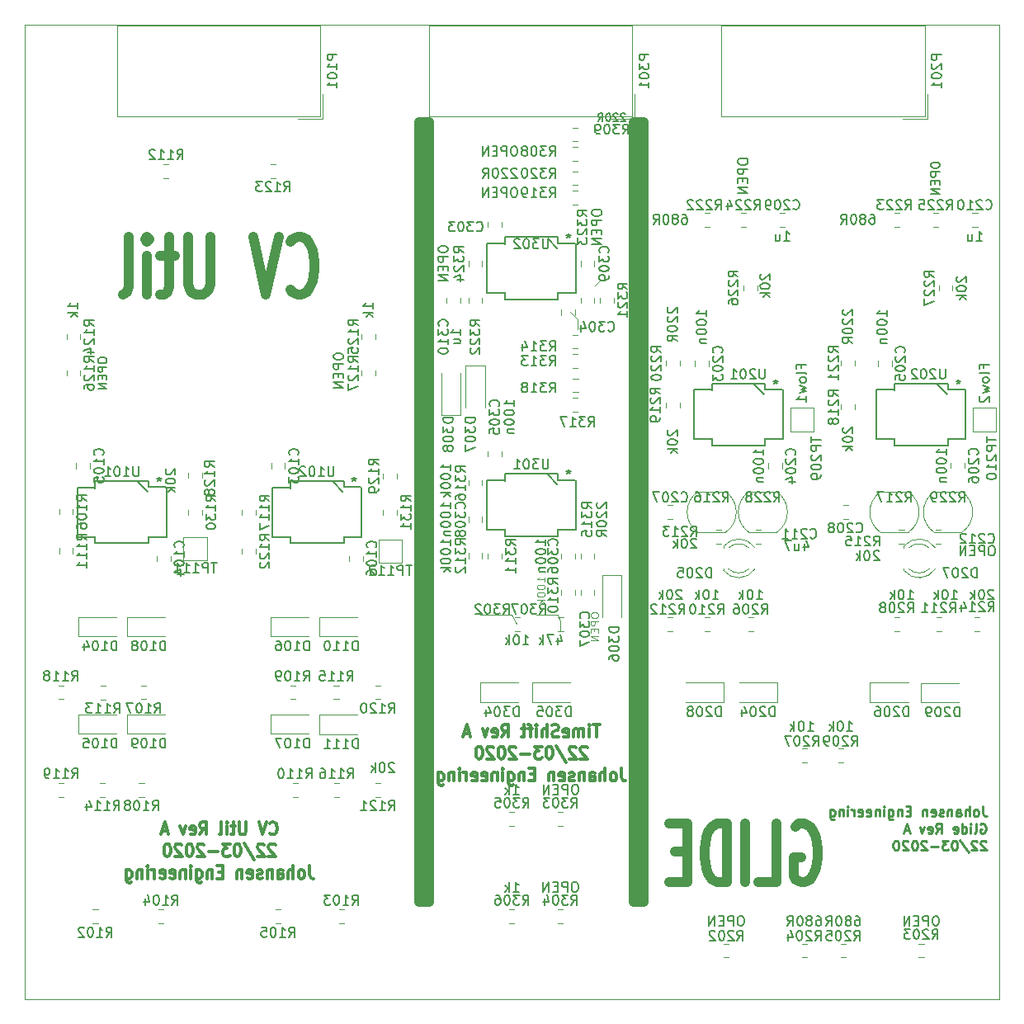
<source format=gbr>
%TF.GenerationSoftware,KiCad,Pcbnew,(5.1.5)-3*%
%TF.CreationDate,2020-03-23T00:00:11+01:00*%
%TF.ProjectId,KicadJE_Util_PCB,4b696361-644a-4455-9f55-74696c5f5043,rev?*%
%TF.SameCoordinates,Original*%
%TF.FileFunction,Legend,Bot*%
%TF.FilePolarity,Positive*%
%FSLAX46Y46*%
G04 Gerber Fmt 4.6, Leading zero omitted, Abs format (unit mm)*
G04 Created by KiCad (PCBNEW (5.1.5)-3) date 2020-03-23 00:00:11*
%MOMM*%
%LPD*%
G04 APERTURE LIST*
%ADD10C,1.000000*%
%ADD11C,0.300000*%
%ADD12C,0.120000*%
%ADD13C,0.250000*%
%ADD14C,0.050000*%
%ADD15C,0.150000*%
%ADD16C,0.100000*%
G04 APERTURE END LIST*
D10*
X129083333Y-132250000D02*
X129464285Y-131964285D01*
X130035714Y-131964285D01*
X130607142Y-132250000D01*
X130988095Y-132821428D01*
X131178571Y-133392857D01*
X131369047Y-134535714D01*
X131369047Y-135392857D01*
X131178571Y-136535714D01*
X130988095Y-137107142D01*
X130607142Y-137678571D01*
X130035714Y-137964285D01*
X129654761Y-137964285D01*
X129083333Y-137678571D01*
X128892857Y-137392857D01*
X128892857Y-135392857D01*
X129654761Y-135392857D01*
X125273809Y-137964285D02*
X127178571Y-137964285D01*
X127178571Y-131964285D01*
X123940476Y-137964285D02*
X123940476Y-131964285D01*
X122035714Y-137964285D02*
X122035714Y-131964285D01*
X121083333Y-131964285D01*
X120511904Y-132250000D01*
X120130952Y-132821428D01*
X119940476Y-133392857D01*
X119749999Y-134535714D01*
X119749999Y-135392857D01*
X119940476Y-136535714D01*
X120130952Y-137107142D01*
X120511904Y-137678571D01*
X121083333Y-137964285D01*
X122035714Y-137964285D01*
X118035714Y-134821428D02*
X116702380Y-134821428D01*
X116130952Y-137964285D02*
X118035714Y-137964285D01*
X118035714Y-131964285D01*
X116130952Y-131964285D01*
X77238095Y-77142857D02*
X77428571Y-77428571D01*
X78000000Y-77714285D01*
X78380952Y-77714285D01*
X78952380Y-77428571D01*
X79333333Y-76857142D01*
X79523809Y-76285714D01*
X79714285Y-75142857D01*
X79714285Y-74285714D01*
X79523809Y-73142857D01*
X79333333Y-72571428D01*
X78952380Y-72000000D01*
X78380952Y-71714285D01*
X78000000Y-71714285D01*
X77428571Y-72000000D01*
X77238095Y-72285714D01*
X76095238Y-71714285D02*
X74761904Y-77714285D01*
X73428571Y-71714285D01*
X69047619Y-71714285D02*
X69047619Y-76571428D01*
X68857142Y-77142857D01*
X68666666Y-77428571D01*
X68285714Y-77714285D01*
X67523809Y-77714285D01*
X67142857Y-77428571D01*
X66952380Y-77142857D01*
X66761904Y-76571428D01*
X66761904Y-71714285D01*
X65428571Y-73714285D02*
X63904761Y-73714285D01*
X64857142Y-71714285D02*
X64857142Y-76857142D01*
X64666666Y-77428571D01*
X64285714Y-77714285D01*
X63904761Y-77714285D01*
X62571428Y-77714285D02*
X62571428Y-73714285D01*
X62571428Y-71714285D02*
X62761904Y-72000000D01*
X62571428Y-72285714D01*
X62380952Y-72000000D01*
X62571428Y-71714285D01*
X62571428Y-72285714D01*
X60095238Y-77714285D02*
X60476190Y-77428571D01*
X60666666Y-76857142D01*
X60666666Y-71714285D01*
D11*
X75171428Y-132964285D02*
X75228571Y-133026190D01*
X75400000Y-133088095D01*
X75514285Y-133088095D01*
X75685714Y-133026190D01*
X75800000Y-132902380D01*
X75857142Y-132778571D01*
X75914285Y-132530952D01*
X75914285Y-132345238D01*
X75857142Y-132097619D01*
X75800000Y-131973809D01*
X75685714Y-131850000D01*
X75514285Y-131788095D01*
X75400000Y-131788095D01*
X75228571Y-131850000D01*
X75171428Y-131911904D01*
X74828571Y-131788095D02*
X74428571Y-133088095D01*
X74028571Y-131788095D01*
X72714285Y-131788095D02*
X72714285Y-132840476D01*
X72657142Y-132964285D01*
X72600000Y-133026190D01*
X72485714Y-133088095D01*
X72257142Y-133088095D01*
X72142857Y-133026190D01*
X72085714Y-132964285D01*
X72028571Y-132840476D01*
X72028571Y-131788095D01*
X71628571Y-132221428D02*
X71171428Y-132221428D01*
X71457142Y-131788095D02*
X71457142Y-132902380D01*
X71400000Y-133026190D01*
X71285714Y-133088095D01*
X71171428Y-133088095D01*
X70771428Y-133088095D02*
X70771428Y-132221428D01*
X70771428Y-131788095D02*
X70828571Y-131850000D01*
X70771428Y-131911904D01*
X70714285Y-131850000D01*
X70771428Y-131788095D01*
X70771428Y-131911904D01*
X70028571Y-133088095D02*
X70142857Y-133026190D01*
X70200000Y-132902380D01*
X70200000Y-131788095D01*
X67971428Y-133088095D02*
X68371428Y-132469047D01*
X68657142Y-133088095D02*
X68657142Y-131788095D01*
X68200000Y-131788095D01*
X68085714Y-131850000D01*
X68028571Y-131911904D01*
X67971428Y-132035714D01*
X67971428Y-132221428D01*
X68028571Y-132345238D01*
X68085714Y-132407142D01*
X68200000Y-132469047D01*
X68657142Y-132469047D01*
X67000000Y-133026190D02*
X67114285Y-133088095D01*
X67342857Y-133088095D01*
X67457142Y-133026190D01*
X67514285Y-132902380D01*
X67514285Y-132407142D01*
X67457142Y-132283333D01*
X67342857Y-132221428D01*
X67114285Y-132221428D01*
X67000000Y-132283333D01*
X66942857Y-132407142D01*
X66942857Y-132530952D01*
X67514285Y-132654761D01*
X66542857Y-132221428D02*
X66257142Y-133088095D01*
X65971428Y-132221428D01*
X64657142Y-132716666D02*
X64085714Y-132716666D01*
X64771428Y-133088095D02*
X64371428Y-131788095D01*
X63971428Y-133088095D01*
X75714285Y-134161904D02*
X75657142Y-134100000D01*
X75542857Y-134038095D01*
X75257142Y-134038095D01*
X75142857Y-134100000D01*
X75085714Y-134161904D01*
X75028571Y-134285714D01*
X75028571Y-134409523D01*
X75085714Y-134595238D01*
X75771428Y-135338095D01*
X75028571Y-135338095D01*
X74571428Y-134161904D02*
X74514285Y-134100000D01*
X74400000Y-134038095D01*
X74114285Y-134038095D01*
X74000000Y-134100000D01*
X73942857Y-134161904D01*
X73885714Y-134285714D01*
X73885714Y-134409523D01*
X73942857Y-134595238D01*
X74628571Y-135338095D01*
X73885714Y-135338095D01*
X72514285Y-133976190D02*
X73542857Y-135647619D01*
X71885714Y-134038095D02*
X71771428Y-134038095D01*
X71657142Y-134100000D01*
X71600000Y-134161904D01*
X71542857Y-134285714D01*
X71485714Y-134533333D01*
X71485714Y-134842857D01*
X71542857Y-135090476D01*
X71600000Y-135214285D01*
X71657142Y-135276190D01*
X71771428Y-135338095D01*
X71885714Y-135338095D01*
X72000000Y-135276190D01*
X72057142Y-135214285D01*
X72114285Y-135090476D01*
X72171428Y-134842857D01*
X72171428Y-134533333D01*
X72114285Y-134285714D01*
X72057142Y-134161904D01*
X72000000Y-134100000D01*
X71885714Y-134038095D01*
X71085714Y-134038095D02*
X70342857Y-134038095D01*
X70742857Y-134533333D01*
X70571428Y-134533333D01*
X70457142Y-134595238D01*
X70400000Y-134657142D01*
X70342857Y-134780952D01*
X70342857Y-135090476D01*
X70400000Y-135214285D01*
X70457142Y-135276190D01*
X70571428Y-135338095D01*
X70914285Y-135338095D01*
X71028571Y-135276190D01*
X71085714Y-135214285D01*
X69828571Y-134842857D02*
X68914285Y-134842857D01*
X68400000Y-134161904D02*
X68342857Y-134100000D01*
X68228571Y-134038095D01*
X67942857Y-134038095D01*
X67828571Y-134100000D01*
X67771428Y-134161904D01*
X67714285Y-134285714D01*
X67714285Y-134409523D01*
X67771428Y-134595238D01*
X68457142Y-135338095D01*
X67714285Y-135338095D01*
X66971428Y-134038095D02*
X66857142Y-134038095D01*
X66742857Y-134100000D01*
X66685714Y-134161904D01*
X66628571Y-134285714D01*
X66571428Y-134533333D01*
X66571428Y-134842857D01*
X66628571Y-135090476D01*
X66685714Y-135214285D01*
X66742857Y-135276190D01*
X66857142Y-135338095D01*
X66971428Y-135338095D01*
X67085714Y-135276190D01*
X67142857Y-135214285D01*
X67200000Y-135090476D01*
X67257142Y-134842857D01*
X67257142Y-134533333D01*
X67200000Y-134285714D01*
X67142857Y-134161904D01*
X67085714Y-134100000D01*
X66971428Y-134038095D01*
X66114285Y-134161904D02*
X66057142Y-134100000D01*
X65942857Y-134038095D01*
X65657142Y-134038095D01*
X65542857Y-134100000D01*
X65485714Y-134161904D01*
X65428571Y-134285714D01*
X65428571Y-134409523D01*
X65485714Y-134595238D01*
X66171428Y-135338095D01*
X65428571Y-135338095D01*
X64685714Y-134038095D02*
X64571428Y-134038095D01*
X64457142Y-134100000D01*
X64400000Y-134161904D01*
X64342857Y-134285714D01*
X64285714Y-134533333D01*
X64285714Y-134842857D01*
X64342857Y-135090476D01*
X64400000Y-135214285D01*
X64457142Y-135276190D01*
X64571428Y-135338095D01*
X64685714Y-135338095D01*
X64800000Y-135276190D01*
X64857142Y-135214285D01*
X64914285Y-135090476D01*
X64971428Y-134842857D01*
X64971428Y-134533333D01*
X64914285Y-134285714D01*
X64857142Y-134161904D01*
X64800000Y-134100000D01*
X64685714Y-134038095D01*
X79228571Y-136288095D02*
X79228571Y-137216666D01*
X79285714Y-137402380D01*
X79400000Y-137526190D01*
X79571428Y-137588095D01*
X79685714Y-137588095D01*
X78485714Y-137588095D02*
X78600000Y-137526190D01*
X78657142Y-137464285D01*
X78714285Y-137340476D01*
X78714285Y-136969047D01*
X78657142Y-136845238D01*
X78600000Y-136783333D01*
X78485714Y-136721428D01*
X78314285Y-136721428D01*
X78200000Y-136783333D01*
X78142857Y-136845238D01*
X78085714Y-136969047D01*
X78085714Y-137340476D01*
X78142857Y-137464285D01*
X78200000Y-137526190D01*
X78314285Y-137588095D01*
X78485714Y-137588095D01*
X77571428Y-137588095D02*
X77571428Y-136288095D01*
X77057142Y-137588095D02*
X77057142Y-136907142D01*
X77114285Y-136783333D01*
X77228571Y-136721428D01*
X77400000Y-136721428D01*
X77514285Y-136783333D01*
X77571428Y-136845238D01*
X75971428Y-137588095D02*
X75971428Y-136907142D01*
X76028571Y-136783333D01*
X76142857Y-136721428D01*
X76371428Y-136721428D01*
X76485714Y-136783333D01*
X75971428Y-137526190D02*
X76085714Y-137588095D01*
X76371428Y-137588095D01*
X76485714Y-137526190D01*
X76542857Y-137402380D01*
X76542857Y-137278571D01*
X76485714Y-137154761D01*
X76371428Y-137092857D01*
X76085714Y-137092857D01*
X75971428Y-137030952D01*
X75400000Y-136721428D02*
X75400000Y-137588095D01*
X75400000Y-136845238D02*
X75342857Y-136783333D01*
X75228571Y-136721428D01*
X75057142Y-136721428D01*
X74942857Y-136783333D01*
X74885714Y-136907142D01*
X74885714Y-137588095D01*
X74371428Y-137526190D02*
X74257142Y-137588095D01*
X74028571Y-137588095D01*
X73914285Y-137526190D01*
X73857142Y-137402380D01*
X73857142Y-137340476D01*
X73914285Y-137216666D01*
X74028571Y-137154761D01*
X74200000Y-137154761D01*
X74314285Y-137092857D01*
X74371428Y-136969047D01*
X74371428Y-136907142D01*
X74314285Y-136783333D01*
X74200000Y-136721428D01*
X74028571Y-136721428D01*
X73914285Y-136783333D01*
X72885714Y-137526190D02*
X73000000Y-137588095D01*
X73228571Y-137588095D01*
X73342857Y-137526190D01*
X73400000Y-137402380D01*
X73400000Y-136907142D01*
X73342857Y-136783333D01*
X73228571Y-136721428D01*
X73000000Y-136721428D01*
X72885714Y-136783333D01*
X72828571Y-136907142D01*
X72828571Y-137030952D01*
X73400000Y-137154761D01*
X72314285Y-136721428D02*
X72314285Y-137588095D01*
X72314285Y-136845238D02*
X72257142Y-136783333D01*
X72142857Y-136721428D01*
X71971428Y-136721428D01*
X71857142Y-136783333D01*
X71800000Y-136907142D01*
X71800000Y-137588095D01*
X70314285Y-136907142D02*
X69914285Y-136907142D01*
X69742857Y-137588095D02*
X70314285Y-137588095D01*
X70314285Y-136288095D01*
X69742857Y-136288095D01*
X69228571Y-136721428D02*
X69228571Y-137588095D01*
X69228571Y-136845238D02*
X69171428Y-136783333D01*
X69057142Y-136721428D01*
X68885714Y-136721428D01*
X68771428Y-136783333D01*
X68714285Y-136907142D01*
X68714285Y-137588095D01*
X67628571Y-136721428D02*
X67628571Y-137773809D01*
X67685714Y-137897619D01*
X67742857Y-137959523D01*
X67857142Y-138021428D01*
X68028571Y-138021428D01*
X68142857Y-137959523D01*
X67628571Y-137526190D02*
X67742857Y-137588095D01*
X67971428Y-137588095D01*
X68085714Y-137526190D01*
X68142857Y-137464285D01*
X68200000Y-137340476D01*
X68200000Y-136969047D01*
X68142857Y-136845238D01*
X68085714Y-136783333D01*
X67971428Y-136721428D01*
X67742857Y-136721428D01*
X67628571Y-136783333D01*
X67057142Y-137588095D02*
X67057142Y-136721428D01*
X67057142Y-136288095D02*
X67114285Y-136350000D01*
X67057142Y-136411904D01*
X67000000Y-136350000D01*
X67057142Y-136288095D01*
X67057142Y-136411904D01*
X66485714Y-136721428D02*
X66485714Y-137588095D01*
X66485714Y-136845238D02*
X66428571Y-136783333D01*
X66314285Y-136721428D01*
X66142857Y-136721428D01*
X66028571Y-136783333D01*
X65971428Y-136907142D01*
X65971428Y-137588095D01*
X64942857Y-137526190D02*
X65057142Y-137588095D01*
X65285714Y-137588095D01*
X65400000Y-137526190D01*
X65457142Y-137402380D01*
X65457142Y-136907142D01*
X65400000Y-136783333D01*
X65285714Y-136721428D01*
X65057142Y-136721428D01*
X64942857Y-136783333D01*
X64885714Y-136907142D01*
X64885714Y-137030952D01*
X65457142Y-137154761D01*
X63914285Y-137526190D02*
X64028571Y-137588095D01*
X64257142Y-137588095D01*
X64371428Y-137526190D01*
X64428571Y-137402380D01*
X64428571Y-136907142D01*
X64371428Y-136783333D01*
X64257142Y-136721428D01*
X64028571Y-136721428D01*
X63914285Y-136783333D01*
X63857142Y-136907142D01*
X63857142Y-137030952D01*
X64428571Y-137154761D01*
X63342857Y-137588095D02*
X63342857Y-136721428D01*
X63342857Y-136969047D02*
X63285714Y-136845238D01*
X63228571Y-136783333D01*
X63114285Y-136721428D01*
X63000000Y-136721428D01*
X62600000Y-137588095D02*
X62600000Y-136721428D01*
X62600000Y-136288095D02*
X62657142Y-136350000D01*
X62600000Y-136411904D01*
X62542857Y-136350000D01*
X62600000Y-136288095D01*
X62600000Y-136411904D01*
X62028571Y-136721428D02*
X62028571Y-137588095D01*
X62028571Y-136845238D02*
X61971428Y-136783333D01*
X61857142Y-136721428D01*
X61685714Y-136721428D01*
X61571428Y-136783333D01*
X61514285Y-136907142D01*
X61514285Y-137588095D01*
X60428571Y-136721428D02*
X60428571Y-137773809D01*
X60485714Y-137897619D01*
X60542857Y-137959523D01*
X60657142Y-138021428D01*
X60828571Y-138021428D01*
X60942857Y-137959523D01*
X60428571Y-137526190D02*
X60542857Y-137588095D01*
X60771428Y-137588095D01*
X60885714Y-137526190D01*
X60942857Y-137464285D01*
X61000000Y-137340476D01*
X61000000Y-136969047D01*
X60942857Y-136845238D01*
X60885714Y-136783333D01*
X60771428Y-136721428D01*
X60542857Y-136721428D01*
X60428571Y-136783333D01*
D12*
X100000000Y-110500000D02*
X100500000Y-111500000D01*
X96750000Y-110500000D02*
X100000000Y-110500000D01*
X105000000Y-111250000D02*
X105000000Y-112250000D01*
X104750000Y-110500000D02*
X105000000Y-111250000D01*
X102500000Y-110500000D02*
X104750000Y-110500000D01*
X106750000Y-80250000D02*
X106000000Y-79500000D01*
X106750000Y-81250000D02*
X106750000Y-80250000D01*
X109000000Y-76250000D02*
X108500000Y-76750000D01*
D13*
X148313690Y-130202380D02*
X148313690Y-130916666D01*
X148361309Y-131059523D01*
X148456547Y-131154761D01*
X148599404Y-131202380D01*
X148694642Y-131202380D01*
X147694642Y-131202380D02*
X147789880Y-131154761D01*
X147837500Y-131107142D01*
X147885119Y-131011904D01*
X147885119Y-130726190D01*
X147837500Y-130630952D01*
X147789880Y-130583333D01*
X147694642Y-130535714D01*
X147551785Y-130535714D01*
X147456547Y-130583333D01*
X147408928Y-130630952D01*
X147361309Y-130726190D01*
X147361309Y-131011904D01*
X147408928Y-131107142D01*
X147456547Y-131154761D01*
X147551785Y-131202380D01*
X147694642Y-131202380D01*
X146932738Y-131202380D02*
X146932738Y-130202380D01*
X146504166Y-131202380D02*
X146504166Y-130678571D01*
X146551785Y-130583333D01*
X146647023Y-130535714D01*
X146789880Y-130535714D01*
X146885119Y-130583333D01*
X146932738Y-130630952D01*
X145599404Y-131202380D02*
X145599404Y-130678571D01*
X145647023Y-130583333D01*
X145742261Y-130535714D01*
X145932738Y-130535714D01*
X146027976Y-130583333D01*
X145599404Y-131154761D02*
X145694642Y-131202380D01*
X145932738Y-131202380D01*
X146027976Y-131154761D01*
X146075595Y-131059523D01*
X146075595Y-130964285D01*
X146027976Y-130869047D01*
X145932738Y-130821428D01*
X145694642Y-130821428D01*
X145599404Y-130773809D01*
X145123214Y-130535714D02*
X145123214Y-131202380D01*
X145123214Y-130630952D02*
X145075595Y-130583333D01*
X144980357Y-130535714D01*
X144837500Y-130535714D01*
X144742261Y-130583333D01*
X144694642Y-130678571D01*
X144694642Y-131202380D01*
X144266071Y-131154761D02*
X144170833Y-131202380D01*
X143980357Y-131202380D01*
X143885119Y-131154761D01*
X143837500Y-131059523D01*
X143837500Y-131011904D01*
X143885119Y-130916666D01*
X143980357Y-130869047D01*
X144123214Y-130869047D01*
X144218452Y-130821428D01*
X144266071Y-130726190D01*
X144266071Y-130678571D01*
X144218452Y-130583333D01*
X144123214Y-130535714D01*
X143980357Y-130535714D01*
X143885119Y-130583333D01*
X143027976Y-131154761D02*
X143123214Y-131202380D01*
X143313690Y-131202380D01*
X143408928Y-131154761D01*
X143456547Y-131059523D01*
X143456547Y-130678571D01*
X143408928Y-130583333D01*
X143313690Y-130535714D01*
X143123214Y-130535714D01*
X143027976Y-130583333D01*
X142980357Y-130678571D01*
X142980357Y-130773809D01*
X143456547Y-130869047D01*
X142551785Y-130535714D02*
X142551785Y-131202380D01*
X142551785Y-130630952D02*
X142504166Y-130583333D01*
X142408928Y-130535714D01*
X142266071Y-130535714D01*
X142170833Y-130583333D01*
X142123214Y-130678571D01*
X142123214Y-131202380D01*
X140885119Y-130678571D02*
X140551785Y-130678571D01*
X140408928Y-131202380D02*
X140885119Y-131202380D01*
X140885119Y-130202380D01*
X140408928Y-130202380D01*
X139980357Y-130535714D02*
X139980357Y-131202380D01*
X139980357Y-130630952D02*
X139932738Y-130583333D01*
X139837500Y-130535714D01*
X139694642Y-130535714D01*
X139599404Y-130583333D01*
X139551785Y-130678571D01*
X139551785Y-131202380D01*
X138647023Y-130535714D02*
X138647023Y-131345238D01*
X138694642Y-131440476D01*
X138742261Y-131488095D01*
X138837500Y-131535714D01*
X138980357Y-131535714D01*
X139075595Y-131488095D01*
X138647023Y-131154761D02*
X138742261Y-131202380D01*
X138932738Y-131202380D01*
X139027976Y-131154761D01*
X139075595Y-131107142D01*
X139123214Y-131011904D01*
X139123214Y-130726190D01*
X139075595Y-130630952D01*
X139027976Y-130583333D01*
X138932738Y-130535714D01*
X138742261Y-130535714D01*
X138647023Y-130583333D01*
X138170833Y-131202380D02*
X138170833Y-130535714D01*
X138170833Y-130202380D02*
X138218452Y-130250000D01*
X138170833Y-130297619D01*
X138123214Y-130250000D01*
X138170833Y-130202380D01*
X138170833Y-130297619D01*
X137694642Y-130535714D02*
X137694642Y-131202380D01*
X137694642Y-130630952D02*
X137647023Y-130583333D01*
X137551785Y-130535714D01*
X137408928Y-130535714D01*
X137313690Y-130583333D01*
X137266071Y-130678571D01*
X137266071Y-131202380D01*
X136408928Y-131154761D02*
X136504166Y-131202380D01*
X136694642Y-131202380D01*
X136789880Y-131154761D01*
X136837500Y-131059523D01*
X136837500Y-130678571D01*
X136789880Y-130583333D01*
X136694642Y-130535714D01*
X136504166Y-130535714D01*
X136408928Y-130583333D01*
X136361309Y-130678571D01*
X136361309Y-130773809D01*
X136837500Y-130869047D01*
X135551785Y-131154761D02*
X135647023Y-131202380D01*
X135837500Y-131202380D01*
X135932738Y-131154761D01*
X135980357Y-131059523D01*
X135980357Y-130678571D01*
X135932738Y-130583333D01*
X135837500Y-130535714D01*
X135647023Y-130535714D01*
X135551785Y-130583333D01*
X135504166Y-130678571D01*
X135504166Y-130773809D01*
X135980357Y-130869047D01*
X135075595Y-131202380D02*
X135075595Y-130535714D01*
X135075595Y-130726190D02*
X135027976Y-130630952D01*
X134980357Y-130583333D01*
X134885119Y-130535714D01*
X134789880Y-130535714D01*
X134456547Y-131202380D02*
X134456547Y-130535714D01*
X134456547Y-130202380D02*
X134504166Y-130250000D01*
X134456547Y-130297619D01*
X134408928Y-130250000D01*
X134456547Y-130202380D01*
X134456547Y-130297619D01*
X133980357Y-130535714D02*
X133980357Y-131202380D01*
X133980357Y-130630952D02*
X133932738Y-130583333D01*
X133837500Y-130535714D01*
X133694642Y-130535714D01*
X133599404Y-130583333D01*
X133551785Y-130678571D01*
X133551785Y-131202380D01*
X132647023Y-130535714D02*
X132647023Y-131345238D01*
X132694642Y-131440476D01*
X132742261Y-131488095D01*
X132837500Y-131535714D01*
X132980357Y-131535714D01*
X133075595Y-131488095D01*
X132647023Y-131154761D02*
X132742261Y-131202380D01*
X132932738Y-131202380D01*
X133027976Y-131154761D01*
X133075595Y-131107142D01*
X133123214Y-131011904D01*
X133123214Y-130726190D01*
X133075595Y-130630952D01*
X133027976Y-130583333D01*
X132932738Y-130535714D01*
X132742261Y-130535714D01*
X132647023Y-130583333D01*
X148075595Y-132000000D02*
X148170833Y-131952380D01*
X148313690Y-131952380D01*
X148456547Y-132000000D01*
X148551785Y-132095238D01*
X148599404Y-132190476D01*
X148647023Y-132380952D01*
X148647023Y-132523809D01*
X148599404Y-132714285D01*
X148551785Y-132809523D01*
X148456547Y-132904761D01*
X148313690Y-132952380D01*
X148218452Y-132952380D01*
X148075595Y-132904761D01*
X148027976Y-132857142D01*
X148027976Y-132523809D01*
X148218452Y-132523809D01*
X147456547Y-132952380D02*
X147551785Y-132904761D01*
X147599404Y-132809523D01*
X147599404Y-131952380D01*
X147075595Y-132952380D02*
X147075595Y-132285714D01*
X147075595Y-131952380D02*
X147123214Y-132000000D01*
X147075595Y-132047619D01*
X147027976Y-132000000D01*
X147075595Y-131952380D01*
X147075595Y-132047619D01*
X146170833Y-132952380D02*
X146170833Y-131952380D01*
X146170833Y-132904761D02*
X146266071Y-132952380D01*
X146456547Y-132952380D01*
X146551785Y-132904761D01*
X146599404Y-132857142D01*
X146647023Y-132761904D01*
X146647023Y-132476190D01*
X146599404Y-132380952D01*
X146551785Y-132333333D01*
X146456547Y-132285714D01*
X146266071Y-132285714D01*
X146170833Y-132333333D01*
X145313690Y-132904761D02*
X145408928Y-132952380D01*
X145599404Y-132952380D01*
X145694642Y-132904761D01*
X145742261Y-132809523D01*
X145742261Y-132428571D01*
X145694642Y-132333333D01*
X145599404Y-132285714D01*
X145408928Y-132285714D01*
X145313690Y-132333333D01*
X145266071Y-132428571D01*
X145266071Y-132523809D01*
X145742261Y-132619047D01*
X143504166Y-132952380D02*
X143837500Y-132476190D01*
X144075595Y-132952380D02*
X144075595Y-131952380D01*
X143694642Y-131952380D01*
X143599404Y-132000000D01*
X143551785Y-132047619D01*
X143504166Y-132142857D01*
X143504166Y-132285714D01*
X143551785Y-132380952D01*
X143599404Y-132428571D01*
X143694642Y-132476190D01*
X144075595Y-132476190D01*
X142694642Y-132904761D02*
X142789880Y-132952380D01*
X142980357Y-132952380D01*
X143075595Y-132904761D01*
X143123214Y-132809523D01*
X143123214Y-132428571D01*
X143075595Y-132333333D01*
X142980357Y-132285714D01*
X142789880Y-132285714D01*
X142694642Y-132333333D01*
X142647023Y-132428571D01*
X142647023Y-132523809D01*
X143123214Y-132619047D01*
X142313690Y-132285714D02*
X142075595Y-132952380D01*
X141837500Y-132285714D01*
X140742261Y-132666666D02*
X140266071Y-132666666D01*
X140837500Y-132952380D02*
X140504166Y-131952380D01*
X140170833Y-132952380D01*
X148647023Y-133797619D02*
X148599404Y-133750000D01*
X148504166Y-133702380D01*
X148266071Y-133702380D01*
X148170833Y-133750000D01*
X148123214Y-133797619D01*
X148075595Y-133892857D01*
X148075595Y-133988095D01*
X148123214Y-134130952D01*
X148694642Y-134702380D01*
X148075595Y-134702380D01*
X147694642Y-133797619D02*
X147647023Y-133750000D01*
X147551785Y-133702380D01*
X147313690Y-133702380D01*
X147218452Y-133750000D01*
X147170833Y-133797619D01*
X147123214Y-133892857D01*
X147123214Y-133988095D01*
X147170833Y-134130952D01*
X147742261Y-134702380D01*
X147123214Y-134702380D01*
X145980357Y-133654761D02*
X146837500Y-134940476D01*
X145456547Y-133702380D02*
X145361309Y-133702380D01*
X145266071Y-133750000D01*
X145218452Y-133797619D01*
X145170833Y-133892857D01*
X145123214Y-134083333D01*
X145123214Y-134321428D01*
X145170833Y-134511904D01*
X145218452Y-134607142D01*
X145266071Y-134654761D01*
X145361309Y-134702380D01*
X145456547Y-134702380D01*
X145551785Y-134654761D01*
X145599404Y-134607142D01*
X145647023Y-134511904D01*
X145694642Y-134321428D01*
X145694642Y-134083333D01*
X145647023Y-133892857D01*
X145599404Y-133797619D01*
X145551785Y-133750000D01*
X145456547Y-133702380D01*
X144789880Y-133702380D02*
X144170833Y-133702380D01*
X144504166Y-134083333D01*
X144361309Y-134083333D01*
X144266071Y-134130952D01*
X144218452Y-134178571D01*
X144170833Y-134273809D01*
X144170833Y-134511904D01*
X144218452Y-134607142D01*
X144266071Y-134654761D01*
X144361309Y-134702380D01*
X144647023Y-134702380D01*
X144742261Y-134654761D01*
X144789880Y-134607142D01*
X143742261Y-134321428D02*
X142980357Y-134321428D01*
X142551785Y-133797619D02*
X142504166Y-133750000D01*
X142408928Y-133702380D01*
X142170833Y-133702380D01*
X142075595Y-133750000D01*
X142027976Y-133797619D01*
X141980357Y-133892857D01*
X141980357Y-133988095D01*
X142027976Y-134130952D01*
X142599404Y-134702380D01*
X141980357Y-134702380D01*
X141361309Y-133702380D02*
X141266071Y-133702380D01*
X141170833Y-133750000D01*
X141123214Y-133797619D01*
X141075595Y-133892857D01*
X141027976Y-134083333D01*
X141027976Y-134321428D01*
X141075595Y-134511904D01*
X141123214Y-134607142D01*
X141170833Y-134654761D01*
X141266071Y-134702380D01*
X141361309Y-134702380D01*
X141456547Y-134654761D01*
X141504166Y-134607142D01*
X141551785Y-134511904D01*
X141599404Y-134321428D01*
X141599404Y-134083333D01*
X141551785Y-133892857D01*
X141504166Y-133797619D01*
X141456547Y-133750000D01*
X141361309Y-133702380D01*
X140647023Y-133797619D02*
X140599404Y-133750000D01*
X140504166Y-133702380D01*
X140266071Y-133702380D01*
X140170833Y-133750000D01*
X140123214Y-133797619D01*
X140075595Y-133892857D01*
X140075595Y-133988095D01*
X140123214Y-134130952D01*
X140694642Y-134702380D01*
X140075595Y-134702380D01*
X139456547Y-133702380D02*
X139361309Y-133702380D01*
X139266071Y-133750000D01*
X139218452Y-133797619D01*
X139170833Y-133892857D01*
X139123214Y-134083333D01*
X139123214Y-134321428D01*
X139170833Y-134511904D01*
X139218452Y-134607142D01*
X139266071Y-134654761D01*
X139361309Y-134702380D01*
X139456547Y-134702380D01*
X139551785Y-134654761D01*
X139599404Y-134607142D01*
X139647023Y-134511904D01*
X139694642Y-134321428D01*
X139694642Y-134083333D01*
X139647023Y-133892857D01*
X139599404Y-133797619D01*
X139551785Y-133750000D01*
X139456547Y-133702380D01*
D11*
X109028571Y-121788095D02*
X108342857Y-121788095D01*
X108685714Y-123088095D02*
X108685714Y-121788095D01*
X107942857Y-123088095D02*
X107942857Y-122221428D01*
X107942857Y-121788095D02*
X108000000Y-121850000D01*
X107942857Y-121911904D01*
X107885714Y-121850000D01*
X107942857Y-121788095D01*
X107942857Y-121911904D01*
X107371428Y-123088095D02*
X107371428Y-122221428D01*
X107371428Y-122345238D02*
X107314285Y-122283333D01*
X107200000Y-122221428D01*
X107028571Y-122221428D01*
X106914285Y-122283333D01*
X106857142Y-122407142D01*
X106857142Y-123088095D01*
X106857142Y-122407142D02*
X106800000Y-122283333D01*
X106685714Y-122221428D01*
X106514285Y-122221428D01*
X106400000Y-122283333D01*
X106342857Y-122407142D01*
X106342857Y-123088095D01*
X105314285Y-123026190D02*
X105428571Y-123088095D01*
X105657142Y-123088095D01*
X105771428Y-123026190D01*
X105828571Y-122902380D01*
X105828571Y-122407142D01*
X105771428Y-122283333D01*
X105657142Y-122221428D01*
X105428571Y-122221428D01*
X105314285Y-122283333D01*
X105257142Y-122407142D01*
X105257142Y-122530952D01*
X105828571Y-122654761D01*
X104800000Y-123026190D02*
X104628571Y-123088095D01*
X104342857Y-123088095D01*
X104228571Y-123026190D01*
X104171428Y-122964285D01*
X104114285Y-122840476D01*
X104114285Y-122716666D01*
X104171428Y-122592857D01*
X104228571Y-122530952D01*
X104342857Y-122469047D01*
X104571428Y-122407142D01*
X104685714Y-122345238D01*
X104742857Y-122283333D01*
X104800000Y-122159523D01*
X104800000Y-122035714D01*
X104742857Y-121911904D01*
X104685714Y-121850000D01*
X104571428Y-121788095D01*
X104285714Y-121788095D01*
X104114285Y-121850000D01*
X103600000Y-123088095D02*
X103600000Y-121788095D01*
X103085714Y-123088095D02*
X103085714Y-122407142D01*
X103142857Y-122283333D01*
X103257142Y-122221428D01*
X103428571Y-122221428D01*
X103542857Y-122283333D01*
X103600000Y-122345238D01*
X102514285Y-123088095D02*
X102514285Y-122221428D01*
X102514285Y-121788095D02*
X102571428Y-121850000D01*
X102514285Y-121911904D01*
X102457142Y-121850000D01*
X102514285Y-121788095D01*
X102514285Y-121911904D01*
X102114285Y-122221428D02*
X101657142Y-122221428D01*
X101942857Y-123088095D02*
X101942857Y-121973809D01*
X101885714Y-121850000D01*
X101771428Y-121788095D01*
X101657142Y-121788095D01*
X101428571Y-122221428D02*
X100971428Y-122221428D01*
X101257142Y-121788095D02*
X101257142Y-122902380D01*
X101200000Y-123026190D01*
X101085714Y-123088095D01*
X100971428Y-123088095D01*
X98971428Y-123088095D02*
X99371428Y-122469047D01*
X99657142Y-123088095D02*
X99657142Y-121788095D01*
X99200000Y-121788095D01*
X99085714Y-121850000D01*
X99028571Y-121911904D01*
X98971428Y-122035714D01*
X98971428Y-122221428D01*
X99028571Y-122345238D01*
X99085714Y-122407142D01*
X99200000Y-122469047D01*
X99657142Y-122469047D01*
X98000000Y-123026190D02*
X98114285Y-123088095D01*
X98342857Y-123088095D01*
X98457142Y-123026190D01*
X98514285Y-122902380D01*
X98514285Y-122407142D01*
X98457142Y-122283333D01*
X98342857Y-122221428D01*
X98114285Y-122221428D01*
X98000000Y-122283333D01*
X97942857Y-122407142D01*
X97942857Y-122530952D01*
X98514285Y-122654761D01*
X97542857Y-122221428D02*
X97257142Y-123088095D01*
X96971428Y-122221428D01*
X95657142Y-122716666D02*
X95085714Y-122716666D01*
X95771428Y-123088095D02*
X95371428Y-121788095D01*
X94971428Y-123088095D01*
X107714285Y-124161904D02*
X107657142Y-124100000D01*
X107542857Y-124038095D01*
X107257142Y-124038095D01*
X107142857Y-124100000D01*
X107085714Y-124161904D01*
X107028571Y-124285714D01*
X107028571Y-124409523D01*
X107085714Y-124595238D01*
X107771428Y-125338095D01*
X107028571Y-125338095D01*
X106571428Y-124161904D02*
X106514285Y-124100000D01*
X106400000Y-124038095D01*
X106114285Y-124038095D01*
X106000000Y-124100000D01*
X105942857Y-124161904D01*
X105885714Y-124285714D01*
X105885714Y-124409523D01*
X105942857Y-124595238D01*
X106628571Y-125338095D01*
X105885714Y-125338095D01*
X104514285Y-123976190D02*
X105542857Y-125647619D01*
X103885714Y-124038095D02*
X103771428Y-124038095D01*
X103657142Y-124100000D01*
X103600000Y-124161904D01*
X103542857Y-124285714D01*
X103485714Y-124533333D01*
X103485714Y-124842857D01*
X103542857Y-125090476D01*
X103600000Y-125214285D01*
X103657142Y-125276190D01*
X103771428Y-125338095D01*
X103885714Y-125338095D01*
X104000000Y-125276190D01*
X104057142Y-125214285D01*
X104114285Y-125090476D01*
X104171428Y-124842857D01*
X104171428Y-124533333D01*
X104114285Y-124285714D01*
X104057142Y-124161904D01*
X104000000Y-124100000D01*
X103885714Y-124038095D01*
X103085714Y-124038095D02*
X102342857Y-124038095D01*
X102742857Y-124533333D01*
X102571428Y-124533333D01*
X102457142Y-124595238D01*
X102400000Y-124657142D01*
X102342857Y-124780952D01*
X102342857Y-125090476D01*
X102400000Y-125214285D01*
X102457142Y-125276190D01*
X102571428Y-125338095D01*
X102914285Y-125338095D01*
X103028571Y-125276190D01*
X103085714Y-125214285D01*
X101828571Y-124842857D02*
X100914285Y-124842857D01*
X100400000Y-124161904D02*
X100342857Y-124100000D01*
X100228571Y-124038095D01*
X99942857Y-124038095D01*
X99828571Y-124100000D01*
X99771428Y-124161904D01*
X99714285Y-124285714D01*
X99714285Y-124409523D01*
X99771428Y-124595238D01*
X100457142Y-125338095D01*
X99714285Y-125338095D01*
X98971428Y-124038095D02*
X98857142Y-124038095D01*
X98742857Y-124100000D01*
X98685714Y-124161904D01*
X98628571Y-124285714D01*
X98571428Y-124533333D01*
X98571428Y-124842857D01*
X98628571Y-125090476D01*
X98685714Y-125214285D01*
X98742857Y-125276190D01*
X98857142Y-125338095D01*
X98971428Y-125338095D01*
X99085714Y-125276190D01*
X99142857Y-125214285D01*
X99200000Y-125090476D01*
X99257142Y-124842857D01*
X99257142Y-124533333D01*
X99200000Y-124285714D01*
X99142857Y-124161904D01*
X99085714Y-124100000D01*
X98971428Y-124038095D01*
X98114285Y-124161904D02*
X98057142Y-124100000D01*
X97942857Y-124038095D01*
X97657142Y-124038095D01*
X97542857Y-124100000D01*
X97485714Y-124161904D01*
X97428571Y-124285714D01*
X97428571Y-124409523D01*
X97485714Y-124595238D01*
X98171428Y-125338095D01*
X97428571Y-125338095D01*
X96685714Y-124038095D02*
X96571428Y-124038095D01*
X96457142Y-124100000D01*
X96400000Y-124161904D01*
X96342857Y-124285714D01*
X96285714Y-124533333D01*
X96285714Y-124842857D01*
X96342857Y-125090476D01*
X96400000Y-125214285D01*
X96457142Y-125276190D01*
X96571428Y-125338095D01*
X96685714Y-125338095D01*
X96800000Y-125276190D01*
X96857142Y-125214285D01*
X96914285Y-125090476D01*
X96971428Y-124842857D01*
X96971428Y-124533333D01*
X96914285Y-124285714D01*
X96857142Y-124161904D01*
X96800000Y-124100000D01*
X96685714Y-124038095D01*
X111228571Y-126288095D02*
X111228571Y-127216666D01*
X111285714Y-127402380D01*
X111400000Y-127526190D01*
X111571428Y-127588095D01*
X111685714Y-127588095D01*
X110485714Y-127588095D02*
X110600000Y-127526190D01*
X110657142Y-127464285D01*
X110714285Y-127340476D01*
X110714285Y-126969047D01*
X110657142Y-126845238D01*
X110600000Y-126783333D01*
X110485714Y-126721428D01*
X110314285Y-126721428D01*
X110200000Y-126783333D01*
X110142857Y-126845238D01*
X110085714Y-126969047D01*
X110085714Y-127340476D01*
X110142857Y-127464285D01*
X110200000Y-127526190D01*
X110314285Y-127588095D01*
X110485714Y-127588095D01*
X109571428Y-127588095D02*
X109571428Y-126288095D01*
X109057142Y-127588095D02*
X109057142Y-126907142D01*
X109114285Y-126783333D01*
X109228571Y-126721428D01*
X109400000Y-126721428D01*
X109514285Y-126783333D01*
X109571428Y-126845238D01*
X107971428Y-127588095D02*
X107971428Y-126907142D01*
X108028571Y-126783333D01*
X108142857Y-126721428D01*
X108371428Y-126721428D01*
X108485714Y-126783333D01*
X107971428Y-127526190D02*
X108085714Y-127588095D01*
X108371428Y-127588095D01*
X108485714Y-127526190D01*
X108542857Y-127402380D01*
X108542857Y-127278571D01*
X108485714Y-127154761D01*
X108371428Y-127092857D01*
X108085714Y-127092857D01*
X107971428Y-127030952D01*
X107400000Y-126721428D02*
X107400000Y-127588095D01*
X107400000Y-126845238D02*
X107342857Y-126783333D01*
X107228571Y-126721428D01*
X107057142Y-126721428D01*
X106942857Y-126783333D01*
X106885714Y-126907142D01*
X106885714Y-127588095D01*
X106371428Y-127526190D02*
X106257142Y-127588095D01*
X106028571Y-127588095D01*
X105914285Y-127526190D01*
X105857142Y-127402380D01*
X105857142Y-127340476D01*
X105914285Y-127216666D01*
X106028571Y-127154761D01*
X106200000Y-127154761D01*
X106314285Y-127092857D01*
X106371428Y-126969047D01*
X106371428Y-126907142D01*
X106314285Y-126783333D01*
X106200000Y-126721428D01*
X106028571Y-126721428D01*
X105914285Y-126783333D01*
X104885714Y-127526190D02*
X105000000Y-127588095D01*
X105228571Y-127588095D01*
X105342857Y-127526190D01*
X105400000Y-127402380D01*
X105400000Y-126907142D01*
X105342857Y-126783333D01*
X105228571Y-126721428D01*
X105000000Y-126721428D01*
X104885714Y-126783333D01*
X104828571Y-126907142D01*
X104828571Y-127030952D01*
X105400000Y-127154761D01*
X104314285Y-126721428D02*
X104314285Y-127588095D01*
X104314285Y-126845238D02*
X104257142Y-126783333D01*
X104142857Y-126721428D01*
X103971428Y-126721428D01*
X103857142Y-126783333D01*
X103800000Y-126907142D01*
X103800000Y-127588095D01*
X102314285Y-126907142D02*
X101914285Y-126907142D01*
X101742857Y-127588095D02*
X102314285Y-127588095D01*
X102314285Y-126288095D01*
X101742857Y-126288095D01*
X101228571Y-126721428D02*
X101228571Y-127588095D01*
X101228571Y-126845238D02*
X101171428Y-126783333D01*
X101057142Y-126721428D01*
X100885714Y-126721428D01*
X100771428Y-126783333D01*
X100714285Y-126907142D01*
X100714285Y-127588095D01*
X99628571Y-126721428D02*
X99628571Y-127773809D01*
X99685714Y-127897619D01*
X99742857Y-127959523D01*
X99857142Y-128021428D01*
X100028571Y-128021428D01*
X100142857Y-127959523D01*
X99628571Y-127526190D02*
X99742857Y-127588095D01*
X99971428Y-127588095D01*
X100085714Y-127526190D01*
X100142857Y-127464285D01*
X100200000Y-127340476D01*
X100200000Y-126969047D01*
X100142857Y-126845238D01*
X100085714Y-126783333D01*
X99971428Y-126721428D01*
X99742857Y-126721428D01*
X99628571Y-126783333D01*
X99057142Y-127588095D02*
X99057142Y-126721428D01*
X99057142Y-126288095D02*
X99114285Y-126350000D01*
X99057142Y-126411904D01*
X99000000Y-126350000D01*
X99057142Y-126288095D01*
X99057142Y-126411904D01*
X98485714Y-126721428D02*
X98485714Y-127588095D01*
X98485714Y-126845238D02*
X98428571Y-126783333D01*
X98314285Y-126721428D01*
X98142857Y-126721428D01*
X98028571Y-126783333D01*
X97971428Y-126907142D01*
X97971428Y-127588095D01*
X96942857Y-127526190D02*
X97057142Y-127588095D01*
X97285714Y-127588095D01*
X97400000Y-127526190D01*
X97457142Y-127402380D01*
X97457142Y-126907142D01*
X97400000Y-126783333D01*
X97285714Y-126721428D01*
X97057142Y-126721428D01*
X96942857Y-126783333D01*
X96885714Y-126907142D01*
X96885714Y-127030952D01*
X97457142Y-127154761D01*
X95914285Y-127526190D02*
X96028571Y-127588095D01*
X96257142Y-127588095D01*
X96371428Y-127526190D01*
X96428571Y-127402380D01*
X96428571Y-126907142D01*
X96371428Y-126783333D01*
X96257142Y-126721428D01*
X96028571Y-126721428D01*
X95914285Y-126783333D01*
X95857142Y-126907142D01*
X95857142Y-127030952D01*
X96428571Y-127154761D01*
X95342857Y-127588095D02*
X95342857Y-126721428D01*
X95342857Y-126969047D02*
X95285714Y-126845238D01*
X95228571Y-126783333D01*
X95114285Y-126721428D01*
X95000000Y-126721428D01*
X94600000Y-127588095D02*
X94600000Y-126721428D01*
X94600000Y-126288095D02*
X94657142Y-126350000D01*
X94600000Y-126411904D01*
X94542857Y-126350000D01*
X94600000Y-126288095D01*
X94600000Y-126411904D01*
X94028571Y-126721428D02*
X94028571Y-127588095D01*
X94028571Y-126845238D02*
X93971428Y-126783333D01*
X93857142Y-126721428D01*
X93685714Y-126721428D01*
X93571428Y-126783333D01*
X93514285Y-126907142D01*
X93514285Y-127588095D01*
X92428571Y-126721428D02*
X92428571Y-127773809D01*
X92485714Y-127897619D01*
X92542857Y-127959523D01*
X92657142Y-128021428D01*
X92828571Y-128021428D01*
X92942857Y-127959523D01*
X92428571Y-127526190D02*
X92542857Y-127588095D01*
X92771428Y-127588095D01*
X92885714Y-127526190D01*
X92942857Y-127464285D01*
X93000000Y-127340476D01*
X93000000Y-126969047D01*
X92942857Y-126845238D01*
X92885714Y-126783333D01*
X92771428Y-126721428D01*
X92542857Y-126721428D01*
X92428571Y-126783333D01*
D10*
X112500000Y-60000000D02*
X112500000Y-140000000D01*
X113500000Y-60000000D02*
X113500000Y-140000000D01*
X112500000Y-140000000D02*
X113500000Y-140000000D01*
X112500000Y-60000000D02*
X113500000Y-60000000D01*
X90500000Y-60000000D02*
X91500000Y-60000000D01*
X90500000Y-140000000D02*
X91500000Y-140000000D01*
X91500000Y-60000000D02*
X91500000Y-140000000D01*
X90500000Y-60000000D02*
X90500000Y-140000000D01*
D14*
X50000000Y-150000000D02*
X50000000Y-50000000D01*
X150000000Y-150000000D02*
X50000000Y-150000000D01*
X150000000Y-50000000D02*
X150000000Y-150000000D01*
X50000000Y-50000000D02*
X150000000Y-50000000D01*
D12*
X76710000Y-95511252D02*
X76710000Y-94988748D01*
X75290000Y-95511252D02*
X75290000Y-94988748D01*
X64960000Y-105011252D02*
X64960000Y-104488748D01*
X63540000Y-105011252D02*
X63540000Y-104488748D01*
X55290000Y-95511252D02*
X55290000Y-94988748D01*
X56710000Y-95511252D02*
X56710000Y-94988748D01*
X83290000Y-105011252D02*
X83290000Y-104488748D01*
X84710000Y-105011252D02*
X84710000Y-104488748D01*
X120210000Y-85011252D02*
X120210000Y-84488748D01*
X118790000Y-85011252D02*
X118790000Y-84488748D01*
X127710000Y-95511252D02*
X127710000Y-94988748D01*
X126290000Y-95511252D02*
X126290000Y-94988748D01*
X138960000Y-85011252D02*
X138960000Y-84488748D01*
X137540000Y-85011252D02*
X137540000Y-84488748D01*
X145040000Y-95486252D02*
X145040000Y-94963748D01*
X146460000Y-95486252D02*
X146460000Y-94963748D01*
X115988748Y-100710000D02*
X116511252Y-100710000D01*
X115988748Y-99290000D02*
X116511252Y-99290000D01*
X133963748Y-99290000D02*
X134486252Y-99290000D01*
X133963748Y-100710000D02*
X134486252Y-100710000D01*
X127488748Y-69290000D02*
X128011252Y-69290000D01*
X127488748Y-70710000D02*
X128011252Y-70710000D01*
X147238748Y-69290000D02*
X147761252Y-69290000D01*
X147238748Y-70710000D02*
X147761252Y-70710000D01*
X125511252Y-101790000D02*
X124988748Y-101790000D01*
X125511252Y-103210000D02*
X124988748Y-103210000D01*
X143463748Y-101790000D02*
X143986252Y-101790000D01*
X143463748Y-103210000D02*
X143986252Y-103210000D01*
X97540000Y-70761252D02*
X97540000Y-70238748D01*
X98960000Y-70761252D02*
X98960000Y-70238748D01*
X105040000Y-79761252D02*
X105040000Y-79238748D01*
X106460000Y-79761252D02*
X106460000Y-79238748D01*
X98960000Y-94286252D02*
X98960000Y-93763748D01*
X97540000Y-94286252D02*
X97540000Y-93763748D01*
X106460000Y-104761252D02*
X106460000Y-104238748D01*
X105040000Y-104761252D02*
X105040000Y-104238748D01*
X108460000Y-108511252D02*
X108460000Y-107988748D01*
X107040000Y-108511252D02*
X107040000Y-107988748D01*
X95540000Y-101011252D02*
X95540000Y-100488748D01*
X96960000Y-101011252D02*
X96960000Y-100488748D01*
X108460000Y-78511252D02*
X108460000Y-77988748D01*
X107040000Y-78511252D02*
X107040000Y-77988748D01*
X93290000Y-78511252D02*
X93290000Y-77988748D01*
X94710000Y-78511252D02*
X94710000Y-77988748D01*
X55500000Y-112750000D02*
X59400000Y-112750000D01*
X55500000Y-110750000D02*
X59400000Y-110750000D01*
X55500000Y-112750000D02*
X55500000Y-110750000D01*
X55500000Y-122750000D02*
X59400000Y-122750000D01*
X55500000Y-120750000D02*
X59400000Y-120750000D01*
X55500000Y-122750000D02*
X55500000Y-120750000D01*
X75250000Y-112750000D02*
X79150000Y-112750000D01*
X75250000Y-110750000D02*
X79150000Y-110750000D01*
X75250000Y-112750000D02*
X75250000Y-110750000D01*
X75250000Y-122750000D02*
X79150000Y-122750000D01*
X75250000Y-120750000D02*
X79150000Y-120750000D01*
X75250000Y-122750000D02*
X75250000Y-120750000D01*
X60500000Y-112750000D02*
X60500000Y-110750000D01*
X60500000Y-110750000D02*
X64400000Y-110750000D01*
X60500000Y-112750000D02*
X64400000Y-112750000D01*
X60500000Y-122750000D02*
X60500000Y-120750000D01*
X60500000Y-120750000D02*
X64400000Y-120750000D01*
X60500000Y-122750000D02*
X64400000Y-122750000D01*
X80250000Y-112750000D02*
X80250000Y-110750000D01*
X80250000Y-110750000D02*
X84150000Y-110750000D01*
X80250000Y-112750000D02*
X84150000Y-112750000D01*
X80250000Y-122774999D02*
X80250000Y-120774999D01*
X80250000Y-120774999D02*
X84150000Y-120774999D01*
X80250000Y-122774999D02*
X84150000Y-122774999D01*
X127250000Y-117500000D02*
X127250000Y-119500000D01*
X127250000Y-119500000D02*
X123350000Y-119500000D01*
X127250000Y-117500000D02*
X123350000Y-117500000D01*
X121710000Y-103670000D02*
X121710000Y-103514000D01*
X121710000Y-105986000D02*
X121710000Y-105830000D01*
X124311130Y-103670163D02*
G75*
G03X122229039Y-103670000I-1041130J-1079837D01*
G01*
X124311130Y-105829837D02*
G75*
G02X122229039Y-105830000I-1041130J1079837D01*
G01*
X124942335Y-103671392D02*
G75*
G03X121710000Y-103514484I-1672335J-1078608D01*
G01*
X124942335Y-105828608D02*
G75*
G02X121710000Y-105985516I-1672335J1078608D01*
G01*
X136750000Y-119500000D02*
X136750000Y-117500000D01*
X136750000Y-117500000D02*
X140650000Y-117500000D01*
X136750000Y-119500000D02*
X140650000Y-119500000D01*
X143442335Y-105828608D02*
G75*
G02X140210000Y-105985516I-1672335J1078608D01*
G01*
X143442335Y-103671392D02*
G75*
G03X140210000Y-103514484I-1672335J-1078608D01*
G01*
X142811130Y-105829837D02*
G75*
G02X140729039Y-105830000I-1041130J1079837D01*
G01*
X142811130Y-103670163D02*
G75*
G03X140729039Y-103670000I-1041130J-1079837D01*
G01*
X140210000Y-105986000D02*
X140210000Y-105830000D01*
X140210000Y-103670000D02*
X140210000Y-103514000D01*
X121750000Y-117500000D02*
X121750000Y-119500000D01*
X121750000Y-119500000D02*
X117850000Y-119500000D01*
X121750000Y-117500000D02*
X117850000Y-117500000D01*
X141975001Y-119524999D02*
X145875001Y-119524999D01*
X141975001Y-117524999D02*
X145875001Y-117524999D01*
X141975001Y-119524999D02*
X141975001Y-117524999D01*
X96750000Y-119500000D02*
X96750000Y-117500000D01*
X96750000Y-117500000D02*
X100650000Y-117500000D01*
X96750000Y-119500000D02*
X100650000Y-119500000D01*
X102100000Y-119500000D02*
X106000000Y-119500000D01*
X102100000Y-117500000D02*
X106000000Y-117500000D01*
X102100000Y-119500000D02*
X102100000Y-117500000D01*
X109250000Y-110750000D02*
X109250000Y-106450000D01*
X109250000Y-106450000D02*
X111250000Y-106450000D01*
X111250000Y-106450000D02*
X111250000Y-110750000D01*
X97250000Y-84950000D02*
X97250000Y-89250000D01*
X95250000Y-84950000D02*
X97250000Y-84950000D01*
X95250000Y-89250000D02*
X95250000Y-84950000D01*
X94750000Y-85750000D02*
X94750000Y-90050000D01*
X94750000Y-90050000D02*
X92750000Y-90050000D01*
X92750000Y-90050000D02*
X92750000Y-85750000D01*
X80350000Y-50055000D02*
X59490000Y-50055000D01*
X59490000Y-50055000D02*
X59490000Y-59405000D01*
X59490000Y-59405000D02*
X80350000Y-59405000D01*
X80350000Y-59405000D02*
X80350000Y-50055000D01*
X80600000Y-59655000D02*
X78060000Y-59655000D01*
X80600000Y-59655000D02*
X80600000Y-57115000D01*
X142600000Y-59655000D02*
X142600000Y-57115000D01*
X142600000Y-59655000D02*
X140060000Y-59655000D01*
X142350000Y-59405000D02*
X142350000Y-50055000D01*
X121490000Y-59405000D02*
X142350000Y-59405000D01*
X121490000Y-50055000D02*
X121490000Y-59405000D01*
X142350000Y-50055000D02*
X121490000Y-50055000D01*
X112350000Y-50055000D02*
X91490000Y-50055000D01*
X91490000Y-50055000D02*
X91490000Y-59405000D01*
X91490000Y-59405000D02*
X112350000Y-59405000D01*
X112350000Y-59405000D02*
X112350000Y-50055000D01*
X112600000Y-59655000D02*
X110060000Y-59655000D01*
X112600000Y-59655000D02*
X112600000Y-57115000D01*
X56988748Y-142210000D02*
X57511252Y-142210000D01*
X56988748Y-140790000D02*
X57511252Y-140790000D01*
X82761252Y-142210000D02*
X82238748Y-142210000D01*
X82761252Y-140790000D02*
X82238748Y-140790000D01*
X64261252Y-142210000D02*
X63738748Y-142210000D01*
X64261252Y-140790000D02*
X63738748Y-140790000D01*
X75738748Y-142210000D02*
X76261252Y-142210000D01*
X75738748Y-140790000D02*
X76261252Y-140790000D01*
X54960000Y-100236252D02*
X54960000Y-99713748D01*
X53540000Y-100236252D02*
X53540000Y-99713748D01*
X61963748Y-117790000D02*
X62486252Y-117790000D01*
X61963748Y-119210000D02*
X62486252Y-119210000D01*
X61738748Y-127790000D02*
X62261252Y-127790000D01*
X61738748Y-129210000D02*
X62261252Y-129210000D01*
X77761252Y-119210000D02*
X77238748Y-119210000D01*
X77761252Y-117790000D02*
X77238748Y-117790000D01*
X78011252Y-127790000D02*
X77488748Y-127790000D01*
X78011252Y-129210000D02*
X77488748Y-129210000D01*
X53540000Y-104236252D02*
X53540000Y-103713748D01*
X54960000Y-104236252D02*
X54960000Y-103713748D01*
X64786252Y-64290000D02*
X64263748Y-64290000D01*
X64786252Y-65710000D02*
X64263748Y-65710000D01*
X57793749Y-117814999D02*
X58316253Y-117814999D01*
X57793749Y-119234999D02*
X58316253Y-119234999D01*
X57738748Y-129210000D02*
X58261252Y-129210000D01*
X57738748Y-127790000D02*
X58261252Y-127790000D01*
X82236252Y-117790000D02*
X81713748Y-117790000D01*
X82236252Y-119210000D02*
X81713748Y-119210000D01*
X82286252Y-129210000D02*
X81763748Y-129210000D01*
X82286252Y-127790000D02*
X81763748Y-127790000D01*
X73710000Y-100261252D02*
X73710000Y-99738748D01*
X72290000Y-100261252D02*
X72290000Y-99738748D01*
X53986252Y-117790000D02*
X53463748Y-117790000D01*
X53986252Y-119210000D02*
X53463748Y-119210000D01*
X54011252Y-129210000D02*
X53488748Y-129210000D01*
X54011252Y-127790000D02*
X53488748Y-127790000D01*
X85988748Y-117790000D02*
X86511252Y-117790000D01*
X85988748Y-119210000D02*
X86511252Y-119210000D01*
X85988748Y-129210000D02*
X86511252Y-129210000D01*
X85988748Y-127790000D02*
X86511252Y-127790000D01*
X73710000Y-104261252D02*
X73710000Y-103738748D01*
X72290000Y-104261252D02*
X72290000Y-103738748D01*
X75238748Y-64290000D02*
X75761252Y-64290000D01*
X75238748Y-65710000D02*
X75761252Y-65710000D01*
X55710000Y-82261252D02*
X55710000Y-81738748D01*
X54290000Y-82261252D02*
X54290000Y-81738748D01*
X84540000Y-82236252D02*
X84540000Y-81713748D01*
X85960000Y-82236252D02*
X85960000Y-81713748D01*
X55710000Y-85986252D02*
X55710000Y-85463748D01*
X54290000Y-85986252D02*
X54290000Y-85463748D01*
X85960000Y-85986252D02*
X85960000Y-85463748D01*
X84540000Y-85986252D02*
X84540000Y-85463748D01*
X66790000Y-95988748D02*
X66790000Y-96511252D01*
X68210000Y-95988748D02*
X68210000Y-96511252D01*
X86790000Y-96013748D02*
X86790000Y-96536252D01*
X88210000Y-96013748D02*
X88210000Y-96536252D01*
X66790000Y-100261252D02*
X66790000Y-99738748D01*
X68210000Y-100261252D02*
X68210000Y-99738748D01*
X88210000Y-100261252D02*
X88210000Y-99738748D01*
X86790000Y-100261252D02*
X86790000Y-99738748D01*
X121738748Y-144290000D02*
X122261252Y-144290000D01*
X121738748Y-145710000D02*
X122261252Y-145710000D01*
X142261252Y-145710000D02*
X141738748Y-145710000D01*
X142261252Y-144290000D02*
X141738748Y-144290000D01*
X130261252Y-145710000D02*
X129738748Y-145710000D01*
X130261252Y-144290000D02*
X129738748Y-144290000D01*
X133738748Y-145710000D02*
X134261252Y-145710000D01*
X133738748Y-144290000D02*
X134261252Y-144290000D01*
X124238748Y-110790000D02*
X124761252Y-110790000D01*
X124238748Y-112210000D02*
X124761252Y-112210000D01*
X130261252Y-125710000D02*
X129738748Y-125710000D01*
X130261252Y-124290000D02*
X129738748Y-124290000D01*
X139761252Y-112210000D02*
X139238748Y-112210000D01*
X139761252Y-110790000D02*
X139238748Y-110790000D01*
X133488748Y-125710000D02*
X134011252Y-125710000D01*
X133488748Y-124290000D02*
X134011252Y-124290000D01*
X119738748Y-112210000D02*
X120261252Y-112210000D01*
X119738748Y-110790000D02*
X120261252Y-110790000D01*
X144086251Y-112210000D02*
X143563747Y-112210000D01*
X144086251Y-110790000D02*
X143563747Y-110790000D01*
X116511252Y-110790000D02*
X115988748Y-110790000D01*
X116511252Y-112210000D02*
X115988748Y-112210000D01*
X120988748Y-101790000D02*
X121511252Y-101790000D01*
X120988748Y-103210000D02*
X121511252Y-103210000D01*
X147488748Y-110790000D02*
X148011252Y-110790000D01*
X147488748Y-112210000D02*
X148011252Y-112210000D01*
X139713748Y-103210000D02*
X140236252Y-103210000D01*
X139713748Y-101790000D02*
X140236252Y-101790000D01*
X135210000Y-89486252D02*
X135210000Y-88963748D01*
X133790000Y-89486252D02*
X133790000Y-88963748D01*
X115790000Y-89261252D02*
X115790000Y-88738748D01*
X117210000Y-89261252D02*
X117210000Y-88738748D01*
X115790000Y-84463748D02*
X115790000Y-84986252D01*
X117210000Y-84463748D02*
X117210000Y-84986252D01*
X135210000Y-84463748D02*
X135210000Y-84986252D01*
X133790000Y-84463748D02*
X133790000Y-84986252D01*
X120261252Y-69290000D02*
X119738748Y-69290000D01*
X120261252Y-70710000D02*
X119738748Y-70710000D01*
X139736252Y-69290000D02*
X139213748Y-69290000D01*
X139736252Y-70710000D02*
X139213748Y-70710000D01*
X123986252Y-70710000D02*
X123463748Y-70710000D01*
X123986252Y-69290000D02*
X123463748Y-69290000D01*
X143736252Y-70710000D02*
X143213748Y-70710000D01*
X143736252Y-69290000D02*
X143213748Y-69290000D01*
X125210000Y-77236252D02*
X125210000Y-76713748D01*
X123790000Y-77236252D02*
X123790000Y-76713748D01*
X145210000Y-76738748D02*
X145210000Y-77261252D01*
X143790000Y-76738748D02*
X143790000Y-77261252D01*
X100786252Y-110790000D02*
X100263748Y-110790000D01*
X100786252Y-112210000D02*
X100263748Y-112210000D01*
X105236252Y-132210000D02*
X104713748Y-132210000D01*
X105236252Y-130790000D02*
X104713748Y-130790000D01*
X105236252Y-142210000D02*
X104713748Y-142210000D01*
X105236252Y-140790000D02*
X104713748Y-140790000D01*
X100261252Y-132210000D02*
X99738748Y-132210000D01*
X100261252Y-130790000D02*
X99738748Y-130790000D01*
X100261252Y-140790000D02*
X99738748Y-140790000D01*
X100261252Y-142210000D02*
X99738748Y-142210000D01*
X105261252Y-110790000D02*
X104738748Y-110790000D01*
X105261252Y-112210000D02*
X104738748Y-112210000D01*
X106238748Y-63960000D02*
X106761252Y-63960000D01*
X106238748Y-62540000D02*
X106761252Y-62540000D01*
X106213748Y-60540000D02*
X106736252Y-60540000D01*
X106213748Y-61960000D02*
X106736252Y-61960000D01*
X106460000Y-107988748D02*
X106460000Y-108511252D01*
X105040000Y-107988748D02*
X105040000Y-108511252D01*
X97540000Y-104761252D02*
X97540000Y-104238748D01*
X98960000Y-104761252D02*
X98960000Y-104238748D01*
X96960000Y-104736252D02*
X96960000Y-104213748D01*
X95540000Y-104736252D02*
X95540000Y-104213748D01*
X106761252Y-85210000D02*
X106238748Y-85210000D01*
X106761252Y-83790000D02*
X106238748Y-83790000D01*
X106213748Y-81790000D02*
X106736252Y-81790000D01*
X106213748Y-83210000D02*
X106736252Y-83210000D01*
X107040000Y-104761252D02*
X107040000Y-104238748D01*
X108460000Y-104761252D02*
X108460000Y-104238748D01*
X96960000Y-97261252D02*
X96960000Y-96738748D01*
X95540000Y-97261252D02*
X95540000Y-96738748D01*
X106761252Y-88290000D02*
X106238748Y-88290000D01*
X106761252Y-89710000D02*
X106238748Y-89710000D01*
X106786252Y-87710000D02*
X106263748Y-87710000D01*
X106786252Y-86290000D02*
X106263748Y-86290000D01*
X106761252Y-68460000D02*
X106238748Y-68460000D01*
X106761252Y-67040000D02*
X106238748Y-67040000D01*
X106761252Y-65040000D02*
X106238748Y-65040000D01*
X106761252Y-66460000D02*
X106238748Y-66460000D01*
X110460000Y-78511252D02*
X110460000Y-77988748D01*
X109040000Y-78511252D02*
X109040000Y-77988748D01*
X96960000Y-78511252D02*
X96960000Y-77988748D01*
X95540000Y-78511252D02*
X95540000Y-77988748D01*
X107040000Y-74238748D02*
X107040000Y-74761252D01*
X108460000Y-74238748D02*
X108460000Y-74761252D01*
X96960000Y-74238748D02*
X96960000Y-74761252D01*
X95540000Y-74238748D02*
X95540000Y-74761252D01*
X66300000Y-102550000D02*
X66300000Y-104950000D01*
X68700000Y-102550000D02*
X66300000Y-102550000D01*
X68700000Y-104950000D02*
X68700000Y-102550000D01*
X66300000Y-104950000D02*
X68700000Y-104950000D01*
X86300000Y-105200000D02*
X88700000Y-105200000D01*
X88700000Y-105200000D02*
X88700000Y-102800000D01*
X88700000Y-102800000D02*
X86300000Y-102800000D01*
X86300000Y-102800000D02*
X86300000Y-105200000D01*
X128550000Y-89300000D02*
X128550000Y-91700000D01*
X130950000Y-89300000D02*
X128550000Y-89300000D01*
X130950000Y-91700000D02*
X130950000Y-89300000D01*
X128550000Y-91700000D02*
X130950000Y-91700000D01*
X147300000Y-91700000D02*
X149700000Y-91700000D01*
X149700000Y-91700000D02*
X149700000Y-89300000D01*
X149700000Y-89300000D02*
X147300000Y-89300000D01*
X147300000Y-89300000D02*
X147300000Y-91700000D01*
D15*
X64572000Y-102540000D02*
X64572000Y-97460000D01*
X62794000Y-102540000D02*
X64572000Y-102540000D01*
X55428000Y-102540000D02*
X57206000Y-102540000D01*
X55428000Y-97460000D02*
X55428000Y-102540000D01*
X57206000Y-97460000D02*
X55428000Y-97460000D01*
X62750000Y-97450000D02*
X64500000Y-97450000D01*
X62750000Y-103205000D02*
X57250000Y-103205000D01*
X62750000Y-96795000D02*
X57250000Y-96795000D01*
X62750000Y-103205000D02*
X62750000Y-102455000D01*
X57250000Y-103205000D02*
X57250000Y-102455000D01*
X57250000Y-96795000D02*
X57250000Y-97545000D01*
X62750000Y-96795000D02*
X62750000Y-97450000D01*
X62650000Y-97900000D02*
X61650000Y-96900000D01*
X127822000Y-92540000D02*
X127822000Y-87460000D01*
X126044000Y-92540000D02*
X127822000Y-92540000D01*
X118678000Y-92540000D02*
X120456000Y-92540000D01*
X118678000Y-87460000D02*
X118678000Y-92540000D01*
X120456000Y-87460000D02*
X118678000Y-87460000D01*
X126000000Y-87450000D02*
X127750000Y-87450000D01*
X126000000Y-93205000D02*
X120500000Y-93205000D01*
X126000000Y-86795000D02*
X120500000Y-86795000D01*
X126000000Y-93205000D02*
X126000000Y-92455000D01*
X120500000Y-93205000D02*
X120500000Y-92455000D01*
X120500000Y-86795000D02*
X120500000Y-87545000D01*
X126000000Y-86795000D02*
X126000000Y-87450000D01*
X125900000Y-87900000D02*
X124900000Y-86900000D01*
X144650000Y-87900000D02*
X143650000Y-86900000D01*
X144750000Y-86795000D02*
X144750000Y-87450000D01*
X139250000Y-86795000D02*
X139250000Y-87545000D01*
X139250000Y-93205000D02*
X139250000Y-92455000D01*
X144750000Y-93205000D02*
X144750000Y-92455000D01*
X144750000Y-86795000D02*
X139250000Y-86795000D01*
X144750000Y-93205000D02*
X139250000Y-93205000D01*
X144750000Y-87450000D02*
X146500000Y-87450000D01*
X139206000Y-87460000D02*
X137428000Y-87460000D01*
X137428000Y-87460000D02*
X137428000Y-92540000D01*
X137428000Y-92540000D02*
X139206000Y-92540000D01*
X144794000Y-92540000D02*
X146572000Y-92540000D01*
X146572000Y-92540000D02*
X146572000Y-87460000D01*
X104650000Y-97150000D02*
X103650000Y-96150000D01*
X104750000Y-96045000D02*
X104750000Y-96700000D01*
X99250000Y-96045000D02*
X99250000Y-96795000D01*
X99250000Y-102455000D02*
X99250000Y-101705000D01*
X104750000Y-102455000D02*
X104750000Y-101705000D01*
X104750000Y-96045000D02*
X99250000Y-96045000D01*
X104750000Y-102455000D02*
X99250000Y-102455000D01*
X104750000Y-96700000D02*
X106500000Y-96700000D01*
X99206000Y-96710000D02*
X97428000Y-96710000D01*
X97428000Y-96710000D02*
X97428000Y-101790000D01*
X97428000Y-101790000D02*
X99206000Y-101790000D01*
X104794000Y-101790000D02*
X106572000Y-101790000D01*
X106572000Y-101790000D02*
X106572000Y-96710000D01*
X106572000Y-77540000D02*
X106572000Y-72460000D01*
X104794000Y-77540000D02*
X106572000Y-77540000D01*
X97428000Y-77540000D02*
X99206000Y-77540000D01*
X97428000Y-72460000D02*
X97428000Y-77540000D01*
X99206000Y-72460000D02*
X97428000Y-72460000D01*
X104750000Y-72450000D02*
X106500000Y-72450000D01*
X104750000Y-78205000D02*
X99250000Y-78205000D01*
X104750000Y-71795000D02*
X99250000Y-71795000D01*
X104750000Y-78205000D02*
X104750000Y-77455000D01*
X99250000Y-78205000D02*
X99250000Y-77455000D01*
X99250000Y-71795000D02*
X99250000Y-72545000D01*
X104750000Y-71795000D02*
X104750000Y-72450000D01*
X104650000Y-72900000D02*
X103650000Y-71900000D01*
X82650000Y-97900000D02*
X81650000Y-96900000D01*
X82750000Y-96795000D02*
X82750000Y-97450000D01*
X77250000Y-96795000D02*
X77250000Y-97545000D01*
X77250000Y-103205000D02*
X77250000Y-102455000D01*
X82750000Y-103205000D02*
X82750000Y-102455000D01*
X82750000Y-96795000D02*
X77250000Y-96795000D01*
X82750000Y-103205000D02*
X77250000Y-103205000D01*
X82750000Y-97450000D02*
X84500000Y-97450000D01*
X77206000Y-97460000D02*
X75428000Y-97460000D01*
X75428000Y-97460000D02*
X75428000Y-102540000D01*
X75428000Y-102540000D02*
X77206000Y-102540000D01*
X82794000Y-102540000D02*
X84572000Y-102540000D01*
X84572000Y-102540000D02*
X84572000Y-97460000D01*
D12*
X119100000Y-97900000D02*
X121900000Y-97900000D01*
X119100000Y-102100000D02*
X121900000Y-102100000D01*
X121886037Y-97890758D02*
G75*
G02X121900000Y-102100000I-1386037J-2109242D01*
G01*
X119113963Y-102109242D02*
G75*
G02X119100000Y-97900000I1386037J2109242D01*
G01*
X137863963Y-102109242D02*
G75*
G02X137850000Y-97900000I1386037J2109242D01*
G01*
X140636037Y-97890758D02*
G75*
G02X140650000Y-102100000I-1386037J-2109242D01*
G01*
X137850000Y-102100000D02*
X140650000Y-102100000D01*
X137850000Y-97900000D02*
X140650000Y-97900000D01*
X127136037Y-97890758D02*
G75*
G02X127150000Y-102100000I-1386037J-2109242D01*
G01*
X124363963Y-102109242D02*
G75*
G02X124350000Y-97900000I1386037J2109242D01*
G01*
X127150000Y-97900000D02*
X124350000Y-97900000D01*
X127150000Y-102100000D02*
X124350000Y-102100000D01*
X143350000Y-97900000D02*
X146150000Y-97900000D01*
X143350000Y-102100000D02*
X146150000Y-102100000D01*
X146136037Y-97890758D02*
G75*
G02X146150000Y-102100000I-1386037J-2109242D01*
G01*
X143363963Y-102109242D02*
G75*
G02X143350000Y-97900000I1386037J2109242D01*
G01*
D15*
X78007142Y-94130952D02*
X78054761Y-94083333D01*
X78102380Y-93940476D01*
X78102380Y-93845238D01*
X78054761Y-93702380D01*
X77959523Y-93607142D01*
X77864285Y-93559523D01*
X77673809Y-93511904D01*
X77530952Y-93511904D01*
X77340476Y-93559523D01*
X77245238Y-93607142D01*
X77150000Y-93702380D01*
X77102380Y-93845238D01*
X77102380Y-93940476D01*
X77150000Y-94083333D01*
X77197619Y-94130952D01*
X78102380Y-95083333D02*
X78102380Y-94511904D01*
X78102380Y-94797619D02*
X77102380Y-94797619D01*
X77245238Y-94702380D01*
X77340476Y-94607142D01*
X77388095Y-94511904D01*
X77102380Y-95702380D02*
X77102380Y-95797619D01*
X77150000Y-95892857D01*
X77197619Y-95940476D01*
X77292857Y-95988095D01*
X77483333Y-96035714D01*
X77721428Y-96035714D01*
X77911904Y-95988095D01*
X78007142Y-95940476D01*
X78054761Y-95892857D01*
X78102380Y-95797619D01*
X78102380Y-95702380D01*
X78054761Y-95607142D01*
X78007142Y-95559523D01*
X77911904Y-95511904D01*
X77721428Y-95464285D01*
X77483333Y-95464285D01*
X77292857Y-95511904D01*
X77197619Y-95559523D01*
X77150000Y-95607142D01*
X77102380Y-95702380D01*
X77102380Y-96369047D02*
X77102380Y-96988095D01*
X77483333Y-96654761D01*
X77483333Y-96797619D01*
X77530952Y-96892857D01*
X77578571Y-96940476D01*
X77673809Y-96988095D01*
X77911904Y-96988095D01*
X78007142Y-96940476D01*
X78054761Y-96892857D01*
X78102380Y-96797619D01*
X78102380Y-96511904D01*
X78054761Y-96416666D01*
X78007142Y-96369047D01*
X66257142Y-103630952D02*
X66304761Y-103583333D01*
X66352380Y-103440476D01*
X66352380Y-103345238D01*
X66304761Y-103202380D01*
X66209523Y-103107142D01*
X66114285Y-103059523D01*
X65923809Y-103011904D01*
X65780952Y-103011904D01*
X65590476Y-103059523D01*
X65495238Y-103107142D01*
X65400000Y-103202380D01*
X65352380Y-103345238D01*
X65352380Y-103440476D01*
X65400000Y-103583333D01*
X65447619Y-103630952D01*
X66352380Y-104583333D02*
X66352380Y-104011904D01*
X66352380Y-104297619D02*
X65352380Y-104297619D01*
X65495238Y-104202380D01*
X65590476Y-104107142D01*
X65638095Y-104011904D01*
X65352380Y-105202380D02*
X65352380Y-105297619D01*
X65400000Y-105392857D01*
X65447619Y-105440476D01*
X65542857Y-105488095D01*
X65733333Y-105535714D01*
X65971428Y-105535714D01*
X66161904Y-105488095D01*
X66257142Y-105440476D01*
X66304761Y-105392857D01*
X66352380Y-105297619D01*
X66352380Y-105202380D01*
X66304761Y-105107142D01*
X66257142Y-105059523D01*
X66161904Y-105011904D01*
X65971428Y-104964285D01*
X65733333Y-104964285D01*
X65542857Y-105011904D01*
X65447619Y-105059523D01*
X65400000Y-105107142D01*
X65352380Y-105202380D01*
X65685714Y-106392857D02*
X66352380Y-106392857D01*
X65304761Y-106154761D02*
X66019047Y-105916666D01*
X66019047Y-106535714D01*
X58007142Y-94130952D02*
X58054761Y-94083333D01*
X58102380Y-93940476D01*
X58102380Y-93845238D01*
X58054761Y-93702380D01*
X57959523Y-93607142D01*
X57864285Y-93559523D01*
X57673809Y-93511904D01*
X57530952Y-93511904D01*
X57340476Y-93559523D01*
X57245238Y-93607142D01*
X57150000Y-93702380D01*
X57102380Y-93845238D01*
X57102380Y-93940476D01*
X57150000Y-94083333D01*
X57197619Y-94130952D01*
X58102380Y-95083333D02*
X58102380Y-94511904D01*
X58102380Y-94797619D02*
X57102380Y-94797619D01*
X57245238Y-94702380D01*
X57340476Y-94607142D01*
X57388095Y-94511904D01*
X57102380Y-95702380D02*
X57102380Y-95797619D01*
X57150000Y-95892857D01*
X57197619Y-95940476D01*
X57292857Y-95988095D01*
X57483333Y-96035714D01*
X57721428Y-96035714D01*
X57911904Y-95988095D01*
X58007142Y-95940476D01*
X58054761Y-95892857D01*
X58102380Y-95797619D01*
X58102380Y-95702380D01*
X58054761Y-95607142D01*
X58007142Y-95559523D01*
X57911904Y-95511904D01*
X57721428Y-95464285D01*
X57483333Y-95464285D01*
X57292857Y-95511904D01*
X57197619Y-95559523D01*
X57150000Y-95607142D01*
X57102380Y-95702380D01*
X57102380Y-96940476D02*
X57102380Y-96464285D01*
X57578571Y-96416666D01*
X57530952Y-96464285D01*
X57483333Y-96559523D01*
X57483333Y-96797619D01*
X57530952Y-96892857D01*
X57578571Y-96940476D01*
X57673809Y-96988095D01*
X57911904Y-96988095D01*
X58007142Y-96940476D01*
X58054761Y-96892857D01*
X58102380Y-96797619D01*
X58102380Y-96559523D01*
X58054761Y-96464285D01*
X58007142Y-96416666D01*
X86007142Y-103630952D02*
X86054761Y-103583333D01*
X86102380Y-103440476D01*
X86102380Y-103345238D01*
X86054761Y-103202380D01*
X85959523Y-103107142D01*
X85864285Y-103059523D01*
X85673809Y-103011904D01*
X85530952Y-103011904D01*
X85340476Y-103059523D01*
X85245238Y-103107142D01*
X85150000Y-103202380D01*
X85102380Y-103345238D01*
X85102380Y-103440476D01*
X85150000Y-103583333D01*
X85197619Y-103630952D01*
X86102380Y-104583333D02*
X86102380Y-104011904D01*
X86102380Y-104297619D02*
X85102380Y-104297619D01*
X85245238Y-104202380D01*
X85340476Y-104107142D01*
X85388095Y-104011904D01*
X85102380Y-105202380D02*
X85102380Y-105297619D01*
X85150000Y-105392857D01*
X85197619Y-105440476D01*
X85292857Y-105488095D01*
X85483333Y-105535714D01*
X85721428Y-105535714D01*
X85911904Y-105488095D01*
X86007142Y-105440476D01*
X86054761Y-105392857D01*
X86102380Y-105297619D01*
X86102380Y-105202380D01*
X86054761Y-105107142D01*
X86007142Y-105059523D01*
X85911904Y-105011904D01*
X85721428Y-104964285D01*
X85483333Y-104964285D01*
X85292857Y-105011904D01*
X85197619Y-105059523D01*
X85150000Y-105107142D01*
X85102380Y-105202380D01*
X85102380Y-106392857D02*
X85102380Y-106202380D01*
X85150000Y-106107142D01*
X85197619Y-106059523D01*
X85340476Y-105964285D01*
X85530952Y-105916666D01*
X85911904Y-105916666D01*
X86007142Y-105964285D01*
X86054761Y-106011904D01*
X86102380Y-106107142D01*
X86102380Y-106297619D01*
X86054761Y-106392857D01*
X86007142Y-106440476D01*
X85911904Y-106488095D01*
X85673809Y-106488095D01*
X85578571Y-106440476D01*
X85530952Y-106392857D01*
X85483333Y-106297619D01*
X85483333Y-106107142D01*
X85530952Y-106011904D01*
X85578571Y-105964285D01*
X85673809Y-105916666D01*
X121507142Y-83630952D02*
X121554761Y-83583333D01*
X121602380Y-83440476D01*
X121602380Y-83345238D01*
X121554761Y-83202380D01*
X121459523Y-83107142D01*
X121364285Y-83059523D01*
X121173809Y-83011904D01*
X121030952Y-83011904D01*
X120840476Y-83059523D01*
X120745238Y-83107142D01*
X120650000Y-83202380D01*
X120602380Y-83345238D01*
X120602380Y-83440476D01*
X120650000Y-83583333D01*
X120697619Y-83630952D01*
X120697619Y-84011904D02*
X120650000Y-84059523D01*
X120602380Y-84154761D01*
X120602380Y-84392857D01*
X120650000Y-84488095D01*
X120697619Y-84535714D01*
X120792857Y-84583333D01*
X120888095Y-84583333D01*
X121030952Y-84535714D01*
X121602380Y-83964285D01*
X121602380Y-84583333D01*
X120602380Y-85202380D02*
X120602380Y-85297619D01*
X120650000Y-85392857D01*
X120697619Y-85440476D01*
X120792857Y-85488095D01*
X120983333Y-85535714D01*
X121221428Y-85535714D01*
X121411904Y-85488095D01*
X121507142Y-85440476D01*
X121554761Y-85392857D01*
X121602380Y-85297619D01*
X121602380Y-85202380D01*
X121554761Y-85107142D01*
X121507142Y-85059523D01*
X121411904Y-85011904D01*
X121221428Y-84964285D01*
X120983333Y-84964285D01*
X120792857Y-85011904D01*
X120697619Y-85059523D01*
X120650000Y-85107142D01*
X120602380Y-85202380D01*
X120602380Y-85869047D02*
X120602380Y-86488095D01*
X120983333Y-86154761D01*
X120983333Y-86297619D01*
X121030952Y-86392857D01*
X121078571Y-86440476D01*
X121173809Y-86488095D01*
X121411904Y-86488095D01*
X121507142Y-86440476D01*
X121554761Y-86392857D01*
X121602380Y-86297619D01*
X121602380Y-86011904D01*
X121554761Y-85916666D01*
X121507142Y-85869047D01*
X119952380Y-79880952D02*
X119952380Y-79309523D01*
X119952380Y-79595238D02*
X118952380Y-79595238D01*
X119095238Y-79500000D01*
X119190476Y-79404761D01*
X119238095Y-79309523D01*
X118952380Y-80500000D02*
X118952380Y-80595238D01*
X119000000Y-80690476D01*
X119047619Y-80738095D01*
X119142857Y-80785714D01*
X119333333Y-80833333D01*
X119571428Y-80833333D01*
X119761904Y-80785714D01*
X119857142Y-80738095D01*
X119904761Y-80690476D01*
X119952380Y-80595238D01*
X119952380Y-80500000D01*
X119904761Y-80404761D01*
X119857142Y-80357142D01*
X119761904Y-80309523D01*
X119571428Y-80261904D01*
X119333333Y-80261904D01*
X119142857Y-80309523D01*
X119047619Y-80357142D01*
X119000000Y-80404761D01*
X118952380Y-80500000D01*
X118952380Y-81452380D02*
X118952380Y-81547619D01*
X119000000Y-81642857D01*
X119047619Y-81690476D01*
X119142857Y-81738095D01*
X119333333Y-81785714D01*
X119571428Y-81785714D01*
X119761904Y-81738095D01*
X119857142Y-81690476D01*
X119904761Y-81642857D01*
X119952380Y-81547619D01*
X119952380Y-81452380D01*
X119904761Y-81357142D01*
X119857142Y-81309523D01*
X119761904Y-81261904D01*
X119571428Y-81214285D01*
X119333333Y-81214285D01*
X119142857Y-81261904D01*
X119047619Y-81309523D01*
X119000000Y-81357142D01*
X118952380Y-81452380D01*
X119285714Y-82214285D02*
X119952380Y-82214285D01*
X119380952Y-82214285D02*
X119333333Y-82261904D01*
X119285714Y-82357142D01*
X119285714Y-82500000D01*
X119333333Y-82595238D01*
X119428571Y-82642857D01*
X119952380Y-82642857D01*
X129007142Y-94130952D02*
X129054761Y-94083333D01*
X129102380Y-93940476D01*
X129102380Y-93845238D01*
X129054761Y-93702380D01*
X128959523Y-93607142D01*
X128864285Y-93559523D01*
X128673809Y-93511904D01*
X128530952Y-93511904D01*
X128340476Y-93559523D01*
X128245238Y-93607142D01*
X128150000Y-93702380D01*
X128102380Y-93845238D01*
X128102380Y-93940476D01*
X128150000Y-94083333D01*
X128197619Y-94130952D01*
X128197619Y-94511904D02*
X128150000Y-94559523D01*
X128102380Y-94654761D01*
X128102380Y-94892857D01*
X128150000Y-94988095D01*
X128197619Y-95035714D01*
X128292857Y-95083333D01*
X128388095Y-95083333D01*
X128530952Y-95035714D01*
X129102380Y-94464285D01*
X129102380Y-95083333D01*
X128102380Y-95702380D02*
X128102380Y-95797619D01*
X128150000Y-95892857D01*
X128197619Y-95940476D01*
X128292857Y-95988095D01*
X128483333Y-96035714D01*
X128721428Y-96035714D01*
X128911904Y-95988095D01*
X129007142Y-95940476D01*
X129054761Y-95892857D01*
X129102380Y-95797619D01*
X129102380Y-95702380D01*
X129054761Y-95607142D01*
X129007142Y-95559523D01*
X128911904Y-95511904D01*
X128721428Y-95464285D01*
X128483333Y-95464285D01*
X128292857Y-95511904D01*
X128197619Y-95559523D01*
X128150000Y-95607142D01*
X128102380Y-95702380D01*
X128435714Y-96892857D02*
X129102380Y-96892857D01*
X128054761Y-96654761D02*
X128769047Y-96416666D01*
X128769047Y-97035714D01*
X125802380Y-94130952D02*
X125802380Y-93559523D01*
X125802380Y-93845238D02*
X124802380Y-93845238D01*
X124945238Y-93750000D01*
X125040476Y-93654761D01*
X125088095Y-93559523D01*
X124802380Y-94750000D02*
X124802380Y-94845238D01*
X124850000Y-94940476D01*
X124897619Y-94988095D01*
X124992857Y-95035714D01*
X125183333Y-95083333D01*
X125421428Y-95083333D01*
X125611904Y-95035714D01*
X125707142Y-94988095D01*
X125754761Y-94940476D01*
X125802380Y-94845238D01*
X125802380Y-94750000D01*
X125754761Y-94654761D01*
X125707142Y-94607142D01*
X125611904Y-94559523D01*
X125421428Y-94511904D01*
X125183333Y-94511904D01*
X124992857Y-94559523D01*
X124897619Y-94607142D01*
X124850000Y-94654761D01*
X124802380Y-94750000D01*
X124802380Y-95702380D02*
X124802380Y-95797619D01*
X124850000Y-95892857D01*
X124897619Y-95940476D01*
X124992857Y-95988095D01*
X125183333Y-96035714D01*
X125421428Y-96035714D01*
X125611904Y-95988095D01*
X125707142Y-95940476D01*
X125754761Y-95892857D01*
X125802380Y-95797619D01*
X125802380Y-95702380D01*
X125754761Y-95607142D01*
X125707142Y-95559523D01*
X125611904Y-95511904D01*
X125421428Y-95464285D01*
X125183333Y-95464285D01*
X124992857Y-95511904D01*
X124897619Y-95559523D01*
X124850000Y-95607142D01*
X124802380Y-95702380D01*
X125135714Y-96464285D02*
X125802380Y-96464285D01*
X125230952Y-96464285D02*
X125183333Y-96511904D01*
X125135714Y-96607142D01*
X125135714Y-96750000D01*
X125183333Y-96845238D01*
X125278571Y-96892857D01*
X125802380Y-96892857D01*
X140257142Y-83630952D02*
X140304761Y-83583333D01*
X140352380Y-83440476D01*
X140352380Y-83345238D01*
X140304761Y-83202380D01*
X140209523Y-83107142D01*
X140114285Y-83059523D01*
X139923809Y-83011904D01*
X139780952Y-83011904D01*
X139590476Y-83059523D01*
X139495238Y-83107142D01*
X139400000Y-83202380D01*
X139352380Y-83345238D01*
X139352380Y-83440476D01*
X139400000Y-83583333D01*
X139447619Y-83630952D01*
X139447619Y-84011904D02*
X139400000Y-84059523D01*
X139352380Y-84154761D01*
X139352380Y-84392857D01*
X139400000Y-84488095D01*
X139447619Y-84535714D01*
X139542857Y-84583333D01*
X139638095Y-84583333D01*
X139780952Y-84535714D01*
X140352380Y-83964285D01*
X140352380Y-84583333D01*
X139352380Y-85202380D02*
X139352380Y-85297619D01*
X139400000Y-85392857D01*
X139447619Y-85440476D01*
X139542857Y-85488095D01*
X139733333Y-85535714D01*
X139971428Y-85535714D01*
X140161904Y-85488095D01*
X140257142Y-85440476D01*
X140304761Y-85392857D01*
X140352380Y-85297619D01*
X140352380Y-85202380D01*
X140304761Y-85107142D01*
X140257142Y-85059523D01*
X140161904Y-85011904D01*
X139971428Y-84964285D01*
X139733333Y-84964285D01*
X139542857Y-85011904D01*
X139447619Y-85059523D01*
X139400000Y-85107142D01*
X139352380Y-85202380D01*
X139352380Y-86440476D02*
X139352380Y-85964285D01*
X139828571Y-85916666D01*
X139780952Y-85964285D01*
X139733333Y-86059523D01*
X139733333Y-86297619D01*
X139780952Y-86392857D01*
X139828571Y-86440476D01*
X139923809Y-86488095D01*
X140161904Y-86488095D01*
X140257142Y-86440476D01*
X140304761Y-86392857D01*
X140352380Y-86297619D01*
X140352380Y-86059523D01*
X140304761Y-85964285D01*
X140257142Y-85916666D01*
X138452380Y-79880952D02*
X138452380Y-79309523D01*
X138452380Y-79595238D02*
X137452380Y-79595238D01*
X137595238Y-79500000D01*
X137690476Y-79404761D01*
X137738095Y-79309523D01*
X137452380Y-80500000D02*
X137452380Y-80595238D01*
X137500000Y-80690476D01*
X137547619Y-80738095D01*
X137642857Y-80785714D01*
X137833333Y-80833333D01*
X138071428Y-80833333D01*
X138261904Y-80785714D01*
X138357142Y-80738095D01*
X138404761Y-80690476D01*
X138452380Y-80595238D01*
X138452380Y-80500000D01*
X138404761Y-80404761D01*
X138357142Y-80357142D01*
X138261904Y-80309523D01*
X138071428Y-80261904D01*
X137833333Y-80261904D01*
X137642857Y-80309523D01*
X137547619Y-80357142D01*
X137500000Y-80404761D01*
X137452380Y-80500000D01*
X137452380Y-81452380D02*
X137452380Y-81547619D01*
X137500000Y-81642857D01*
X137547619Y-81690476D01*
X137642857Y-81738095D01*
X137833333Y-81785714D01*
X138071428Y-81785714D01*
X138261904Y-81738095D01*
X138357142Y-81690476D01*
X138404761Y-81642857D01*
X138452380Y-81547619D01*
X138452380Y-81452380D01*
X138404761Y-81357142D01*
X138357142Y-81309523D01*
X138261904Y-81261904D01*
X138071428Y-81214285D01*
X137833333Y-81214285D01*
X137642857Y-81261904D01*
X137547619Y-81309523D01*
X137500000Y-81357142D01*
X137452380Y-81452380D01*
X137785714Y-82214285D02*
X138452380Y-82214285D01*
X137880952Y-82214285D02*
X137833333Y-82261904D01*
X137785714Y-82357142D01*
X137785714Y-82500000D01*
X137833333Y-82595238D01*
X137928571Y-82642857D01*
X138452380Y-82642857D01*
X147757142Y-94105952D02*
X147804761Y-94058333D01*
X147852380Y-93915476D01*
X147852380Y-93820238D01*
X147804761Y-93677380D01*
X147709523Y-93582142D01*
X147614285Y-93534523D01*
X147423809Y-93486904D01*
X147280952Y-93486904D01*
X147090476Y-93534523D01*
X146995238Y-93582142D01*
X146900000Y-93677380D01*
X146852380Y-93820238D01*
X146852380Y-93915476D01*
X146900000Y-94058333D01*
X146947619Y-94105952D01*
X146947619Y-94486904D02*
X146900000Y-94534523D01*
X146852380Y-94629761D01*
X146852380Y-94867857D01*
X146900000Y-94963095D01*
X146947619Y-95010714D01*
X147042857Y-95058333D01*
X147138095Y-95058333D01*
X147280952Y-95010714D01*
X147852380Y-94439285D01*
X147852380Y-95058333D01*
X146852380Y-95677380D02*
X146852380Y-95772619D01*
X146900000Y-95867857D01*
X146947619Y-95915476D01*
X147042857Y-95963095D01*
X147233333Y-96010714D01*
X147471428Y-96010714D01*
X147661904Y-95963095D01*
X147757142Y-95915476D01*
X147804761Y-95867857D01*
X147852380Y-95772619D01*
X147852380Y-95677380D01*
X147804761Y-95582142D01*
X147757142Y-95534523D01*
X147661904Y-95486904D01*
X147471428Y-95439285D01*
X147233333Y-95439285D01*
X147042857Y-95486904D01*
X146947619Y-95534523D01*
X146900000Y-95582142D01*
X146852380Y-95677380D01*
X146852380Y-96867857D02*
X146852380Y-96677380D01*
X146900000Y-96582142D01*
X146947619Y-96534523D01*
X147090476Y-96439285D01*
X147280952Y-96391666D01*
X147661904Y-96391666D01*
X147757142Y-96439285D01*
X147804761Y-96486904D01*
X147852380Y-96582142D01*
X147852380Y-96772619D01*
X147804761Y-96867857D01*
X147757142Y-96915476D01*
X147661904Y-96963095D01*
X147423809Y-96963095D01*
X147328571Y-96915476D01*
X147280952Y-96867857D01*
X147233333Y-96772619D01*
X147233333Y-96582142D01*
X147280952Y-96486904D01*
X147328571Y-96439285D01*
X147423809Y-96391666D01*
X144552380Y-94105952D02*
X144552380Y-93534523D01*
X144552380Y-93820238D02*
X143552380Y-93820238D01*
X143695238Y-93725000D01*
X143790476Y-93629761D01*
X143838095Y-93534523D01*
X143552380Y-94725000D02*
X143552380Y-94820238D01*
X143600000Y-94915476D01*
X143647619Y-94963095D01*
X143742857Y-95010714D01*
X143933333Y-95058333D01*
X144171428Y-95058333D01*
X144361904Y-95010714D01*
X144457142Y-94963095D01*
X144504761Y-94915476D01*
X144552380Y-94820238D01*
X144552380Y-94725000D01*
X144504761Y-94629761D01*
X144457142Y-94582142D01*
X144361904Y-94534523D01*
X144171428Y-94486904D01*
X143933333Y-94486904D01*
X143742857Y-94534523D01*
X143647619Y-94582142D01*
X143600000Y-94629761D01*
X143552380Y-94725000D01*
X143552380Y-95677380D02*
X143552380Y-95772619D01*
X143600000Y-95867857D01*
X143647619Y-95915476D01*
X143742857Y-95963095D01*
X143933333Y-96010714D01*
X144171428Y-96010714D01*
X144361904Y-95963095D01*
X144457142Y-95915476D01*
X144504761Y-95867857D01*
X144552380Y-95772619D01*
X144552380Y-95677380D01*
X144504761Y-95582142D01*
X144457142Y-95534523D01*
X144361904Y-95486904D01*
X144171428Y-95439285D01*
X143933333Y-95439285D01*
X143742857Y-95486904D01*
X143647619Y-95534523D01*
X143600000Y-95582142D01*
X143552380Y-95677380D01*
X143885714Y-96439285D02*
X144552380Y-96439285D01*
X143980952Y-96439285D02*
X143933333Y-96486904D01*
X143885714Y-96582142D01*
X143885714Y-96725000D01*
X143933333Y-96820238D01*
X144028571Y-96867857D01*
X144552380Y-96867857D01*
X117369047Y-98857142D02*
X117416666Y-98904761D01*
X117559523Y-98952380D01*
X117654761Y-98952380D01*
X117797619Y-98904761D01*
X117892857Y-98809523D01*
X117940476Y-98714285D01*
X117988095Y-98523809D01*
X117988095Y-98380952D01*
X117940476Y-98190476D01*
X117892857Y-98095238D01*
X117797619Y-98000000D01*
X117654761Y-97952380D01*
X117559523Y-97952380D01*
X117416666Y-98000000D01*
X117369047Y-98047619D01*
X116988095Y-98047619D02*
X116940476Y-98000000D01*
X116845238Y-97952380D01*
X116607142Y-97952380D01*
X116511904Y-98000000D01*
X116464285Y-98047619D01*
X116416666Y-98142857D01*
X116416666Y-98238095D01*
X116464285Y-98380952D01*
X117035714Y-98952380D01*
X116416666Y-98952380D01*
X115797619Y-97952380D02*
X115702380Y-97952380D01*
X115607142Y-98000000D01*
X115559523Y-98047619D01*
X115511904Y-98142857D01*
X115464285Y-98333333D01*
X115464285Y-98571428D01*
X115511904Y-98761904D01*
X115559523Y-98857142D01*
X115607142Y-98904761D01*
X115702380Y-98952380D01*
X115797619Y-98952380D01*
X115892857Y-98904761D01*
X115940476Y-98857142D01*
X115988095Y-98761904D01*
X116035714Y-98571428D01*
X116035714Y-98333333D01*
X115988095Y-98142857D01*
X115940476Y-98047619D01*
X115892857Y-98000000D01*
X115797619Y-97952380D01*
X115130952Y-97952380D02*
X114464285Y-97952380D01*
X114892857Y-98952380D01*
X135344047Y-102007142D02*
X135391666Y-102054761D01*
X135534523Y-102102380D01*
X135629761Y-102102380D01*
X135772619Y-102054761D01*
X135867857Y-101959523D01*
X135915476Y-101864285D01*
X135963095Y-101673809D01*
X135963095Y-101530952D01*
X135915476Y-101340476D01*
X135867857Y-101245238D01*
X135772619Y-101150000D01*
X135629761Y-101102380D01*
X135534523Y-101102380D01*
X135391666Y-101150000D01*
X135344047Y-101197619D01*
X134963095Y-101197619D02*
X134915476Y-101150000D01*
X134820238Y-101102380D01*
X134582142Y-101102380D01*
X134486904Y-101150000D01*
X134439285Y-101197619D01*
X134391666Y-101292857D01*
X134391666Y-101388095D01*
X134439285Y-101530952D01*
X135010714Y-102102380D01*
X134391666Y-102102380D01*
X133772619Y-101102380D02*
X133677380Y-101102380D01*
X133582142Y-101150000D01*
X133534523Y-101197619D01*
X133486904Y-101292857D01*
X133439285Y-101483333D01*
X133439285Y-101721428D01*
X133486904Y-101911904D01*
X133534523Y-102007142D01*
X133582142Y-102054761D01*
X133677380Y-102102380D01*
X133772619Y-102102380D01*
X133867857Y-102054761D01*
X133915476Y-102007142D01*
X133963095Y-101911904D01*
X134010714Y-101721428D01*
X134010714Y-101483333D01*
X133963095Y-101292857D01*
X133915476Y-101197619D01*
X133867857Y-101150000D01*
X133772619Y-101102380D01*
X132867857Y-101530952D02*
X132963095Y-101483333D01*
X133010714Y-101435714D01*
X133058333Y-101340476D01*
X133058333Y-101292857D01*
X133010714Y-101197619D01*
X132963095Y-101150000D01*
X132867857Y-101102380D01*
X132677380Y-101102380D01*
X132582142Y-101150000D01*
X132534523Y-101197619D01*
X132486904Y-101292857D01*
X132486904Y-101340476D01*
X132534523Y-101435714D01*
X132582142Y-101483333D01*
X132677380Y-101530952D01*
X132867857Y-101530952D01*
X132963095Y-101578571D01*
X133010714Y-101626190D01*
X133058333Y-101721428D01*
X133058333Y-101911904D01*
X133010714Y-102007142D01*
X132963095Y-102054761D01*
X132867857Y-102102380D01*
X132677380Y-102102380D01*
X132582142Y-102054761D01*
X132534523Y-102007142D01*
X132486904Y-101911904D01*
X132486904Y-101721428D01*
X132534523Y-101626190D01*
X132582142Y-101578571D01*
X132677380Y-101530952D01*
X128869047Y-68857142D02*
X128916666Y-68904761D01*
X129059523Y-68952380D01*
X129154761Y-68952380D01*
X129297619Y-68904761D01*
X129392857Y-68809523D01*
X129440476Y-68714285D01*
X129488095Y-68523809D01*
X129488095Y-68380952D01*
X129440476Y-68190476D01*
X129392857Y-68095238D01*
X129297619Y-68000000D01*
X129154761Y-67952380D01*
X129059523Y-67952380D01*
X128916666Y-68000000D01*
X128869047Y-68047619D01*
X128488095Y-68047619D02*
X128440476Y-68000000D01*
X128345238Y-67952380D01*
X128107142Y-67952380D01*
X128011904Y-68000000D01*
X127964285Y-68047619D01*
X127916666Y-68142857D01*
X127916666Y-68238095D01*
X127964285Y-68380952D01*
X128535714Y-68952380D01*
X127916666Y-68952380D01*
X127297619Y-67952380D02*
X127202380Y-67952380D01*
X127107142Y-68000000D01*
X127059523Y-68047619D01*
X127011904Y-68142857D01*
X126964285Y-68333333D01*
X126964285Y-68571428D01*
X127011904Y-68761904D01*
X127059523Y-68857142D01*
X127107142Y-68904761D01*
X127202380Y-68952380D01*
X127297619Y-68952380D01*
X127392857Y-68904761D01*
X127440476Y-68857142D01*
X127488095Y-68761904D01*
X127535714Y-68571428D01*
X127535714Y-68333333D01*
X127488095Y-68142857D01*
X127440476Y-68047619D01*
X127392857Y-68000000D01*
X127297619Y-67952380D01*
X126488095Y-68952380D02*
X126297619Y-68952380D01*
X126202380Y-68904761D01*
X126154761Y-68857142D01*
X126059523Y-68714285D01*
X126011904Y-68523809D01*
X126011904Y-68142857D01*
X126059523Y-68047619D01*
X126107142Y-68000000D01*
X126202380Y-67952380D01*
X126392857Y-67952380D01*
X126488095Y-68000000D01*
X126535714Y-68047619D01*
X126583333Y-68142857D01*
X126583333Y-68380952D01*
X126535714Y-68476190D01*
X126488095Y-68523809D01*
X126392857Y-68571428D01*
X126202380Y-68571428D01*
X126107142Y-68523809D01*
X126059523Y-68476190D01*
X126011904Y-68380952D01*
X127916666Y-72202380D02*
X128488095Y-72202380D01*
X128202380Y-72202380D02*
X128202380Y-71202380D01*
X128297619Y-71345238D01*
X128392857Y-71440476D01*
X128488095Y-71488095D01*
X127059523Y-71535714D02*
X127059523Y-72202380D01*
X127488095Y-71535714D02*
X127488095Y-72059523D01*
X127440476Y-72154761D01*
X127345238Y-72202380D01*
X127202380Y-72202380D01*
X127107142Y-72154761D01*
X127059523Y-72107142D01*
X148619047Y-68857142D02*
X148666666Y-68904761D01*
X148809523Y-68952380D01*
X148904761Y-68952380D01*
X149047619Y-68904761D01*
X149142857Y-68809523D01*
X149190476Y-68714285D01*
X149238095Y-68523809D01*
X149238095Y-68380952D01*
X149190476Y-68190476D01*
X149142857Y-68095238D01*
X149047619Y-68000000D01*
X148904761Y-67952380D01*
X148809523Y-67952380D01*
X148666666Y-68000000D01*
X148619047Y-68047619D01*
X148238095Y-68047619D02*
X148190476Y-68000000D01*
X148095238Y-67952380D01*
X147857142Y-67952380D01*
X147761904Y-68000000D01*
X147714285Y-68047619D01*
X147666666Y-68142857D01*
X147666666Y-68238095D01*
X147714285Y-68380952D01*
X148285714Y-68952380D01*
X147666666Y-68952380D01*
X146714285Y-68952380D02*
X147285714Y-68952380D01*
X147000000Y-68952380D02*
X147000000Y-67952380D01*
X147095238Y-68095238D01*
X147190476Y-68190476D01*
X147285714Y-68238095D01*
X146095238Y-67952380D02*
X146000000Y-67952380D01*
X145904761Y-68000000D01*
X145857142Y-68047619D01*
X145809523Y-68142857D01*
X145761904Y-68333333D01*
X145761904Y-68571428D01*
X145809523Y-68761904D01*
X145857142Y-68857142D01*
X145904761Y-68904761D01*
X146000000Y-68952380D01*
X146095238Y-68952380D01*
X146190476Y-68904761D01*
X146238095Y-68857142D01*
X146285714Y-68761904D01*
X146333333Y-68571428D01*
X146333333Y-68333333D01*
X146285714Y-68142857D01*
X146238095Y-68047619D01*
X146190476Y-68000000D01*
X146095238Y-67952380D01*
X147666666Y-72202380D02*
X148238095Y-72202380D01*
X147952380Y-72202380D02*
X147952380Y-71202380D01*
X148047619Y-71345238D01*
X148142857Y-71440476D01*
X148238095Y-71488095D01*
X146809523Y-71535714D02*
X146809523Y-72202380D01*
X147238095Y-71535714D02*
X147238095Y-72059523D01*
X147190476Y-72154761D01*
X147095238Y-72202380D01*
X146952380Y-72202380D01*
X146857142Y-72154761D01*
X146809523Y-72107142D01*
X130619047Y-102607142D02*
X130666666Y-102654761D01*
X130809523Y-102702380D01*
X130904761Y-102702380D01*
X131047619Y-102654761D01*
X131142857Y-102559523D01*
X131190476Y-102464285D01*
X131238095Y-102273809D01*
X131238095Y-102130952D01*
X131190476Y-101940476D01*
X131142857Y-101845238D01*
X131047619Y-101750000D01*
X130904761Y-101702380D01*
X130809523Y-101702380D01*
X130666666Y-101750000D01*
X130619047Y-101797619D01*
X130238095Y-101797619D02*
X130190476Y-101750000D01*
X130095238Y-101702380D01*
X129857142Y-101702380D01*
X129761904Y-101750000D01*
X129714285Y-101797619D01*
X129666666Y-101892857D01*
X129666666Y-101988095D01*
X129714285Y-102130952D01*
X130285714Y-102702380D01*
X129666666Y-102702380D01*
X128714285Y-102702380D02*
X129285714Y-102702380D01*
X129000000Y-102702380D02*
X129000000Y-101702380D01*
X129095238Y-101845238D01*
X129190476Y-101940476D01*
X129285714Y-101988095D01*
X127761904Y-102702380D02*
X128333333Y-102702380D01*
X128047619Y-102702380D02*
X128047619Y-101702380D01*
X128142857Y-101845238D01*
X128238095Y-101940476D01*
X128333333Y-101988095D01*
X129988095Y-103285714D02*
X129988095Y-103952380D01*
X130226190Y-102904761D02*
X130464285Y-103619047D01*
X129845238Y-103619047D01*
X129035714Y-103285714D02*
X129035714Y-103952380D01*
X129464285Y-103285714D02*
X129464285Y-103809523D01*
X129416666Y-103904761D01*
X129321428Y-103952380D01*
X129178571Y-103952380D01*
X129083333Y-103904761D01*
X129035714Y-103857142D01*
X128654761Y-102952380D02*
X127988095Y-102952380D01*
X128416666Y-103952380D01*
X148869047Y-103107142D02*
X148916666Y-103154761D01*
X149059523Y-103202380D01*
X149154761Y-103202380D01*
X149297619Y-103154761D01*
X149392857Y-103059523D01*
X149440476Y-102964285D01*
X149488095Y-102773809D01*
X149488095Y-102630952D01*
X149440476Y-102440476D01*
X149392857Y-102345238D01*
X149297619Y-102250000D01*
X149154761Y-102202380D01*
X149059523Y-102202380D01*
X148916666Y-102250000D01*
X148869047Y-102297619D01*
X148488095Y-102297619D02*
X148440476Y-102250000D01*
X148345238Y-102202380D01*
X148107142Y-102202380D01*
X148011904Y-102250000D01*
X147964285Y-102297619D01*
X147916666Y-102392857D01*
X147916666Y-102488095D01*
X147964285Y-102630952D01*
X148535714Y-103202380D01*
X147916666Y-103202380D01*
X146964285Y-103202380D02*
X147535714Y-103202380D01*
X147250000Y-103202380D02*
X147250000Y-102202380D01*
X147345238Y-102345238D01*
X147440476Y-102440476D01*
X147535714Y-102488095D01*
X146583333Y-102297619D02*
X146535714Y-102250000D01*
X146440476Y-102202380D01*
X146202380Y-102202380D01*
X146107142Y-102250000D01*
X146059523Y-102297619D01*
X146011904Y-102392857D01*
X146011904Y-102488095D01*
X146059523Y-102630952D01*
X146630952Y-103202380D01*
X146011904Y-103202380D01*
X149321428Y-103452380D02*
X149130952Y-103452380D01*
X149035714Y-103500000D01*
X148940476Y-103595238D01*
X148892857Y-103785714D01*
X148892857Y-104119047D01*
X148940476Y-104309523D01*
X149035714Y-104404761D01*
X149130952Y-104452380D01*
X149321428Y-104452380D01*
X149416666Y-104404761D01*
X149511904Y-104309523D01*
X149559523Y-104119047D01*
X149559523Y-103785714D01*
X149511904Y-103595238D01*
X149416666Y-103500000D01*
X149321428Y-103452380D01*
X148464285Y-104452380D02*
X148464285Y-103452380D01*
X148083333Y-103452380D01*
X147988095Y-103500000D01*
X147940476Y-103547619D01*
X147892857Y-103642857D01*
X147892857Y-103785714D01*
X147940476Y-103880952D01*
X147988095Y-103928571D01*
X148083333Y-103976190D01*
X148464285Y-103976190D01*
X147464285Y-103928571D02*
X147130952Y-103928571D01*
X146988095Y-104452380D02*
X147464285Y-104452380D01*
X147464285Y-103452380D01*
X146988095Y-103452380D01*
X146559523Y-104452380D02*
X146559523Y-103452380D01*
X145988095Y-104452380D01*
X145988095Y-103452380D01*
X96369047Y-71107142D02*
X96416666Y-71154761D01*
X96559523Y-71202380D01*
X96654761Y-71202380D01*
X96797619Y-71154761D01*
X96892857Y-71059523D01*
X96940476Y-70964285D01*
X96988095Y-70773809D01*
X96988095Y-70630952D01*
X96940476Y-70440476D01*
X96892857Y-70345238D01*
X96797619Y-70250000D01*
X96654761Y-70202380D01*
X96559523Y-70202380D01*
X96416666Y-70250000D01*
X96369047Y-70297619D01*
X96035714Y-70202380D02*
X95416666Y-70202380D01*
X95750000Y-70583333D01*
X95607142Y-70583333D01*
X95511904Y-70630952D01*
X95464285Y-70678571D01*
X95416666Y-70773809D01*
X95416666Y-71011904D01*
X95464285Y-71107142D01*
X95511904Y-71154761D01*
X95607142Y-71202380D01*
X95892857Y-71202380D01*
X95988095Y-71154761D01*
X96035714Y-71107142D01*
X94797619Y-70202380D02*
X94702380Y-70202380D01*
X94607142Y-70250000D01*
X94559523Y-70297619D01*
X94511904Y-70392857D01*
X94464285Y-70583333D01*
X94464285Y-70821428D01*
X94511904Y-71011904D01*
X94559523Y-71107142D01*
X94607142Y-71154761D01*
X94702380Y-71202380D01*
X94797619Y-71202380D01*
X94892857Y-71154761D01*
X94940476Y-71107142D01*
X94988095Y-71011904D01*
X95035714Y-70821428D01*
X95035714Y-70583333D01*
X94988095Y-70392857D01*
X94940476Y-70297619D01*
X94892857Y-70250000D01*
X94797619Y-70202380D01*
X94130952Y-70202380D02*
X93511904Y-70202380D01*
X93845238Y-70583333D01*
X93702380Y-70583333D01*
X93607142Y-70630952D01*
X93559523Y-70678571D01*
X93511904Y-70773809D01*
X93511904Y-71011904D01*
X93559523Y-71107142D01*
X93607142Y-71154761D01*
X93702380Y-71202380D01*
X93988095Y-71202380D01*
X94083333Y-71154761D01*
X94130952Y-71107142D01*
X109869047Y-81357142D02*
X109916666Y-81404761D01*
X110059523Y-81452380D01*
X110154761Y-81452380D01*
X110297619Y-81404761D01*
X110392857Y-81309523D01*
X110440476Y-81214285D01*
X110488095Y-81023809D01*
X110488095Y-80880952D01*
X110440476Y-80690476D01*
X110392857Y-80595238D01*
X110297619Y-80500000D01*
X110154761Y-80452380D01*
X110059523Y-80452380D01*
X109916666Y-80500000D01*
X109869047Y-80547619D01*
X109535714Y-80452380D02*
X108916666Y-80452380D01*
X109250000Y-80833333D01*
X109107142Y-80833333D01*
X109011904Y-80880952D01*
X108964285Y-80928571D01*
X108916666Y-81023809D01*
X108916666Y-81261904D01*
X108964285Y-81357142D01*
X109011904Y-81404761D01*
X109107142Y-81452380D01*
X109392857Y-81452380D01*
X109488095Y-81404761D01*
X109535714Y-81357142D01*
X108297619Y-80452380D02*
X108202380Y-80452380D01*
X108107142Y-80500000D01*
X108059523Y-80547619D01*
X108011904Y-80642857D01*
X107964285Y-80833333D01*
X107964285Y-81071428D01*
X108011904Y-81261904D01*
X108059523Y-81357142D01*
X108107142Y-81404761D01*
X108202380Y-81452380D01*
X108297619Y-81452380D01*
X108392857Y-81404761D01*
X108440476Y-81357142D01*
X108488095Y-81261904D01*
X108535714Y-81071428D01*
X108535714Y-80833333D01*
X108488095Y-80642857D01*
X108440476Y-80547619D01*
X108392857Y-80500000D01*
X108297619Y-80452380D01*
X107107142Y-80785714D02*
X107107142Y-81452380D01*
X107345238Y-80404761D02*
X107583333Y-81119047D01*
X106964285Y-81119047D01*
X98607142Y-89130952D02*
X98654761Y-89083333D01*
X98702380Y-88940476D01*
X98702380Y-88845238D01*
X98654761Y-88702380D01*
X98559523Y-88607142D01*
X98464285Y-88559523D01*
X98273809Y-88511904D01*
X98130952Y-88511904D01*
X97940476Y-88559523D01*
X97845238Y-88607142D01*
X97750000Y-88702380D01*
X97702380Y-88845238D01*
X97702380Y-88940476D01*
X97750000Y-89083333D01*
X97797619Y-89130952D01*
X97702380Y-89464285D02*
X97702380Y-90083333D01*
X98083333Y-89750000D01*
X98083333Y-89892857D01*
X98130952Y-89988095D01*
X98178571Y-90035714D01*
X98273809Y-90083333D01*
X98511904Y-90083333D01*
X98607142Y-90035714D01*
X98654761Y-89988095D01*
X98702380Y-89892857D01*
X98702380Y-89607142D01*
X98654761Y-89511904D01*
X98607142Y-89464285D01*
X97702380Y-90702380D02*
X97702380Y-90797619D01*
X97750000Y-90892857D01*
X97797619Y-90940476D01*
X97892857Y-90988095D01*
X98083333Y-91035714D01*
X98321428Y-91035714D01*
X98511904Y-90988095D01*
X98607142Y-90940476D01*
X98654761Y-90892857D01*
X98702380Y-90797619D01*
X98702380Y-90702380D01*
X98654761Y-90607142D01*
X98607142Y-90559523D01*
X98511904Y-90511904D01*
X98321428Y-90464285D01*
X98083333Y-90464285D01*
X97892857Y-90511904D01*
X97797619Y-90559523D01*
X97750000Y-90607142D01*
X97702380Y-90702380D01*
X97702380Y-91940476D02*
X97702380Y-91464285D01*
X98178571Y-91416666D01*
X98130952Y-91464285D01*
X98083333Y-91559523D01*
X98083333Y-91797619D01*
X98130952Y-91892857D01*
X98178571Y-91940476D01*
X98273809Y-91988095D01*
X98511904Y-91988095D01*
X98607142Y-91940476D01*
X98654761Y-91892857D01*
X98702380Y-91797619D01*
X98702380Y-91559523D01*
X98654761Y-91464285D01*
X98607142Y-91416666D01*
X100202380Y-89130952D02*
X100202380Y-88559523D01*
X100202380Y-88845238D02*
X99202380Y-88845238D01*
X99345238Y-88750000D01*
X99440476Y-88654761D01*
X99488095Y-88559523D01*
X99202380Y-89750000D02*
X99202380Y-89845238D01*
X99250000Y-89940476D01*
X99297619Y-89988095D01*
X99392857Y-90035714D01*
X99583333Y-90083333D01*
X99821428Y-90083333D01*
X100011904Y-90035714D01*
X100107142Y-89988095D01*
X100154761Y-89940476D01*
X100202380Y-89845238D01*
X100202380Y-89750000D01*
X100154761Y-89654761D01*
X100107142Y-89607142D01*
X100011904Y-89559523D01*
X99821428Y-89511904D01*
X99583333Y-89511904D01*
X99392857Y-89559523D01*
X99297619Y-89607142D01*
X99250000Y-89654761D01*
X99202380Y-89750000D01*
X99202380Y-90702380D02*
X99202380Y-90797619D01*
X99250000Y-90892857D01*
X99297619Y-90940476D01*
X99392857Y-90988095D01*
X99583333Y-91035714D01*
X99821428Y-91035714D01*
X100011904Y-90988095D01*
X100107142Y-90940476D01*
X100154761Y-90892857D01*
X100202380Y-90797619D01*
X100202380Y-90702380D01*
X100154761Y-90607142D01*
X100107142Y-90559523D01*
X100011904Y-90511904D01*
X99821428Y-90464285D01*
X99583333Y-90464285D01*
X99392857Y-90511904D01*
X99297619Y-90559523D01*
X99250000Y-90607142D01*
X99202380Y-90702380D01*
X99535714Y-91464285D02*
X100202380Y-91464285D01*
X99630952Y-91464285D02*
X99583333Y-91511904D01*
X99535714Y-91607142D01*
X99535714Y-91750000D01*
X99583333Y-91845238D01*
X99678571Y-91892857D01*
X100202380Y-91892857D01*
X104607142Y-103380952D02*
X104654761Y-103333333D01*
X104702380Y-103190476D01*
X104702380Y-103095238D01*
X104654761Y-102952380D01*
X104559523Y-102857142D01*
X104464285Y-102809523D01*
X104273809Y-102761904D01*
X104130952Y-102761904D01*
X103940476Y-102809523D01*
X103845238Y-102857142D01*
X103750000Y-102952380D01*
X103702380Y-103095238D01*
X103702380Y-103190476D01*
X103750000Y-103333333D01*
X103797619Y-103380952D01*
X103702380Y-103714285D02*
X103702380Y-104333333D01*
X104083333Y-104000000D01*
X104083333Y-104142857D01*
X104130952Y-104238095D01*
X104178571Y-104285714D01*
X104273809Y-104333333D01*
X104511904Y-104333333D01*
X104607142Y-104285714D01*
X104654761Y-104238095D01*
X104702380Y-104142857D01*
X104702380Y-103857142D01*
X104654761Y-103761904D01*
X104607142Y-103714285D01*
X103702380Y-104952380D02*
X103702380Y-105047619D01*
X103750000Y-105142857D01*
X103797619Y-105190476D01*
X103892857Y-105238095D01*
X104083333Y-105285714D01*
X104321428Y-105285714D01*
X104511904Y-105238095D01*
X104607142Y-105190476D01*
X104654761Y-105142857D01*
X104702380Y-105047619D01*
X104702380Y-104952380D01*
X104654761Y-104857142D01*
X104607142Y-104809523D01*
X104511904Y-104761904D01*
X104321428Y-104714285D01*
X104083333Y-104714285D01*
X103892857Y-104761904D01*
X103797619Y-104809523D01*
X103750000Y-104857142D01*
X103702380Y-104952380D01*
X103702380Y-106142857D02*
X103702380Y-105952380D01*
X103750000Y-105857142D01*
X103797619Y-105809523D01*
X103940476Y-105714285D01*
X104130952Y-105666666D01*
X104511904Y-105666666D01*
X104607142Y-105714285D01*
X104654761Y-105761904D01*
X104702380Y-105857142D01*
X104702380Y-106047619D01*
X104654761Y-106142857D01*
X104607142Y-106190476D01*
X104511904Y-106238095D01*
X104273809Y-106238095D01*
X104178571Y-106190476D01*
X104130952Y-106142857D01*
X104083333Y-106047619D01*
X104083333Y-105857142D01*
X104130952Y-105761904D01*
X104178571Y-105714285D01*
X104273809Y-105666666D01*
X103452380Y-103380952D02*
X103452380Y-102809523D01*
X103452380Y-103095238D02*
X102452380Y-103095238D01*
X102595238Y-103000000D01*
X102690476Y-102904761D01*
X102738095Y-102809523D01*
X102452380Y-104000000D02*
X102452380Y-104095238D01*
X102500000Y-104190476D01*
X102547619Y-104238095D01*
X102642857Y-104285714D01*
X102833333Y-104333333D01*
X103071428Y-104333333D01*
X103261904Y-104285714D01*
X103357142Y-104238095D01*
X103404761Y-104190476D01*
X103452380Y-104095238D01*
X103452380Y-104000000D01*
X103404761Y-103904761D01*
X103357142Y-103857142D01*
X103261904Y-103809523D01*
X103071428Y-103761904D01*
X102833333Y-103761904D01*
X102642857Y-103809523D01*
X102547619Y-103857142D01*
X102500000Y-103904761D01*
X102452380Y-104000000D01*
X102452380Y-104952380D02*
X102452380Y-105047619D01*
X102500000Y-105142857D01*
X102547619Y-105190476D01*
X102642857Y-105238095D01*
X102833333Y-105285714D01*
X103071428Y-105285714D01*
X103261904Y-105238095D01*
X103357142Y-105190476D01*
X103404761Y-105142857D01*
X103452380Y-105047619D01*
X103452380Y-104952380D01*
X103404761Y-104857142D01*
X103357142Y-104809523D01*
X103261904Y-104761904D01*
X103071428Y-104714285D01*
X102833333Y-104714285D01*
X102642857Y-104761904D01*
X102547619Y-104809523D01*
X102500000Y-104857142D01*
X102452380Y-104952380D01*
X102785714Y-105714285D02*
X103452380Y-105714285D01*
X102880952Y-105714285D02*
X102833333Y-105761904D01*
X102785714Y-105857142D01*
X102785714Y-106000000D01*
X102833333Y-106095238D01*
X102928571Y-106142857D01*
X103452380Y-106142857D01*
X107857142Y-110880952D02*
X107904761Y-110833333D01*
X107952380Y-110690476D01*
X107952380Y-110595238D01*
X107904761Y-110452380D01*
X107809523Y-110357142D01*
X107714285Y-110309523D01*
X107523809Y-110261904D01*
X107380952Y-110261904D01*
X107190476Y-110309523D01*
X107095238Y-110357142D01*
X107000000Y-110452380D01*
X106952380Y-110595238D01*
X106952380Y-110690476D01*
X107000000Y-110833333D01*
X107047619Y-110880952D01*
X106952380Y-111214285D02*
X106952380Y-111833333D01*
X107333333Y-111500000D01*
X107333333Y-111642857D01*
X107380952Y-111738095D01*
X107428571Y-111785714D01*
X107523809Y-111833333D01*
X107761904Y-111833333D01*
X107857142Y-111785714D01*
X107904761Y-111738095D01*
X107952380Y-111642857D01*
X107952380Y-111357142D01*
X107904761Y-111261904D01*
X107857142Y-111214285D01*
X106952380Y-112452380D02*
X106952380Y-112547619D01*
X107000000Y-112642857D01*
X107047619Y-112690476D01*
X107142857Y-112738095D01*
X107333333Y-112785714D01*
X107571428Y-112785714D01*
X107761904Y-112738095D01*
X107857142Y-112690476D01*
X107904761Y-112642857D01*
X107952380Y-112547619D01*
X107952380Y-112452380D01*
X107904761Y-112357142D01*
X107857142Y-112309523D01*
X107761904Y-112261904D01*
X107571428Y-112214285D01*
X107333333Y-112214285D01*
X107142857Y-112261904D01*
X107047619Y-112309523D01*
X107000000Y-112357142D01*
X106952380Y-112452380D01*
X106952380Y-113119047D02*
X106952380Y-113785714D01*
X107952380Y-113357142D01*
D16*
X108061904Y-110492857D02*
X108061904Y-110645238D01*
X108100000Y-110721428D01*
X108176190Y-110797619D01*
X108328571Y-110835714D01*
X108595238Y-110835714D01*
X108747619Y-110797619D01*
X108823809Y-110721428D01*
X108861904Y-110645238D01*
X108861904Y-110492857D01*
X108823809Y-110416666D01*
X108747619Y-110340476D01*
X108595238Y-110302380D01*
X108328571Y-110302380D01*
X108176190Y-110340476D01*
X108100000Y-110416666D01*
X108061904Y-110492857D01*
X108861904Y-111178571D02*
X108061904Y-111178571D01*
X108061904Y-111483333D01*
X108100000Y-111559523D01*
X108138095Y-111597619D01*
X108214285Y-111635714D01*
X108328571Y-111635714D01*
X108404761Y-111597619D01*
X108442857Y-111559523D01*
X108480952Y-111483333D01*
X108480952Y-111178571D01*
X108442857Y-111978571D02*
X108442857Y-112245238D01*
X108861904Y-112359523D02*
X108861904Y-111978571D01*
X108061904Y-111978571D01*
X108061904Y-112359523D01*
X108861904Y-112702380D02*
X108061904Y-112702380D01*
X108861904Y-113159523D01*
X108061904Y-113159523D01*
D15*
X95107142Y-99630952D02*
X95154761Y-99583333D01*
X95202380Y-99440476D01*
X95202380Y-99345238D01*
X95154761Y-99202380D01*
X95059523Y-99107142D01*
X94964285Y-99059523D01*
X94773809Y-99011904D01*
X94630952Y-99011904D01*
X94440476Y-99059523D01*
X94345238Y-99107142D01*
X94250000Y-99202380D01*
X94202380Y-99345238D01*
X94202380Y-99440476D01*
X94250000Y-99583333D01*
X94297619Y-99630952D01*
X94202380Y-99964285D02*
X94202380Y-100583333D01*
X94583333Y-100250000D01*
X94583333Y-100392857D01*
X94630952Y-100488095D01*
X94678571Y-100535714D01*
X94773809Y-100583333D01*
X95011904Y-100583333D01*
X95107142Y-100535714D01*
X95154761Y-100488095D01*
X95202380Y-100392857D01*
X95202380Y-100107142D01*
X95154761Y-100011904D01*
X95107142Y-99964285D01*
X94202380Y-101202380D02*
X94202380Y-101297619D01*
X94250000Y-101392857D01*
X94297619Y-101440476D01*
X94392857Y-101488095D01*
X94583333Y-101535714D01*
X94821428Y-101535714D01*
X95011904Y-101488095D01*
X95107142Y-101440476D01*
X95154761Y-101392857D01*
X95202380Y-101297619D01*
X95202380Y-101202380D01*
X95154761Y-101107142D01*
X95107142Y-101059523D01*
X95011904Y-101011904D01*
X94821428Y-100964285D01*
X94583333Y-100964285D01*
X94392857Y-101011904D01*
X94297619Y-101059523D01*
X94250000Y-101107142D01*
X94202380Y-101202380D01*
X94630952Y-102107142D02*
X94583333Y-102011904D01*
X94535714Y-101964285D01*
X94440476Y-101916666D01*
X94392857Y-101916666D01*
X94297619Y-101964285D01*
X94250000Y-102011904D01*
X94202380Y-102107142D01*
X94202380Y-102297619D01*
X94250000Y-102392857D01*
X94297619Y-102440476D01*
X94392857Y-102488095D01*
X94440476Y-102488095D01*
X94535714Y-102440476D01*
X94583333Y-102392857D01*
X94630952Y-102297619D01*
X94630952Y-102107142D01*
X94678571Y-102011904D01*
X94726190Y-101964285D01*
X94821428Y-101916666D01*
X95011904Y-101916666D01*
X95107142Y-101964285D01*
X95154761Y-102011904D01*
X95202380Y-102107142D01*
X95202380Y-102297619D01*
X95154761Y-102392857D01*
X95107142Y-102440476D01*
X95011904Y-102488095D01*
X94821428Y-102488095D01*
X94726190Y-102440476D01*
X94678571Y-102392857D01*
X94630952Y-102297619D01*
X93702380Y-99630952D02*
X93702380Y-99059523D01*
X93702380Y-99345238D02*
X92702380Y-99345238D01*
X92845238Y-99250000D01*
X92940476Y-99154761D01*
X92988095Y-99059523D01*
X92702380Y-100250000D02*
X92702380Y-100345238D01*
X92750000Y-100440476D01*
X92797619Y-100488095D01*
X92892857Y-100535714D01*
X93083333Y-100583333D01*
X93321428Y-100583333D01*
X93511904Y-100535714D01*
X93607142Y-100488095D01*
X93654761Y-100440476D01*
X93702380Y-100345238D01*
X93702380Y-100250000D01*
X93654761Y-100154761D01*
X93607142Y-100107142D01*
X93511904Y-100059523D01*
X93321428Y-100011904D01*
X93083333Y-100011904D01*
X92892857Y-100059523D01*
X92797619Y-100107142D01*
X92750000Y-100154761D01*
X92702380Y-100250000D01*
X92702380Y-101202380D02*
X92702380Y-101297619D01*
X92750000Y-101392857D01*
X92797619Y-101440476D01*
X92892857Y-101488095D01*
X93083333Y-101535714D01*
X93321428Y-101535714D01*
X93511904Y-101488095D01*
X93607142Y-101440476D01*
X93654761Y-101392857D01*
X93702380Y-101297619D01*
X93702380Y-101202380D01*
X93654761Y-101107142D01*
X93607142Y-101059523D01*
X93511904Y-101011904D01*
X93321428Y-100964285D01*
X93083333Y-100964285D01*
X92892857Y-101011904D01*
X92797619Y-101059523D01*
X92750000Y-101107142D01*
X92702380Y-101202380D01*
X93035714Y-101964285D02*
X93702380Y-101964285D01*
X93130952Y-101964285D02*
X93083333Y-102011904D01*
X93035714Y-102107142D01*
X93035714Y-102250000D01*
X93083333Y-102345238D01*
X93178571Y-102392857D01*
X93702380Y-102392857D01*
X109857142Y-73380952D02*
X109904761Y-73333333D01*
X109952380Y-73190476D01*
X109952380Y-73095238D01*
X109904761Y-72952380D01*
X109809523Y-72857142D01*
X109714285Y-72809523D01*
X109523809Y-72761904D01*
X109380952Y-72761904D01*
X109190476Y-72809523D01*
X109095238Y-72857142D01*
X109000000Y-72952380D01*
X108952380Y-73095238D01*
X108952380Y-73190476D01*
X109000000Y-73333333D01*
X109047619Y-73380952D01*
X108952380Y-73714285D02*
X108952380Y-74333333D01*
X109333333Y-74000000D01*
X109333333Y-74142857D01*
X109380952Y-74238095D01*
X109428571Y-74285714D01*
X109523809Y-74333333D01*
X109761904Y-74333333D01*
X109857142Y-74285714D01*
X109904761Y-74238095D01*
X109952380Y-74142857D01*
X109952380Y-73857142D01*
X109904761Y-73761904D01*
X109857142Y-73714285D01*
X108952380Y-74952380D02*
X108952380Y-75047619D01*
X109000000Y-75142857D01*
X109047619Y-75190476D01*
X109142857Y-75238095D01*
X109333333Y-75285714D01*
X109571428Y-75285714D01*
X109761904Y-75238095D01*
X109857142Y-75190476D01*
X109904761Y-75142857D01*
X109952380Y-75047619D01*
X109952380Y-74952380D01*
X109904761Y-74857142D01*
X109857142Y-74809523D01*
X109761904Y-74761904D01*
X109571428Y-74714285D01*
X109333333Y-74714285D01*
X109142857Y-74761904D01*
X109047619Y-74809523D01*
X109000000Y-74857142D01*
X108952380Y-74952380D01*
X109952380Y-75761904D02*
X109952380Y-75952380D01*
X109904761Y-76047619D01*
X109857142Y-76095238D01*
X109714285Y-76190476D01*
X109523809Y-76238095D01*
X109142857Y-76238095D01*
X109047619Y-76190476D01*
X109000000Y-76142857D01*
X108952380Y-76047619D01*
X108952380Y-75857142D01*
X109000000Y-75761904D01*
X109047619Y-75714285D01*
X109142857Y-75666666D01*
X109380952Y-75666666D01*
X109476190Y-75714285D01*
X109523809Y-75761904D01*
X109571428Y-75857142D01*
X109571428Y-76047619D01*
X109523809Y-76142857D01*
X109476190Y-76190476D01*
X109380952Y-76238095D01*
X93357142Y-80880952D02*
X93404761Y-80833333D01*
X93452380Y-80690476D01*
X93452380Y-80595238D01*
X93404761Y-80452380D01*
X93309523Y-80357142D01*
X93214285Y-80309523D01*
X93023809Y-80261904D01*
X92880952Y-80261904D01*
X92690476Y-80309523D01*
X92595238Y-80357142D01*
X92500000Y-80452380D01*
X92452380Y-80595238D01*
X92452380Y-80690476D01*
X92500000Y-80833333D01*
X92547619Y-80880952D01*
X92452380Y-81214285D02*
X92452380Y-81833333D01*
X92833333Y-81500000D01*
X92833333Y-81642857D01*
X92880952Y-81738095D01*
X92928571Y-81785714D01*
X93023809Y-81833333D01*
X93261904Y-81833333D01*
X93357142Y-81785714D01*
X93404761Y-81738095D01*
X93452380Y-81642857D01*
X93452380Y-81357142D01*
X93404761Y-81261904D01*
X93357142Y-81214285D01*
X93452380Y-82785714D02*
X93452380Y-82214285D01*
X93452380Y-82500000D02*
X92452380Y-82500000D01*
X92595238Y-82404761D01*
X92690476Y-82309523D01*
X92738095Y-82214285D01*
X92452380Y-83404761D02*
X92452380Y-83500000D01*
X92500000Y-83595238D01*
X92547619Y-83642857D01*
X92642857Y-83690476D01*
X92833333Y-83738095D01*
X93071428Y-83738095D01*
X93261904Y-83690476D01*
X93357142Y-83642857D01*
X93404761Y-83595238D01*
X93452380Y-83500000D01*
X93452380Y-83404761D01*
X93404761Y-83309523D01*
X93357142Y-83261904D01*
X93261904Y-83214285D01*
X93071428Y-83166666D01*
X92833333Y-83166666D01*
X92642857Y-83214285D01*
X92547619Y-83261904D01*
X92500000Y-83309523D01*
X92452380Y-83404761D01*
X94702380Y-81833333D02*
X94702380Y-81261904D01*
X94702380Y-81547619D02*
X93702380Y-81547619D01*
X93845238Y-81452380D01*
X93940476Y-81357142D01*
X93988095Y-81261904D01*
X94035714Y-82690476D02*
X94702380Y-82690476D01*
X94035714Y-82261904D02*
X94559523Y-82261904D01*
X94654761Y-82309523D01*
X94702380Y-82404761D01*
X94702380Y-82547619D01*
X94654761Y-82642857D01*
X94607142Y-82690476D01*
X59440476Y-114202380D02*
X59440476Y-113202380D01*
X59202380Y-113202380D01*
X59059523Y-113250000D01*
X58964285Y-113345238D01*
X58916666Y-113440476D01*
X58869047Y-113630952D01*
X58869047Y-113773809D01*
X58916666Y-113964285D01*
X58964285Y-114059523D01*
X59059523Y-114154761D01*
X59202380Y-114202380D01*
X59440476Y-114202380D01*
X57916666Y-114202380D02*
X58488095Y-114202380D01*
X58202380Y-114202380D02*
X58202380Y-113202380D01*
X58297619Y-113345238D01*
X58392857Y-113440476D01*
X58488095Y-113488095D01*
X57297619Y-113202380D02*
X57202380Y-113202380D01*
X57107142Y-113250000D01*
X57059523Y-113297619D01*
X57011904Y-113392857D01*
X56964285Y-113583333D01*
X56964285Y-113821428D01*
X57011904Y-114011904D01*
X57059523Y-114107142D01*
X57107142Y-114154761D01*
X57202380Y-114202380D01*
X57297619Y-114202380D01*
X57392857Y-114154761D01*
X57440476Y-114107142D01*
X57488095Y-114011904D01*
X57535714Y-113821428D01*
X57535714Y-113583333D01*
X57488095Y-113392857D01*
X57440476Y-113297619D01*
X57392857Y-113250000D01*
X57297619Y-113202380D01*
X56107142Y-113535714D02*
X56107142Y-114202380D01*
X56345238Y-113154761D02*
X56583333Y-113869047D01*
X55964285Y-113869047D01*
X59440476Y-124202380D02*
X59440476Y-123202380D01*
X59202380Y-123202380D01*
X59059523Y-123250000D01*
X58964285Y-123345238D01*
X58916666Y-123440476D01*
X58869047Y-123630952D01*
X58869047Y-123773809D01*
X58916666Y-123964285D01*
X58964285Y-124059523D01*
X59059523Y-124154761D01*
X59202380Y-124202380D01*
X59440476Y-124202380D01*
X57916666Y-124202380D02*
X58488095Y-124202380D01*
X58202380Y-124202380D02*
X58202380Y-123202380D01*
X58297619Y-123345238D01*
X58392857Y-123440476D01*
X58488095Y-123488095D01*
X57297619Y-123202380D02*
X57202380Y-123202380D01*
X57107142Y-123250000D01*
X57059523Y-123297619D01*
X57011904Y-123392857D01*
X56964285Y-123583333D01*
X56964285Y-123821428D01*
X57011904Y-124011904D01*
X57059523Y-124107142D01*
X57107142Y-124154761D01*
X57202380Y-124202380D01*
X57297619Y-124202380D01*
X57392857Y-124154761D01*
X57440476Y-124107142D01*
X57488095Y-124011904D01*
X57535714Y-123821428D01*
X57535714Y-123583333D01*
X57488095Y-123392857D01*
X57440476Y-123297619D01*
X57392857Y-123250000D01*
X57297619Y-123202380D01*
X56059523Y-123202380D02*
X56535714Y-123202380D01*
X56583333Y-123678571D01*
X56535714Y-123630952D01*
X56440476Y-123583333D01*
X56202380Y-123583333D01*
X56107142Y-123630952D01*
X56059523Y-123678571D01*
X56011904Y-123773809D01*
X56011904Y-124011904D01*
X56059523Y-124107142D01*
X56107142Y-124154761D01*
X56202380Y-124202380D01*
X56440476Y-124202380D01*
X56535714Y-124154761D01*
X56583333Y-124107142D01*
X79190476Y-114202380D02*
X79190476Y-113202380D01*
X78952380Y-113202380D01*
X78809523Y-113250000D01*
X78714285Y-113345238D01*
X78666666Y-113440476D01*
X78619047Y-113630952D01*
X78619047Y-113773809D01*
X78666666Y-113964285D01*
X78714285Y-114059523D01*
X78809523Y-114154761D01*
X78952380Y-114202380D01*
X79190476Y-114202380D01*
X77666666Y-114202380D02*
X78238095Y-114202380D01*
X77952380Y-114202380D02*
X77952380Y-113202380D01*
X78047619Y-113345238D01*
X78142857Y-113440476D01*
X78238095Y-113488095D01*
X77047619Y-113202380D02*
X76952380Y-113202380D01*
X76857142Y-113250000D01*
X76809523Y-113297619D01*
X76761904Y-113392857D01*
X76714285Y-113583333D01*
X76714285Y-113821428D01*
X76761904Y-114011904D01*
X76809523Y-114107142D01*
X76857142Y-114154761D01*
X76952380Y-114202380D01*
X77047619Y-114202380D01*
X77142857Y-114154761D01*
X77190476Y-114107142D01*
X77238095Y-114011904D01*
X77285714Y-113821428D01*
X77285714Y-113583333D01*
X77238095Y-113392857D01*
X77190476Y-113297619D01*
X77142857Y-113250000D01*
X77047619Y-113202380D01*
X75857142Y-113202380D02*
X76047619Y-113202380D01*
X76142857Y-113250000D01*
X76190476Y-113297619D01*
X76285714Y-113440476D01*
X76333333Y-113630952D01*
X76333333Y-114011904D01*
X76285714Y-114107142D01*
X76238095Y-114154761D01*
X76142857Y-114202380D01*
X75952380Y-114202380D01*
X75857142Y-114154761D01*
X75809523Y-114107142D01*
X75761904Y-114011904D01*
X75761904Y-113773809D01*
X75809523Y-113678571D01*
X75857142Y-113630952D01*
X75952380Y-113583333D01*
X76142857Y-113583333D01*
X76238095Y-113630952D01*
X76285714Y-113678571D01*
X76333333Y-113773809D01*
X79190476Y-124202380D02*
X79190476Y-123202380D01*
X78952380Y-123202380D01*
X78809523Y-123250000D01*
X78714285Y-123345238D01*
X78666666Y-123440476D01*
X78619047Y-123630952D01*
X78619047Y-123773809D01*
X78666666Y-123964285D01*
X78714285Y-124059523D01*
X78809523Y-124154761D01*
X78952380Y-124202380D01*
X79190476Y-124202380D01*
X77666666Y-124202380D02*
X78238095Y-124202380D01*
X77952380Y-124202380D02*
X77952380Y-123202380D01*
X78047619Y-123345238D01*
X78142857Y-123440476D01*
X78238095Y-123488095D01*
X77047619Y-123202380D02*
X76952380Y-123202380D01*
X76857142Y-123250000D01*
X76809523Y-123297619D01*
X76761904Y-123392857D01*
X76714285Y-123583333D01*
X76714285Y-123821428D01*
X76761904Y-124011904D01*
X76809523Y-124107142D01*
X76857142Y-124154761D01*
X76952380Y-124202380D01*
X77047619Y-124202380D01*
X77142857Y-124154761D01*
X77190476Y-124107142D01*
X77238095Y-124011904D01*
X77285714Y-123821428D01*
X77285714Y-123583333D01*
X77238095Y-123392857D01*
X77190476Y-123297619D01*
X77142857Y-123250000D01*
X77047619Y-123202380D01*
X76380952Y-123202380D02*
X75714285Y-123202380D01*
X76142857Y-124202380D01*
X64440476Y-114202380D02*
X64440476Y-113202380D01*
X64202380Y-113202380D01*
X64059523Y-113250000D01*
X63964285Y-113345238D01*
X63916666Y-113440476D01*
X63869047Y-113630952D01*
X63869047Y-113773809D01*
X63916666Y-113964285D01*
X63964285Y-114059523D01*
X64059523Y-114154761D01*
X64202380Y-114202380D01*
X64440476Y-114202380D01*
X62916666Y-114202380D02*
X63488095Y-114202380D01*
X63202380Y-114202380D02*
X63202380Y-113202380D01*
X63297619Y-113345238D01*
X63392857Y-113440476D01*
X63488095Y-113488095D01*
X62297619Y-113202380D02*
X62202380Y-113202380D01*
X62107142Y-113250000D01*
X62059523Y-113297619D01*
X62011904Y-113392857D01*
X61964285Y-113583333D01*
X61964285Y-113821428D01*
X62011904Y-114011904D01*
X62059523Y-114107142D01*
X62107142Y-114154761D01*
X62202380Y-114202380D01*
X62297619Y-114202380D01*
X62392857Y-114154761D01*
X62440476Y-114107142D01*
X62488095Y-114011904D01*
X62535714Y-113821428D01*
X62535714Y-113583333D01*
X62488095Y-113392857D01*
X62440476Y-113297619D01*
X62392857Y-113250000D01*
X62297619Y-113202380D01*
X61392857Y-113630952D02*
X61488095Y-113583333D01*
X61535714Y-113535714D01*
X61583333Y-113440476D01*
X61583333Y-113392857D01*
X61535714Y-113297619D01*
X61488095Y-113250000D01*
X61392857Y-113202380D01*
X61202380Y-113202380D01*
X61107142Y-113250000D01*
X61059523Y-113297619D01*
X61011904Y-113392857D01*
X61011904Y-113440476D01*
X61059523Y-113535714D01*
X61107142Y-113583333D01*
X61202380Y-113630952D01*
X61392857Y-113630952D01*
X61488095Y-113678571D01*
X61535714Y-113726190D01*
X61583333Y-113821428D01*
X61583333Y-114011904D01*
X61535714Y-114107142D01*
X61488095Y-114154761D01*
X61392857Y-114202380D01*
X61202380Y-114202380D01*
X61107142Y-114154761D01*
X61059523Y-114107142D01*
X61011904Y-114011904D01*
X61011904Y-113821428D01*
X61059523Y-113726190D01*
X61107142Y-113678571D01*
X61202380Y-113630952D01*
X64440476Y-124202380D02*
X64440476Y-123202380D01*
X64202380Y-123202380D01*
X64059523Y-123250000D01*
X63964285Y-123345238D01*
X63916666Y-123440476D01*
X63869047Y-123630952D01*
X63869047Y-123773809D01*
X63916666Y-123964285D01*
X63964285Y-124059523D01*
X64059523Y-124154761D01*
X64202380Y-124202380D01*
X64440476Y-124202380D01*
X62916666Y-124202380D02*
X63488095Y-124202380D01*
X63202380Y-124202380D02*
X63202380Y-123202380D01*
X63297619Y-123345238D01*
X63392857Y-123440476D01*
X63488095Y-123488095D01*
X62297619Y-123202380D02*
X62202380Y-123202380D01*
X62107142Y-123250000D01*
X62059523Y-123297619D01*
X62011904Y-123392857D01*
X61964285Y-123583333D01*
X61964285Y-123821428D01*
X62011904Y-124011904D01*
X62059523Y-124107142D01*
X62107142Y-124154761D01*
X62202380Y-124202380D01*
X62297619Y-124202380D01*
X62392857Y-124154761D01*
X62440476Y-124107142D01*
X62488095Y-124011904D01*
X62535714Y-123821428D01*
X62535714Y-123583333D01*
X62488095Y-123392857D01*
X62440476Y-123297619D01*
X62392857Y-123250000D01*
X62297619Y-123202380D01*
X61488095Y-124202380D02*
X61297619Y-124202380D01*
X61202380Y-124154761D01*
X61154761Y-124107142D01*
X61059523Y-123964285D01*
X61011904Y-123773809D01*
X61011904Y-123392857D01*
X61059523Y-123297619D01*
X61107142Y-123250000D01*
X61202380Y-123202380D01*
X61392857Y-123202380D01*
X61488095Y-123250000D01*
X61535714Y-123297619D01*
X61583333Y-123392857D01*
X61583333Y-123630952D01*
X61535714Y-123726190D01*
X61488095Y-123773809D01*
X61392857Y-123821428D01*
X61202380Y-123821428D01*
X61107142Y-123773809D01*
X61059523Y-123726190D01*
X61011904Y-123630952D01*
X84190476Y-114202380D02*
X84190476Y-113202380D01*
X83952380Y-113202380D01*
X83809523Y-113250000D01*
X83714285Y-113345238D01*
X83666666Y-113440476D01*
X83619047Y-113630952D01*
X83619047Y-113773809D01*
X83666666Y-113964285D01*
X83714285Y-114059523D01*
X83809523Y-114154761D01*
X83952380Y-114202380D01*
X84190476Y-114202380D01*
X82666666Y-114202380D02*
X83238095Y-114202380D01*
X82952380Y-114202380D02*
X82952380Y-113202380D01*
X83047619Y-113345238D01*
X83142857Y-113440476D01*
X83238095Y-113488095D01*
X81714285Y-114202380D02*
X82285714Y-114202380D01*
X82000000Y-114202380D02*
X82000000Y-113202380D01*
X82095238Y-113345238D01*
X82190476Y-113440476D01*
X82285714Y-113488095D01*
X81095238Y-113202380D02*
X81000000Y-113202380D01*
X80904761Y-113250000D01*
X80857142Y-113297619D01*
X80809523Y-113392857D01*
X80761904Y-113583333D01*
X80761904Y-113821428D01*
X80809523Y-114011904D01*
X80857142Y-114107142D01*
X80904761Y-114154761D01*
X81000000Y-114202380D01*
X81095238Y-114202380D01*
X81190476Y-114154761D01*
X81238095Y-114107142D01*
X81285714Y-114011904D01*
X81333333Y-113821428D01*
X81333333Y-113583333D01*
X81285714Y-113392857D01*
X81238095Y-113297619D01*
X81190476Y-113250000D01*
X81095238Y-113202380D01*
X84190476Y-124227379D02*
X84190476Y-123227379D01*
X83952380Y-123227379D01*
X83809523Y-123274999D01*
X83714285Y-123370237D01*
X83666666Y-123465475D01*
X83619047Y-123655951D01*
X83619047Y-123798808D01*
X83666666Y-123989284D01*
X83714285Y-124084522D01*
X83809523Y-124179760D01*
X83952380Y-124227379D01*
X84190476Y-124227379D01*
X82666666Y-124227379D02*
X83238095Y-124227379D01*
X82952380Y-124227379D02*
X82952380Y-123227379D01*
X83047619Y-123370237D01*
X83142857Y-123465475D01*
X83238095Y-123513094D01*
X81714285Y-124227379D02*
X82285714Y-124227379D01*
X82000000Y-124227379D02*
X82000000Y-123227379D01*
X82095238Y-123370237D01*
X82190476Y-123465475D01*
X82285714Y-123513094D01*
X80761904Y-124227379D02*
X81333333Y-124227379D01*
X81047619Y-124227379D02*
X81047619Y-123227379D01*
X81142857Y-123370237D01*
X81238095Y-123465475D01*
X81333333Y-123513094D01*
X126940476Y-120952380D02*
X126940476Y-119952380D01*
X126702380Y-119952380D01*
X126559523Y-120000000D01*
X126464285Y-120095238D01*
X126416666Y-120190476D01*
X126369047Y-120380952D01*
X126369047Y-120523809D01*
X126416666Y-120714285D01*
X126464285Y-120809523D01*
X126559523Y-120904761D01*
X126702380Y-120952380D01*
X126940476Y-120952380D01*
X125988095Y-120047619D02*
X125940476Y-120000000D01*
X125845238Y-119952380D01*
X125607142Y-119952380D01*
X125511904Y-120000000D01*
X125464285Y-120047619D01*
X125416666Y-120142857D01*
X125416666Y-120238095D01*
X125464285Y-120380952D01*
X126035714Y-120952380D01*
X125416666Y-120952380D01*
X124797619Y-119952380D02*
X124702380Y-119952380D01*
X124607142Y-120000000D01*
X124559523Y-120047619D01*
X124511904Y-120142857D01*
X124464285Y-120333333D01*
X124464285Y-120571428D01*
X124511904Y-120761904D01*
X124559523Y-120857142D01*
X124607142Y-120904761D01*
X124702380Y-120952380D01*
X124797619Y-120952380D01*
X124892857Y-120904761D01*
X124940476Y-120857142D01*
X124988095Y-120761904D01*
X125035714Y-120571428D01*
X125035714Y-120333333D01*
X124988095Y-120142857D01*
X124940476Y-120047619D01*
X124892857Y-120000000D01*
X124797619Y-119952380D01*
X123607142Y-120285714D02*
X123607142Y-120952380D01*
X123845238Y-119904761D02*
X124083333Y-120619047D01*
X123464285Y-120619047D01*
X120440476Y-106702380D02*
X120440476Y-105702380D01*
X120202380Y-105702380D01*
X120059523Y-105750000D01*
X119964285Y-105845238D01*
X119916666Y-105940476D01*
X119869047Y-106130952D01*
X119869047Y-106273809D01*
X119916666Y-106464285D01*
X119964285Y-106559523D01*
X120059523Y-106654761D01*
X120202380Y-106702380D01*
X120440476Y-106702380D01*
X119488095Y-105797619D02*
X119440476Y-105750000D01*
X119345238Y-105702380D01*
X119107142Y-105702380D01*
X119011904Y-105750000D01*
X118964285Y-105797619D01*
X118916666Y-105892857D01*
X118916666Y-105988095D01*
X118964285Y-106130952D01*
X119535714Y-106702380D01*
X118916666Y-106702380D01*
X118297619Y-105702380D02*
X118202380Y-105702380D01*
X118107142Y-105750000D01*
X118059523Y-105797619D01*
X118011904Y-105892857D01*
X117964285Y-106083333D01*
X117964285Y-106321428D01*
X118011904Y-106511904D01*
X118059523Y-106607142D01*
X118107142Y-106654761D01*
X118202380Y-106702380D01*
X118297619Y-106702380D01*
X118392857Y-106654761D01*
X118440476Y-106607142D01*
X118488095Y-106511904D01*
X118535714Y-106321428D01*
X118535714Y-106083333D01*
X118488095Y-105892857D01*
X118440476Y-105797619D01*
X118392857Y-105750000D01*
X118297619Y-105702380D01*
X117059523Y-105702380D02*
X117535714Y-105702380D01*
X117583333Y-106178571D01*
X117535714Y-106130952D01*
X117440476Y-106083333D01*
X117202380Y-106083333D01*
X117107142Y-106130952D01*
X117059523Y-106178571D01*
X117011904Y-106273809D01*
X117011904Y-106511904D01*
X117059523Y-106607142D01*
X117107142Y-106654761D01*
X117202380Y-106702380D01*
X117440476Y-106702380D01*
X117535714Y-106654761D01*
X117583333Y-106607142D01*
X140690476Y-120952380D02*
X140690476Y-119952380D01*
X140452380Y-119952380D01*
X140309523Y-120000000D01*
X140214285Y-120095238D01*
X140166666Y-120190476D01*
X140119047Y-120380952D01*
X140119047Y-120523809D01*
X140166666Y-120714285D01*
X140214285Y-120809523D01*
X140309523Y-120904761D01*
X140452380Y-120952380D01*
X140690476Y-120952380D01*
X139738095Y-120047619D02*
X139690476Y-120000000D01*
X139595238Y-119952380D01*
X139357142Y-119952380D01*
X139261904Y-120000000D01*
X139214285Y-120047619D01*
X139166666Y-120142857D01*
X139166666Y-120238095D01*
X139214285Y-120380952D01*
X139785714Y-120952380D01*
X139166666Y-120952380D01*
X138547619Y-119952380D02*
X138452380Y-119952380D01*
X138357142Y-120000000D01*
X138309523Y-120047619D01*
X138261904Y-120142857D01*
X138214285Y-120333333D01*
X138214285Y-120571428D01*
X138261904Y-120761904D01*
X138309523Y-120857142D01*
X138357142Y-120904761D01*
X138452380Y-120952380D01*
X138547619Y-120952380D01*
X138642857Y-120904761D01*
X138690476Y-120857142D01*
X138738095Y-120761904D01*
X138785714Y-120571428D01*
X138785714Y-120333333D01*
X138738095Y-120142857D01*
X138690476Y-120047619D01*
X138642857Y-120000000D01*
X138547619Y-119952380D01*
X137357142Y-119952380D02*
X137547619Y-119952380D01*
X137642857Y-120000000D01*
X137690476Y-120047619D01*
X137785714Y-120190476D01*
X137833333Y-120380952D01*
X137833333Y-120761904D01*
X137785714Y-120857142D01*
X137738095Y-120904761D01*
X137642857Y-120952380D01*
X137452380Y-120952380D01*
X137357142Y-120904761D01*
X137309523Y-120857142D01*
X137261904Y-120761904D01*
X137261904Y-120523809D01*
X137309523Y-120428571D01*
X137357142Y-120380952D01*
X137452380Y-120333333D01*
X137642857Y-120333333D01*
X137738095Y-120380952D01*
X137785714Y-120428571D01*
X137833333Y-120523809D01*
X147690476Y-106702380D02*
X147690476Y-105702380D01*
X147452380Y-105702380D01*
X147309523Y-105750000D01*
X147214285Y-105845238D01*
X147166666Y-105940476D01*
X147119047Y-106130952D01*
X147119047Y-106273809D01*
X147166666Y-106464285D01*
X147214285Y-106559523D01*
X147309523Y-106654761D01*
X147452380Y-106702380D01*
X147690476Y-106702380D01*
X146738095Y-105797619D02*
X146690476Y-105750000D01*
X146595238Y-105702380D01*
X146357142Y-105702380D01*
X146261904Y-105750000D01*
X146214285Y-105797619D01*
X146166666Y-105892857D01*
X146166666Y-105988095D01*
X146214285Y-106130952D01*
X146785714Y-106702380D01*
X146166666Y-106702380D01*
X145547619Y-105702380D02*
X145452380Y-105702380D01*
X145357142Y-105750000D01*
X145309523Y-105797619D01*
X145261904Y-105892857D01*
X145214285Y-106083333D01*
X145214285Y-106321428D01*
X145261904Y-106511904D01*
X145309523Y-106607142D01*
X145357142Y-106654761D01*
X145452380Y-106702380D01*
X145547619Y-106702380D01*
X145642857Y-106654761D01*
X145690476Y-106607142D01*
X145738095Y-106511904D01*
X145785714Y-106321428D01*
X145785714Y-106083333D01*
X145738095Y-105892857D01*
X145690476Y-105797619D01*
X145642857Y-105750000D01*
X145547619Y-105702380D01*
X144880952Y-105702380D02*
X144214285Y-105702380D01*
X144642857Y-106702380D01*
X121440476Y-120952380D02*
X121440476Y-119952380D01*
X121202380Y-119952380D01*
X121059523Y-120000000D01*
X120964285Y-120095238D01*
X120916666Y-120190476D01*
X120869047Y-120380952D01*
X120869047Y-120523809D01*
X120916666Y-120714285D01*
X120964285Y-120809523D01*
X121059523Y-120904761D01*
X121202380Y-120952380D01*
X121440476Y-120952380D01*
X120488095Y-120047619D02*
X120440476Y-120000000D01*
X120345238Y-119952380D01*
X120107142Y-119952380D01*
X120011904Y-120000000D01*
X119964285Y-120047619D01*
X119916666Y-120142857D01*
X119916666Y-120238095D01*
X119964285Y-120380952D01*
X120535714Y-120952380D01*
X119916666Y-120952380D01*
X119297619Y-119952380D02*
X119202380Y-119952380D01*
X119107142Y-120000000D01*
X119059523Y-120047619D01*
X119011904Y-120142857D01*
X118964285Y-120333333D01*
X118964285Y-120571428D01*
X119011904Y-120761904D01*
X119059523Y-120857142D01*
X119107142Y-120904761D01*
X119202380Y-120952380D01*
X119297619Y-120952380D01*
X119392857Y-120904761D01*
X119440476Y-120857142D01*
X119488095Y-120761904D01*
X119535714Y-120571428D01*
X119535714Y-120333333D01*
X119488095Y-120142857D01*
X119440476Y-120047619D01*
X119392857Y-120000000D01*
X119297619Y-119952380D01*
X118392857Y-120380952D02*
X118488095Y-120333333D01*
X118535714Y-120285714D01*
X118583333Y-120190476D01*
X118583333Y-120142857D01*
X118535714Y-120047619D01*
X118488095Y-120000000D01*
X118392857Y-119952380D01*
X118202380Y-119952380D01*
X118107142Y-120000000D01*
X118059523Y-120047619D01*
X118011904Y-120142857D01*
X118011904Y-120190476D01*
X118059523Y-120285714D01*
X118107142Y-120333333D01*
X118202380Y-120380952D01*
X118392857Y-120380952D01*
X118488095Y-120428571D01*
X118535714Y-120476190D01*
X118583333Y-120571428D01*
X118583333Y-120761904D01*
X118535714Y-120857142D01*
X118488095Y-120904761D01*
X118392857Y-120952380D01*
X118202380Y-120952380D01*
X118107142Y-120904761D01*
X118059523Y-120857142D01*
X118011904Y-120761904D01*
X118011904Y-120571428D01*
X118059523Y-120476190D01*
X118107142Y-120428571D01*
X118202380Y-120380952D01*
X145915477Y-120977379D02*
X145915477Y-119977379D01*
X145677381Y-119977379D01*
X145534524Y-120024999D01*
X145439286Y-120120237D01*
X145391667Y-120215475D01*
X145344048Y-120405951D01*
X145344048Y-120548808D01*
X145391667Y-120739284D01*
X145439286Y-120834522D01*
X145534524Y-120929760D01*
X145677381Y-120977379D01*
X145915477Y-120977379D01*
X144963096Y-120072618D02*
X144915477Y-120024999D01*
X144820239Y-119977379D01*
X144582143Y-119977379D01*
X144486905Y-120024999D01*
X144439286Y-120072618D01*
X144391667Y-120167856D01*
X144391667Y-120263094D01*
X144439286Y-120405951D01*
X145010715Y-120977379D01*
X144391667Y-120977379D01*
X143772620Y-119977379D02*
X143677381Y-119977379D01*
X143582143Y-120024999D01*
X143534524Y-120072618D01*
X143486905Y-120167856D01*
X143439286Y-120358332D01*
X143439286Y-120596427D01*
X143486905Y-120786903D01*
X143534524Y-120882141D01*
X143582143Y-120929760D01*
X143677381Y-120977379D01*
X143772620Y-120977379D01*
X143867858Y-120929760D01*
X143915477Y-120882141D01*
X143963096Y-120786903D01*
X144010715Y-120596427D01*
X144010715Y-120358332D01*
X143963096Y-120167856D01*
X143915477Y-120072618D01*
X143867858Y-120024999D01*
X143772620Y-119977379D01*
X142963096Y-120977379D02*
X142772620Y-120977379D01*
X142677381Y-120929760D01*
X142629762Y-120882141D01*
X142534524Y-120739284D01*
X142486905Y-120548808D01*
X142486905Y-120167856D01*
X142534524Y-120072618D01*
X142582143Y-120024999D01*
X142677381Y-119977379D01*
X142867858Y-119977379D01*
X142963096Y-120024999D01*
X143010715Y-120072618D01*
X143058334Y-120167856D01*
X143058334Y-120405951D01*
X143010715Y-120501189D01*
X142963096Y-120548808D01*
X142867858Y-120596427D01*
X142677381Y-120596427D01*
X142582143Y-120548808D01*
X142534524Y-120501189D01*
X142486905Y-120405951D01*
X100690476Y-120952380D02*
X100690476Y-119952380D01*
X100452380Y-119952380D01*
X100309523Y-120000000D01*
X100214285Y-120095238D01*
X100166666Y-120190476D01*
X100119047Y-120380952D01*
X100119047Y-120523809D01*
X100166666Y-120714285D01*
X100214285Y-120809523D01*
X100309523Y-120904761D01*
X100452380Y-120952380D01*
X100690476Y-120952380D01*
X99785714Y-119952380D02*
X99166666Y-119952380D01*
X99500000Y-120333333D01*
X99357142Y-120333333D01*
X99261904Y-120380952D01*
X99214285Y-120428571D01*
X99166666Y-120523809D01*
X99166666Y-120761904D01*
X99214285Y-120857142D01*
X99261904Y-120904761D01*
X99357142Y-120952380D01*
X99642857Y-120952380D01*
X99738095Y-120904761D01*
X99785714Y-120857142D01*
X98547619Y-119952380D02*
X98452380Y-119952380D01*
X98357142Y-120000000D01*
X98309523Y-120047619D01*
X98261904Y-120142857D01*
X98214285Y-120333333D01*
X98214285Y-120571428D01*
X98261904Y-120761904D01*
X98309523Y-120857142D01*
X98357142Y-120904761D01*
X98452380Y-120952380D01*
X98547619Y-120952380D01*
X98642857Y-120904761D01*
X98690476Y-120857142D01*
X98738095Y-120761904D01*
X98785714Y-120571428D01*
X98785714Y-120333333D01*
X98738095Y-120142857D01*
X98690476Y-120047619D01*
X98642857Y-120000000D01*
X98547619Y-119952380D01*
X97357142Y-120285714D02*
X97357142Y-120952380D01*
X97595238Y-119904761D02*
X97833333Y-120619047D01*
X97214285Y-120619047D01*
X106040476Y-120952380D02*
X106040476Y-119952380D01*
X105802380Y-119952380D01*
X105659523Y-120000000D01*
X105564285Y-120095238D01*
X105516666Y-120190476D01*
X105469047Y-120380952D01*
X105469047Y-120523809D01*
X105516666Y-120714285D01*
X105564285Y-120809523D01*
X105659523Y-120904761D01*
X105802380Y-120952380D01*
X106040476Y-120952380D01*
X105135714Y-119952380D02*
X104516666Y-119952380D01*
X104850000Y-120333333D01*
X104707142Y-120333333D01*
X104611904Y-120380952D01*
X104564285Y-120428571D01*
X104516666Y-120523809D01*
X104516666Y-120761904D01*
X104564285Y-120857142D01*
X104611904Y-120904761D01*
X104707142Y-120952380D01*
X104992857Y-120952380D01*
X105088095Y-120904761D01*
X105135714Y-120857142D01*
X103897619Y-119952380D02*
X103802380Y-119952380D01*
X103707142Y-120000000D01*
X103659523Y-120047619D01*
X103611904Y-120142857D01*
X103564285Y-120333333D01*
X103564285Y-120571428D01*
X103611904Y-120761904D01*
X103659523Y-120857142D01*
X103707142Y-120904761D01*
X103802380Y-120952380D01*
X103897619Y-120952380D01*
X103992857Y-120904761D01*
X104040476Y-120857142D01*
X104088095Y-120761904D01*
X104135714Y-120571428D01*
X104135714Y-120333333D01*
X104088095Y-120142857D01*
X104040476Y-120047619D01*
X103992857Y-120000000D01*
X103897619Y-119952380D01*
X102659523Y-119952380D02*
X103135714Y-119952380D01*
X103183333Y-120428571D01*
X103135714Y-120380952D01*
X103040476Y-120333333D01*
X102802380Y-120333333D01*
X102707142Y-120380952D01*
X102659523Y-120428571D01*
X102611904Y-120523809D01*
X102611904Y-120761904D01*
X102659523Y-120857142D01*
X102707142Y-120904761D01*
X102802380Y-120952380D01*
X103040476Y-120952380D01*
X103135714Y-120904761D01*
X103183333Y-120857142D01*
X110952380Y-111809523D02*
X109952380Y-111809523D01*
X109952380Y-112047619D01*
X110000000Y-112190476D01*
X110095238Y-112285714D01*
X110190476Y-112333333D01*
X110380952Y-112380952D01*
X110523809Y-112380952D01*
X110714285Y-112333333D01*
X110809523Y-112285714D01*
X110904761Y-112190476D01*
X110952380Y-112047619D01*
X110952380Y-111809523D01*
X109952380Y-112714285D02*
X109952380Y-113333333D01*
X110333333Y-113000000D01*
X110333333Y-113142857D01*
X110380952Y-113238095D01*
X110428571Y-113285714D01*
X110523809Y-113333333D01*
X110761904Y-113333333D01*
X110857142Y-113285714D01*
X110904761Y-113238095D01*
X110952380Y-113142857D01*
X110952380Y-112857142D01*
X110904761Y-112761904D01*
X110857142Y-112714285D01*
X109952380Y-113952380D02*
X109952380Y-114047619D01*
X110000000Y-114142857D01*
X110047619Y-114190476D01*
X110142857Y-114238095D01*
X110333333Y-114285714D01*
X110571428Y-114285714D01*
X110761904Y-114238095D01*
X110857142Y-114190476D01*
X110904761Y-114142857D01*
X110952380Y-114047619D01*
X110952380Y-113952380D01*
X110904761Y-113857142D01*
X110857142Y-113809523D01*
X110761904Y-113761904D01*
X110571428Y-113714285D01*
X110333333Y-113714285D01*
X110142857Y-113761904D01*
X110047619Y-113809523D01*
X110000000Y-113857142D01*
X109952380Y-113952380D01*
X109952380Y-115142857D02*
X109952380Y-114952380D01*
X110000000Y-114857142D01*
X110047619Y-114809523D01*
X110190476Y-114714285D01*
X110380952Y-114666666D01*
X110761904Y-114666666D01*
X110857142Y-114714285D01*
X110904761Y-114761904D01*
X110952380Y-114857142D01*
X110952380Y-115047619D01*
X110904761Y-115142857D01*
X110857142Y-115190476D01*
X110761904Y-115238095D01*
X110523809Y-115238095D01*
X110428571Y-115190476D01*
X110380952Y-115142857D01*
X110333333Y-115047619D01*
X110333333Y-114857142D01*
X110380952Y-114761904D01*
X110428571Y-114714285D01*
X110523809Y-114666666D01*
X96202380Y-90309523D02*
X95202380Y-90309523D01*
X95202380Y-90547619D01*
X95250000Y-90690476D01*
X95345238Y-90785714D01*
X95440476Y-90833333D01*
X95630952Y-90880952D01*
X95773809Y-90880952D01*
X95964285Y-90833333D01*
X96059523Y-90785714D01*
X96154761Y-90690476D01*
X96202380Y-90547619D01*
X96202380Y-90309523D01*
X95202380Y-91214285D02*
X95202380Y-91833333D01*
X95583333Y-91500000D01*
X95583333Y-91642857D01*
X95630952Y-91738095D01*
X95678571Y-91785714D01*
X95773809Y-91833333D01*
X96011904Y-91833333D01*
X96107142Y-91785714D01*
X96154761Y-91738095D01*
X96202380Y-91642857D01*
X96202380Y-91357142D01*
X96154761Y-91261904D01*
X96107142Y-91214285D01*
X95202380Y-92452380D02*
X95202380Y-92547619D01*
X95250000Y-92642857D01*
X95297619Y-92690476D01*
X95392857Y-92738095D01*
X95583333Y-92785714D01*
X95821428Y-92785714D01*
X96011904Y-92738095D01*
X96107142Y-92690476D01*
X96154761Y-92642857D01*
X96202380Y-92547619D01*
X96202380Y-92452380D01*
X96154761Y-92357142D01*
X96107142Y-92309523D01*
X96011904Y-92261904D01*
X95821428Y-92214285D01*
X95583333Y-92214285D01*
X95392857Y-92261904D01*
X95297619Y-92309523D01*
X95250000Y-92357142D01*
X95202380Y-92452380D01*
X95202380Y-93119047D02*
X95202380Y-93785714D01*
X96202380Y-93357142D01*
X93952380Y-90309523D02*
X92952380Y-90309523D01*
X92952380Y-90547619D01*
X93000000Y-90690476D01*
X93095238Y-90785714D01*
X93190476Y-90833333D01*
X93380952Y-90880952D01*
X93523809Y-90880952D01*
X93714285Y-90833333D01*
X93809523Y-90785714D01*
X93904761Y-90690476D01*
X93952380Y-90547619D01*
X93952380Y-90309523D01*
X92952380Y-91214285D02*
X92952380Y-91833333D01*
X93333333Y-91500000D01*
X93333333Y-91642857D01*
X93380952Y-91738095D01*
X93428571Y-91785714D01*
X93523809Y-91833333D01*
X93761904Y-91833333D01*
X93857142Y-91785714D01*
X93904761Y-91738095D01*
X93952380Y-91642857D01*
X93952380Y-91357142D01*
X93904761Y-91261904D01*
X93857142Y-91214285D01*
X92952380Y-92452380D02*
X92952380Y-92547619D01*
X93000000Y-92642857D01*
X93047619Y-92690476D01*
X93142857Y-92738095D01*
X93333333Y-92785714D01*
X93571428Y-92785714D01*
X93761904Y-92738095D01*
X93857142Y-92690476D01*
X93904761Y-92642857D01*
X93952380Y-92547619D01*
X93952380Y-92452380D01*
X93904761Y-92357142D01*
X93857142Y-92309523D01*
X93761904Y-92261904D01*
X93571428Y-92214285D01*
X93333333Y-92214285D01*
X93142857Y-92261904D01*
X93047619Y-92309523D01*
X93000000Y-92357142D01*
X92952380Y-92452380D01*
X93380952Y-93357142D02*
X93333333Y-93261904D01*
X93285714Y-93214285D01*
X93190476Y-93166666D01*
X93142857Y-93166666D01*
X93047619Y-93214285D01*
X93000000Y-93261904D01*
X92952380Y-93357142D01*
X92952380Y-93547619D01*
X93000000Y-93642857D01*
X93047619Y-93690476D01*
X93142857Y-93738095D01*
X93190476Y-93738095D01*
X93285714Y-93690476D01*
X93333333Y-93642857D01*
X93380952Y-93547619D01*
X93380952Y-93357142D01*
X93428571Y-93261904D01*
X93476190Y-93214285D01*
X93571428Y-93166666D01*
X93761904Y-93166666D01*
X93857142Y-93214285D01*
X93904761Y-93261904D01*
X93952380Y-93357142D01*
X93952380Y-93547619D01*
X93904761Y-93642857D01*
X93857142Y-93690476D01*
X93761904Y-93738095D01*
X93571428Y-93738095D01*
X93476190Y-93690476D01*
X93428571Y-93642857D01*
X93380952Y-93547619D01*
X82056380Y-53039523D02*
X81056380Y-53039523D01*
X81056380Y-53420476D01*
X81104000Y-53515714D01*
X81151619Y-53563333D01*
X81246857Y-53610952D01*
X81389714Y-53610952D01*
X81484952Y-53563333D01*
X81532571Y-53515714D01*
X81580190Y-53420476D01*
X81580190Y-53039523D01*
X82056380Y-54563333D02*
X82056380Y-53991904D01*
X82056380Y-54277619D02*
X81056380Y-54277619D01*
X81199238Y-54182380D01*
X81294476Y-54087142D01*
X81342095Y-53991904D01*
X81056380Y-55182380D02*
X81056380Y-55277619D01*
X81104000Y-55372857D01*
X81151619Y-55420476D01*
X81246857Y-55468095D01*
X81437333Y-55515714D01*
X81675428Y-55515714D01*
X81865904Y-55468095D01*
X81961142Y-55420476D01*
X82008761Y-55372857D01*
X82056380Y-55277619D01*
X82056380Y-55182380D01*
X82008761Y-55087142D01*
X81961142Y-55039523D01*
X81865904Y-54991904D01*
X81675428Y-54944285D01*
X81437333Y-54944285D01*
X81246857Y-54991904D01*
X81151619Y-55039523D01*
X81104000Y-55087142D01*
X81056380Y-55182380D01*
X82056380Y-56468095D02*
X82056380Y-55896666D01*
X82056380Y-56182380D02*
X81056380Y-56182380D01*
X81199238Y-56087142D01*
X81294476Y-55991904D01*
X81342095Y-55896666D01*
X144056380Y-53039523D02*
X143056380Y-53039523D01*
X143056380Y-53420476D01*
X143104000Y-53515714D01*
X143151619Y-53563333D01*
X143246857Y-53610952D01*
X143389714Y-53610952D01*
X143484952Y-53563333D01*
X143532571Y-53515714D01*
X143580190Y-53420476D01*
X143580190Y-53039523D01*
X143151619Y-53991904D02*
X143104000Y-54039523D01*
X143056380Y-54134761D01*
X143056380Y-54372857D01*
X143104000Y-54468095D01*
X143151619Y-54515714D01*
X143246857Y-54563333D01*
X143342095Y-54563333D01*
X143484952Y-54515714D01*
X144056380Y-53944285D01*
X144056380Y-54563333D01*
X143056380Y-55182380D02*
X143056380Y-55277619D01*
X143104000Y-55372857D01*
X143151619Y-55420476D01*
X143246857Y-55468095D01*
X143437333Y-55515714D01*
X143675428Y-55515714D01*
X143865904Y-55468095D01*
X143961142Y-55420476D01*
X144008761Y-55372857D01*
X144056380Y-55277619D01*
X144056380Y-55182380D01*
X144008761Y-55087142D01*
X143961142Y-55039523D01*
X143865904Y-54991904D01*
X143675428Y-54944285D01*
X143437333Y-54944285D01*
X143246857Y-54991904D01*
X143151619Y-55039523D01*
X143104000Y-55087142D01*
X143056380Y-55182380D01*
X144056380Y-56468095D02*
X144056380Y-55896666D01*
X144056380Y-56182380D02*
X143056380Y-56182380D01*
X143199238Y-56087142D01*
X143294476Y-55991904D01*
X143342095Y-55896666D01*
X114056380Y-53039523D02*
X113056380Y-53039523D01*
X113056380Y-53420476D01*
X113104000Y-53515714D01*
X113151619Y-53563333D01*
X113246857Y-53610952D01*
X113389714Y-53610952D01*
X113484952Y-53563333D01*
X113532571Y-53515714D01*
X113580190Y-53420476D01*
X113580190Y-53039523D01*
X113056380Y-53944285D02*
X113056380Y-54563333D01*
X113437333Y-54230000D01*
X113437333Y-54372857D01*
X113484952Y-54468095D01*
X113532571Y-54515714D01*
X113627809Y-54563333D01*
X113865904Y-54563333D01*
X113961142Y-54515714D01*
X114008761Y-54468095D01*
X114056380Y-54372857D01*
X114056380Y-54087142D01*
X114008761Y-53991904D01*
X113961142Y-53944285D01*
X113056380Y-55182380D02*
X113056380Y-55277619D01*
X113104000Y-55372857D01*
X113151619Y-55420476D01*
X113246857Y-55468095D01*
X113437333Y-55515714D01*
X113675428Y-55515714D01*
X113865904Y-55468095D01*
X113961142Y-55420476D01*
X114008761Y-55372857D01*
X114056380Y-55277619D01*
X114056380Y-55182380D01*
X114008761Y-55087142D01*
X113961142Y-55039523D01*
X113865904Y-54991904D01*
X113675428Y-54944285D01*
X113437333Y-54944285D01*
X113246857Y-54991904D01*
X113151619Y-55039523D01*
X113104000Y-55087142D01*
X113056380Y-55182380D01*
X114056380Y-56468095D02*
X114056380Y-55896666D01*
X114056380Y-56182380D02*
X113056380Y-56182380D01*
X113199238Y-56087142D01*
X113294476Y-55991904D01*
X113342095Y-55896666D01*
X58369047Y-143602380D02*
X58702380Y-143126190D01*
X58940476Y-143602380D02*
X58940476Y-142602380D01*
X58559523Y-142602380D01*
X58464285Y-142650000D01*
X58416666Y-142697619D01*
X58369047Y-142792857D01*
X58369047Y-142935714D01*
X58416666Y-143030952D01*
X58464285Y-143078571D01*
X58559523Y-143126190D01*
X58940476Y-143126190D01*
X57416666Y-143602380D02*
X57988095Y-143602380D01*
X57702380Y-143602380D02*
X57702380Y-142602380D01*
X57797619Y-142745238D01*
X57892857Y-142840476D01*
X57988095Y-142888095D01*
X56797619Y-142602380D02*
X56702380Y-142602380D01*
X56607142Y-142650000D01*
X56559523Y-142697619D01*
X56511904Y-142792857D01*
X56464285Y-142983333D01*
X56464285Y-143221428D01*
X56511904Y-143411904D01*
X56559523Y-143507142D01*
X56607142Y-143554761D01*
X56702380Y-143602380D01*
X56797619Y-143602380D01*
X56892857Y-143554761D01*
X56940476Y-143507142D01*
X56988095Y-143411904D01*
X57035714Y-143221428D01*
X57035714Y-142983333D01*
X56988095Y-142792857D01*
X56940476Y-142697619D01*
X56892857Y-142650000D01*
X56797619Y-142602380D01*
X56083333Y-142697619D02*
X56035714Y-142650000D01*
X55940476Y-142602380D01*
X55702380Y-142602380D01*
X55607142Y-142650000D01*
X55559523Y-142697619D01*
X55511904Y-142792857D01*
X55511904Y-142888095D01*
X55559523Y-143030952D01*
X56130952Y-143602380D01*
X55511904Y-143602380D01*
X83619047Y-140302380D02*
X83952380Y-139826190D01*
X84190476Y-140302380D02*
X84190476Y-139302380D01*
X83809523Y-139302380D01*
X83714285Y-139350000D01*
X83666666Y-139397619D01*
X83619047Y-139492857D01*
X83619047Y-139635714D01*
X83666666Y-139730952D01*
X83714285Y-139778571D01*
X83809523Y-139826190D01*
X84190476Y-139826190D01*
X82666666Y-140302380D02*
X83238095Y-140302380D01*
X82952380Y-140302380D02*
X82952380Y-139302380D01*
X83047619Y-139445238D01*
X83142857Y-139540476D01*
X83238095Y-139588095D01*
X82047619Y-139302380D02*
X81952380Y-139302380D01*
X81857142Y-139350000D01*
X81809523Y-139397619D01*
X81761904Y-139492857D01*
X81714285Y-139683333D01*
X81714285Y-139921428D01*
X81761904Y-140111904D01*
X81809523Y-140207142D01*
X81857142Y-140254761D01*
X81952380Y-140302380D01*
X82047619Y-140302380D01*
X82142857Y-140254761D01*
X82190476Y-140207142D01*
X82238095Y-140111904D01*
X82285714Y-139921428D01*
X82285714Y-139683333D01*
X82238095Y-139492857D01*
X82190476Y-139397619D01*
X82142857Y-139350000D01*
X82047619Y-139302380D01*
X81380952Y-139302380D02*
X80761904Y-139302380D01*
X81095238Y-139683333D01*
X80952380Y-139683333D01*
X80857142Y-139730952D01*
X80809523Y-139778571D01*
X80761904Y-139873809D01*
X80761904Y-140111904D01*
X80809523Y-140207142D01*
X80857142Y-140254761D01*
X80952380Y-140302380D01*
X81238095Y-140302380D01*
X81333333Y-140254761D01*
X81380952Y-140207142D01*
X65119047Y-140302380D02*
X65452380Y-139826190D01*
X65690476Y-140302380D02*
X65690476Y-139302380D01*
X65309523Y-139302380D01*
X65214285Y-139350000D01*
X65166666Y-139397619D01*
X65119047Y-139492857D01*
X65119047Y-139635714D01*
X65166666Y-139730952D01*
X65214285Y-139778571D01*
X65309523Y-139826190D01*
X65690476Y-139826190D01*
X64166666Y-140302380D02*
X64738095Y-140302380D01*
X64452380Y-140302380D02*
X64452380Y-139302380D01*
X64547619Y-139445238D01*
X64642857Y-139540476D01*
X64738095Y-139588095D01*
X63547619Y-139302380D02*
X63452380Y-139302380D01*
X63357142Y-139350000D01*
X63309523Y-139397619D01*
X63261904Y-139492857D01*
X63214285Y-139683333D01*
X63214285Y-139921428D01*
X63261904Y-140111904D01*
X63309523Y-140207142D01*
X63357142Y-140254761D01*
X63452380Y-140302380D01*
X63547619Y-140302380D01*
X63642857Y-140254761D01*
X63690476Y-140207142D01*
X63738095Y-140111904D01*
X63785714Y-139921428D01*
X63785714Y-139683333D01*
X63738095Y-139492857D01*
X63690476Y-139397619D01*
X63642857Y-139350000D01*
X63547619Y-139302380D01*
X62357142Y-139635714D02*
X62357142Y-140302380D01*
X62595238Y-139254761D02*
X62833333Y-139969047D01*
X62214285Y-139969047D01*
X77119047Y-143602380D02*
X77452380Y-143126190D01*
X77690476Y-143602380D02*
X77690476Y-142602380D01*
X77309523Y-142602380D01*
X77214285Y-142650000D01*
X77166666Y-142697619D01*
X77119047Y-142792857D01*
X77119047Y-142935714D01*
X77166666Y-143030952D01*
X77214285Y-143078571D01*
X77309523Y-143126190D01*
X77690476Y-143126190D01*
X76166666Y-143602380D02*
X76738095Y-143602380D01*
X76452380Y-143602380D02*
X76452380Y-142602380D01*
X76547619Y-142745238D01*
X76642857Y-142840476D01*
X76738095Y-142888095D01*
X75547619Y-142602380D02*
X75452380Y-142602380D01*
X75357142Y-142650000D01*
X75309523Y-142697619D01*
X75261904Y-142792857D01*
X75214285Y-142983333D01*
X75214285Y-143221428D01*
X75261904Y-143411904D01*
X75309523Y-143507142D01*
X75357142Y-143554761D01*
X75452380Y-143602380D01*
X75547619Y-143602380D01*
X75642857Y-143554761D01*
X75690476Y-143507142D01*
X75738095Y-143411904D01*
X75785714Y-143221428D01*
X75785714Y-142983333D01*
X75738095Y-142792857D01*
X75690476Y-142697619D01*
X75642857Y-142650000D01*
X75547619Y-142602380D01*
X74309523Y-142602380D02*
X74785714Y-142602380D01*
X74833333Y-143078571D01*
X74785714Y-143030952D01*
X74690476Y-142983333D01*
X74452380Y-142983333D01*
X74357142Y-143030952D01*
X74309523Y-143078571D01*
X74261904Y-143173809D01*
X74261904Y-143411904D01*
X74309523Y-143507142D01*
X74357142Y-143554761D01*
X74452380Y-143602380D01*
X74690476Y-143602380D01*
X74785714Y-143554761D01*
X74833333Y-143507142D01*
X56352380Y-98855952D02*
X55876190Y-98522619D01*
X56352380Y-98284523D02*
X55352380Y-98284523D01*
X55352380Y-98665476D01*
X55400000Y-98760714D01*
X55447619Y-98808333D01*
X55542857Y-98855952D01*
X55685714Y-98855952D01*
X55780952Y-98808333D01*
X55828571Y-98760714D01*
X55876190Y-98665476D01*
X55876190Y-98284523D01*
X56352380Y-99808333D02*
X56352380Y-99236904D01*
X56352380Y-99522619D02*
X55352380Y-99522619D01*
X55495238Y-99427380D01*
X55590476Y-99332142D01*
X55638095Y-99236904D01*
X55352380Y-100427380D02*
X55352380Y-100522619D01*
X55400000Y-100617857D01*
X55447619Y-100665476D01*
X55542857Y-100713095D01*
X55733333Y-100760714D01*
X55971428Y-100760714D01*
X56161904Y-100713095D01*
X56257142Y-100665476D01*
X56304761Y-100617857D01*
X56352380Y-100522619D01*
X56352380Y-100427380D01*
X56304761Y-100332142D01*
X56257142Y-100284523D01*
X56161904Y-100236904D01*
X55971428Y-100189285D01*
X55733333Y-100189285D01*
X55542857Y-100236904D01*
X55447619Y-100284523D01*
X55400000Y-100332142D01*
X55352380Y-100427380D01*
X55352380Y-101617857D02*
X55352380Y-101427380D01*
X55400000Y-101332142D01*
X55447619Y-101284523D01*
X55590476Y-101189285D01*
X55780952Y-101141666D01*
X56161904Y-101141666D01*
X56257142Y-101189285D01*
X56304761Y-101236904D01*
X56352380Y-101332142D01*
X56352380Y-101522619D01*
X56304761Y-101617857D01*
X56257142Y-101665476D01*
X56161904Y-101713095D01*
X55923809Y-101713095D01*
X55828571Y-101665476D01*
X55780952Y-101617857D01*
X55733333Y-101522619D01*
X55733333Y-101332142D01*
X55780952Y-101236904D01*
X55828571Y-101189285D01*
X55923809Y-101141666D01*
X63344047Y-120602380D02*
X63677380Y-120126190D01*
X63915476Y-120602380D02*
X63915476Y-119602380D01*
X63534523Y-119602380D01*
X63439285Y-119650000D01*
X63391666Y-119697619D01*
X63344047Y-119792857D01*
X63344047Y-119935714D01*
X63391666Y-120030952D01*
X63439285Y-120078571D01*
X63534523Y-120126190D01*
X63915476Y-120126190D01*
X62391666Y-120602380D02*
X62963095Y-120602380D01*
X62677380Y-120602380D02*
X62677380Y-119602380D01*
X62772619Y-119745238D01*
X62867857Y-119840476D01*
X62963095Y-119888095D01*
X61772619Y-119602380D02*
X61677380Y-119602380D01*
X61582142Y-119650000D01*
X61534523Y-119697619D01*
X61486904Y-119792857D01*
X61439285Y-119983333D01*
X61439285Y-120221428D01*
X61486904Y-120411904D01*
X61534523Y-120507142D01*
X61582142Y-120554761D01*
X61677380Y-120602380D01*
X61772619Y-120602380D01*
X61867857Y-120554761D01*
X61915476Y-120507142D01*
X61963095Y-120411904D01*
X62010714Y-120221428D01*
X62010714Y-119983333D01*
X61963095Y-119792857D01*
X61915476Y-119697619D01*
X61867857Y-119650000D01*
X61772619Y-119602380D01*
X61105952Y-119602380D02*
X60439285Y-119602380D01*
X60867857Y-120602380D01*
X63119047Y-130602380D02*
X63452380Y-130126190D01*
X63690476Y-130602380D02*
X63690476Y-129602380D01*
X63309523Y-129602380D01*
X63214285Y-129650000D01*
X63166666Y-129697619D01*
X63119047Y-129792857D01*
X63119047Y-129935714D01*
X63166666Y-130030952D01*
X63214285Y-130078571D01*
X63309523Y-130126190D01*
X63690476Y-130126190D01*
X62166666Y-130602380D02*
X62738095Y-130602380D01*
X62452380Y-130602380D02*
X62452380Y-129602380D01*
X62547619Y-129745238D01*
X62642857Y-129840476D01*
X62738095Y-129888095D01*
X61547619Y-129602380D02*
X61452380Y-129602380D01*
X61357142Y-129650000D01*
X61309523Y-129697619D01*
X61261904Y-129792857D01*
X61214285Y-129983333D01*
X61214285Y-130221428D01*
X61261904Y-130411904D01*
X61309523Y-130507142D01*
X61357142Y-130554761D01*
X61452380Y-130602380D01*
X61547619Y-130602380D01*
X61642857Y-130554761D01*
X61690476Y-130507142D01*
X61738095Y-130411904D01*
X61785714Y-130221428D01*
X61785714Y-129983333D01*
X61738095Y-129792857D01*
X61690476Y-129697619D01*
X61642857Y-129650000D01*
X61547619Y-129602380D01*
X60642857Y-130030952D02*
X60738095Y-129983333D01*
X60785714Y-129935714D01*
X60833333Y-129840476D01*
X60833333Y-129792857D01*
X60785714Y-129697619D01*
X60738095Y-129650000D01*
X60642857Y-129602380D01*
X60452380Y-129602380D01*
X60357142Y-129650000D01*
X60309523Y-129697619D01*
X60261904Y-129792857D01*
X60261904Y-129840476D01*
X60309523Y-129935714D01*
X60357142Y-129983333D01*
X60452380Y-130030952D01*
X60642857Y-130030952D01*
X60738095Y-130078571D01*
X60785714Y-130126190D01*
X60833333Y-130221428D01*
X60833333Y-130411904D01*
X60785714Y-130507142D01*
X60738095Y-130554761D01*
X60642857Y-130602380D01*
X60452380Y-130602380D01*
X60357142Y-130554761D01*
X60309523Y-130507142D01*
X60261904Y-130411904D01*
X60261904Y-130221428D01*
X60309523Y-130126190D01*
X60357142Y-130078571D01*
X60452380Y-130030952D01*
X78619047Y-117302380D02*
X78952380Y-116826190D01*
X79190476Y-117302380D02*
X79190476Y-116302380D01*
X78809523Y-116302380D01*
X78714285Y-116350000D01*
X78666666Y-116397619D01*
X78619047Y-116492857D01*
X78619047Y-116635714D01*
X78666666Y-116730952D01*
X78714285Y-116778571D01*
X78809523Y-116826190D01*
X79190476Y-116826190D01*
X77666666Y-117302380D02*
X78238095Y-117302380D01*
X77952380Y-117302380D02*
X77952380Y-116302380D01*
X78047619Y-116445238D01*
X78142857Y-116540476D01*
X78238095Y-116588095D01*
X77047619Y-116302380D02*
X76952380Y-116302380D01*
X76857142Y-116350000D01*
X76809523Y-116397619D01*
X76761904Y-116492857D01*
X76714285Y-116683333D01*
X76714285Y-116921428D01*
X76761904Y-117111904D01*
X76809523Y-117207142D01*
X76857142Y-117254761D01*
X76952380Y-117302380D01*
X77047619Y-117302380D01*
X77142857Y-117254761D01*
X77190476Y-117207142D01*
X77238095Y-117111904D01*
X77285714Y-116921428D01*
X77285714Y-116683333D01*
X77238095Y-116492857D01*
X77190476Y-116397619D01*
X77142857Y-116350000D01*
X77047619Y-116302380D01*
X76238095Y-117302380D02*
X76047619Y-117302380D01*
X75952380Y-117254761D01*
X75904761Y-117207142D01*
X75809523Y-117064285D01*
X75761904Y-116873809D01*
X75761904Y-116492857D01*
X75809523Y-116397619D01*
X75857142Y-116350000D01*
X75952380Y-116302380D01*
X76142857Y-116302380D01*
X76238095Y-116350000D01*
X76285714Y-116397619D01*
X76333333Y-116492857D01*
X76333333Y-116730952D01*
X76285714Y-116826190D01*
X76238095Y-116873809D01*
X76142857Y-116921428D01*
X75952380Y-116921428D01*
X75857142Y-116873809D01*
X75809523Y-116826190D01*
X75761904Y-116730952D01*
X78869047Y-127302380D02*
X79202380Y-126826190D01*
X79440476Y-127302380D02*
X79440476Y-126302380D01*
X79059523Y-126302380D01*
X78964285Y-126350000D01*
X78916666Y-126397619D01*
X78869047Y-126492857D01*
X78869047Y-126635714D01*
X78916666Y-126730952D01*
X78964285Y-126778571D01*
X79059523Y-126826190D01*
X79440476Y-126826190D01*
X77916666Y-127302380D02*
X78488095Y-127302380D01*
X78202380Y-127302380D02*
X78202380Y-126302380D01*
X78297619Y-126445238D01*
X78392857Y-126540476D01*
X78488095Y-126588095D01*
X76964285Y-127302380D02*
X77535714Y-127302380D01*
X77250000Y-127302380D02*
X77250000Y-126302380D01*
X77345238Y-126445238D01*
X77440476Y-126540476D01*
X77535714Y-126588095D01*
X76345238Y-126302380D02*
X76250000Y-126302380D01*
X76154761Y-126350000D01*
X76107142Y-126397619D01*
X76059523Y-126492857D01*
X76011904Y-126683333D01*
X76011904Y-126921428D01*
X76059523Y-127111904D01*
X76107142Y-127207142D01*
X76154761Y-127254761D01*
X76250000Y-127302380D01*
X76345238Y-127302380D01*
X76440476Y-127254761D01*
X76488095Y-127207142D01*
X76535714Y-127111904D01*
X76583333Y-126921428D01*
X76583333Y-126683333D01*
X76535714Y-126492857D01*
X76488095Y-126397619D01*
X76440476Y-126350000D01*
X76345238Y-126302380D01*
X56352380Y-102855952D02*
X55876190Y-102522619D01*
X56352380Y-102284523D02*
X55352380Y-102284523D01*
X55352380Y-102665476D01*
X55400000Y-102760714D01*
X55447619Y-102808333D01*
X55542857Y-102855952D01*
X55685714Y-102855952D01*
X55780952Y-102808333D01*
X55828571Y-102760714D01*
X55876190Y-102665476D01*
X55876190Y-102284523D01*
X56352380Y-103808333D02*
X56352380Y-103236904D01*
X56352380Y-103522619D02*
X55352380Y-103522619D01*
X55495238Y-103427380D01*
X55590476Y-103332142D01*
X55638095Y-103236904D01*
X56352380Y-104760714D02*
X56352380Y-104189285D01*
X56352380Y-104475000D02*
X55352380Y-104475000D01*
X55495238Y-104379761D01*
X55590476Y-104284523D01*
X55638095Y-104189285D01*
X56352380Y-105713095D02*
X56352380Y-105141666D01*
X56352380Y-105427380D02*
X55352380Y-105427380D01*
X55495238Y-105332142D01*
X55590476Y-105236904D01*
X55638095Y-105141666D01*
X65644047Y-63802380D02*
X65977380Y-63326190D01*
X66215476Y-63802380D02*
X66215476Y-62802380D01*
X65834523Y-62802380D01*
X65739285Y-62850000D01*
X65691666Y-62897619D01*
X65644047Y-62992857D01*
X65644047Y-63135714D01*
X65691666Y-63230952D01*
X65739285Y-63278571D01*
X65834523Y-63326190D01*
X66215476Y-63326190D01*
X64691666Y-63802380D02*
X65263095Y-63802380D01*
X64977380Y-63802380D02*
X64977380Y-62802380D01*
X65072619Y-62945238D01*
X65167857Y-63040476D01*
X65263095Y-63088095D01*
X63739285Y-63802380D02*
X64310714Y-63802380D01*
X64025000Y-63802380D02*
X64025000Y-62802380D01*
X64120238Y-62945238D01*
X64215476Y-63040476D01*
X64310714Y-63088095D01*
X63358333Y-62897619D02*
X63310714Y-62850000D01*
X63215476Y-62802380D01*
X62977380Y-62802380D01*
X62882142Y-62850000D01*
X62834523Y-62897619D01*
X62786904Y-62992857D01*
X62786904Y-63088095D01*
X62834523Y-63230952D01*
X63405952Y-63802380D01*
X62786904Y-63802380D01*
X59174048Y-120627379D02*
X59507381Y-120151189D01*
X59745477Y-120627379D02*
X59745477Y-119627379D01*
X59364524Y-119627379D01*
X59269286Y-119674999D01*
X59221667Y-119722618D01*
X59174048Y-119817856D01*
X59174048Y-119960713D01*
X59221667Y-120055951D01*
X59269286Y-120103570D01*
X59364524Y-120151189D01*
X59745477Y-120151189D01*
X58221667Y-120627379D02*
X58793096Y-120627379D01*
X58507381Y-120627379D02*
X58507381Y-119627379D01*
X58602620Y-119770237D01*
X58697858Y-119865475D01*
X58793096Y-119913094D01*
X57269286Y-120627379D02*
X57840715Y-120627379D01*
X57555001Y-120627379D02*
X57555001Y-119627379D01*
X57650239Y-119770237D01*
X57745477Y-119865475D01*
X57840715Y-119913094D01*
X56935953Y-119627379D02*
X56316905Y-119627379D01*
X56650239Y-120008332D01*
X56507381Y-120008332D01*
X56412143Y-120055951D01*
X56364524Y-120103570D01*
X56316905Y-120198808D01*
X56316905Y-120436903D01*
X56364524Y-120532141D01*
X56412143Y-120579760D01*
X56507381Y-120627379D01*
X56793096Y-120627379D01*
X56888334Y-120579760D01*
X56935953Y-120532141D01*
X59119047Y-130602380D02*
X59452380Y-130126190D01*
X59690476Y-130602380D02*
X59690476Y-129602380D01*
X59309523Y-129602380D01*
X59214285Y-129650000D01*
X59166666Y-129697619D01*
X59119047Y-129792857D01*
X59119047Y-129935714D01*
X59166666Y-130030952D01*
X59214285Y-130078571D01*
X59309523Y-130126190D01*
X59690476Y-130126190D01*
X58166666Y-130602380D02*
X58738095Y-130602380D01*
X58452380Y-130602380D02*
X58452380Y-129602380D01*
X58547619Y-129745238D01*
X58642857Y-129840476D01*
X58738095Y-129888095D01*
X57214285Y-130602380D02*
X57785714Y-130602380D01*
X57500000Y-130602380D02*
X57500000Y-129602380D01*
X57595238Y-129745238D01*
X57690476Y-129840476D01*
X57785714Y-129888095D01*
X56357142Y-129935714D02*
X56357142Y-130602380D01*
X56595238Y-129554761D02*
X56833333Y-130269047D01*
X56214285Y-130269047D01*
X83094047Y-117302380D02*
X83427380Y-116826190D01*
X83665476Y-117302380D02*
X83665476Y-116302380D01*
X83284523Y-116302380D01*
X83189285Y-116350000D01*
X83141666Y-116397619D01*
X83094047Y-116492857D01*
X83094047Y-116635714D01*
X83141666Y-116730952D01*
X83189285Y-116778571D01*
X83284523Y-116826190D01*
X83665476Y-116826190D01*
X82141666Y-117302380D02*
X82713095Y-117302380D01*
X82427380Y-117302380D02*
X82427380Y-116302380D01*
X82522619Y-116445238D01*
X82617857Y-116540476D01*
X82713095Y-116588095D01*
X81189285Y-117302380D02*
X81760714Y-117302380D01*
X81475000Y-117302380D02*
X81475000Y-116302380D01*
X81570238Y-116445238D01*
X81665476Y-116540476D01*
X81760714Y-116588095D01*
X80284523Y-116302380D02*
X80760714Y-116302380D01*
X80808333Y-116778571D01*
X80760714Y-116730952D01*
X80665476Y-116683333D01*
X80427380Y-116683333D01*
X80332142Y-116730952D01*
X80284523Y-116778571D01*
X80236904Y-116873809D01*
X80236904Y-117111904D01*
X80284523Y-117207142D01*
X80332142Y-117254761D01*
X80427380Y-117302380D01*
X80665476Y-117302380D01*
X80760714Y-117254761D01*
X80808333Y-117207142D01*
X83144047Y-127302380D02*
X83477380Y-126826190D01*
X83715476Y-127302380D02*
X83715476Y-126302380D01*
X83334523Y-126302380D01*
X83239285Y-126350000D01*
X83191666Y-126397619D01*
X83144047Y-126492857D01*
X83144047Y-126635714D01*
X83191666Y-126730952D01*
X83239285Y-126778571D01*
X83334523Y-126826190D01*
X83715476Y-126826190D01*
X82191666Y-127302380D02*
X82763095Y-127302380D01*
X82477380Y-127302380D02*
X82477380Y-126302380D01*
X82572619Y-126445238D01*
X82667857Y-126540476D01*
X82763095Y-126588095D01*
X81239285Y-127302380D02*
X81810714Y-127302380D01*
X81525000Y-127302380D02*
X81525000Y-126302380D01*
X81620238Y-126445238D01*
X81715476Y-126540476D01*
X81810714Y-126588095D01*
X80382142Y-126302380D02*
X80572619Y-126302380D01*
X80667857Y-126350000D01*
X80715476Y-126397619D01*
X80810714Y-126540476D01*
X80858333Y-126730952D01*
X80858333Y-127111904D01*
X80810714Y-127207142D01*
X80763095Y-127254761D01*
X80667857Y-127302380D01*
X80477380Y-127302380D01*
X80382142Y-127254761D01*
X80334523Y-127207142D01*
X80286904Y-127111904D01*
X80286904Y-126873809D01*
X80334523Y-126778571D01*
X80382142Y-126730952D01*
X80477380Y-126683333D01*
X80667857Y-126683333D01*
X80763095Y-126730952D01*
X80810714Y-126778571D01*
X80858333Y-126873809D01*
X75102380Y-98880952D02*
X74626190Y-98547619D01*
X75102380Y-98309523D02*
X74102380Y-98309523D01*
X74102380Y-98690476D01*
X74150000Y-98785714D01*
X74197619Y-98833333D01*
X74292857Y-98880952D01*
X74435714Y-98880952D01*
X74530952Y-98833333D01*
X74578571Y-98785714D01*
X74626190Y-98690476D01*
X74626190Y-98309523D01*
X75102380Y-99833333D02*
X75102380Y-99261904D01*
X75102380Y-99547619D02*
X74102380Y-99547619D01*
X74245238Y-99452380D01*
X74340476Y-99357142D01*
X74388095Y-99261904D01*
X75102380Y-100785714D02*
X75102380Y-100214285D01*
X75102380Y-100500000D02*
X74102380Y-100500000D01*
X74245238Y-100404761D01*
X74340476Y-100309523D01*
X74388095Y-100214285D01*
X74102380Y-101119047D02*
X74102380Y-101785714D01*
X75102380Y-101357142D01*
X54844047Y-117302380D02*
X55177380Y-116826190D01*
X55415476Y-117302380D02*
X55415476Y-116302380D01*
X55034523Y-116302380D01*
X54939285Y-116350000D01*
X54891666Y-116397619D01*
X54844047Y-116492857D01*
X54844047Y-116635714D01*
X54891666Y-116730952D01*
X54939285Y-116778571D01*
X55034523Y-116826190D01*
X55415476Y-116826190D01*
X53891666Y-117302380D02*
X54463095Y-117302380D01*
X54177380Y-117302380D02*
X54177380Y-116302380D01*
X54272619Y-116445238D01*
X54367857Y-116540476D01*
X54463095Y-116588095D01*
X52939285Y-117302380D02*
X53510714Y-117302380D01*
X53225000Y-117302380D02*
X53225000Y-116302380D01*
X53320238Y-116445238D01*
X53415476Y-116540476D01*
X53510714Y-116588095D01*
X52367857Y-116730952D02*
X52463095Y-116683333D01*
X52510714Y-116635714D01*
X52558333Y-116540476D01*
X52558333Y-116492857D01*
X52510714Y-116397619D01*
X52463095Y-116350000D01*
X52367857Y-116302380D01*
X52177380Y-116302380D01*
X52082142Y-116350000D01*
X52034523Y-116397619D01*
X51986904Y-116492857D01*
X51986904Y-116540476D01*
X52034523Y-116635714D01*
X52082142Y-116683333D01*
X52177380Y-116730952D01*
X52367857Y-116730952D01*
X52463095Y-116778571D01*
X52510714Y-116826190D01*
X52558333Y-116921428D01*
X52558333Y-117111904D01*
X52510714Y-117207142D01*
X52463095Y-117254761D01*
X52367857Y-117302380D01*
X52177380Y-117302380D01*
X52082142Y-117254761D01*
X52034523Y-117207142D01*
X51986904Y-117111904D01*
X51986904Y-116921428D01*
X52034523Y-116826190D01*
X52082142Y-116778571D01*
X52177380Y-116730952D01*
X54869047Y-127302380D02*
X55202380Y-126826190D01*
X55440476Y-127302380D02*
X55440476Y-126302380D01*
X55059523Y-126302380D01*
X54964285Y-126350000D01*
X54916666Y-126397619D01*
X54869047Y-126492857D01*
X54869047Y-126635714D01*
X54916666Y-126730952D01*
X54964285Y-126778571D01*
X55059523Y-126826190D01*
X55440476Y-126826190D01*
X53916666Y-127302380D02*
X54488095Y-127302380D01*
X54202380Y-127302380D02*
X54202380Y-126302380D01*
X54297619Y-126445238D01*
X54392857Y-126540476D01*
X54488095Y-126588095D01*
X52964285Y-127302380D02*
X53535714Y-127302380D01*
X53250000Y-127302380D02*
X53250000Y-126302380D01*
X53345238Y-126445238D01*
X53440476Y-126540476D01*
X53535714Y-126588095D01*
X52488095Y-127302380D02*
X52297619Y-127302380D01*
X52202380Y-127254761D01*
X52154761Y-127207142D01*
X52059523Y-127064285D01*
X52011904Y-126873809D01*
X52011904Y-126492857D01*
X52059523Y-126397619D01*
X52107142Y-126350000D01*
X52202380Y-126302380D01*
X52392857Y-126302380D01*
X52488095Y-126350000D01*
X52535714Y-126397619D01*
X52583333Y-126492857D01*
X52583333Y-126730952D01*
X52535714Y-126826190D01*
X52488095Y-126873809D01*
X52392857Y-126921428D01*
X52202380Y-126921428D01*
X52107142Y-126873809D01*
X52059523Y-126826190D01*
X52011904Y-126730952D01*
X87369047Y-120602380D02*
X87702380Y-120126190D01*
X87940476Y-120602380D02*
X87940476Y-119602380D01*
X87559523Y-119602380D01*
X87464285Y-119650000D01*
X87416666Y-119697619D01*
X87369047Y-119792857D01*
X87369047Y-119935714D01*
X87416666Y-120030952D01*
X87464285Y-120078571D01*
X87559523Y-120126190D01*
X87940476Y-120126190D01*
X86416666Y-120602380D02*
X86988095Y-120602380D01*
X86702380Y-120602380D02*
X86702380Y-119602380D01*
X86797619Y-119745238D01*
X86892857Y-119840476D01*
X86988095Y-119888095D01*
X86035714Y-119697619D02*
X85988095Y-119650000D01*
X85892857Y-119602380D01*
X85654761Y-119602380D01*
X85559523Y-119650000D01*
X85511904Y-119697619D01*
X85464285Y-119792857D01*
X85464285Y-119888095D01*
X85511904Y-120030952D01*
X86083333Y-120602380D01*
X85464285Y-120602380D01*
X84845238Y-119602380D02*
X84750000Y-119602380D01*
X84654761Y-119650000D01*
X84607142Y-119697619D01*
X84559523Y-119792857D01*
X84511904Y-119983333D01*
X84511904Y-120221428D01*
X84559523Y-120411904D01*
X84607142Y-120507142D01*
X84654761Y-120554761D01*
X84750000Y-120602380D01*
X84845238Y-120602380D01*
X84940476Y-120554761D01*
X84988095Y-120507142D01*
X85035714Y-120411904D01*
X85083333Y-120221428D01*
X85083333Y-119983333D01*
X85035714Y-119792857D01*
X84988095Y-119697619D01*
X84940476Y-119650000D01*
X84845238Y-119602380D01*
X87369047Y-130602380D02*
X87702380Y-130126190D01*
X87940476Y-130602380D02*
X87940476Y-129602380D01*
X87559523Y-129602380D01*
X87464285Y-129650000D01*
X87416666Y-129697619D01*
X87369047Y-129792857D01*
X87369047Y-129935714D01*
X87416666Y-130030952D01*
X87464285Y-130078571D01*
X87559523Y-130126190D01*
X87940476Y-130126190D01*
X86416666Y-130602380D02*
X86988095Y-130602380D01*
X86702380Y-130602380D02*
X86702380Y-129602380D01*
X86797619Y-129745238D01*
X86892857Y-129840476D01*
X86988095Y-129888095D01*
X86035714Y-129697619D02*
X85988095Y-129650000D01*
X85892857Y-129602380D01*
X85654761Y-129602380D01*
X85559523Y-129650000D01*
X85511904Y-129697619D01*
X85464285Y-129792857D01*
X85464285Y-129888095D01*
X85511904Y-130030952D01*
X86083333Y-130602380D01*
X85464285Y-130602380D01*
X84511904Y-130602380D02*
X85083333Y-130602380D01*
X84797619Y-130602380D02*
X84797619Y-129602380D01*
X84892857Y-129745238D01*
X84988095Y-129840476D01*
X85083333Y-129888095D01*
X87916666Y-125797619D02*
X87869047Y-125750000D01*
X87773809Y-125702380D01*
X87535714Y-125702380D01*
X87440476Y-125750000D01*
X87392857Y-125797619D01*
X87345238Y-125892857D01*
X87345238Y-125988095D01*
X87392857Y-126130952D01*
X87964285Y-126702380D01*
X87345238Y-126702380D01*
X86726190Y-125702380D02*
X86630952Y-125702380D01*
X86535714Y-125750000D01*
X86488095Y-125797619D01*
X86440476Y-125892857D01*
X86392857Y-126083333D01*
X86392857Y-126321428D01*
X86440476Y-126511904D01*
X86488095Y-126607142D01*
X86535714Y-126654761D01*
X86630952Y-126702380D01*
X86726190Y-126702380D01*
X86821428Y-126654761D01*
X86869047Y-126607142D01*
X86916666Y-126511904D01*
X86964285Y-126321428D01*
X86964285Y-126083333D01*
X86916666Y-125892857D01*
X86869047Y-125797619D01*
X86821428Y-125750000D01*
X86726190Y-125702380D01*
X85964285Y-126702380D02*
X85964285Y-125702380D01*
X85869047Y-126321428D02*
X85583333Y-126702380D01*
X85583333Y-126035714D02*
X85964285Y-126416666D01*
X75102380Y-102880952D02*
X74626190Y-102547619D01*
X75102380Y-102309523D02*
X74102380Y-102309523D01*
X74102380Y-102690476D01*
X74150000Y-102785714D01*
X74197619Y-102833333D01*
X74292857Y-102880952D01*
X74435714Y-102880952D01*
X74530952Y-102833333D01*
X74578571Y-102785714D01*
X74626190Y-102690476D01*
X74626190Y-102309523D01*
X75102380Y-103833333D02*
X75102380Y-103261904D01*
X75102380Y-103547619D02*
X74102380Y-103547619D01*
X74245238Y-103452380D01*
X74340476Y-103357142D01*
X74388095Y-103261904D01*
X74197619Y-104214285D02*
X74150000Y-104261904D01*
X74102380Y-104357142D01*
X74102380Y-104595238D01*
X74150000Y-104690476D01*
X74197619Y-104738095D01*
X74292857Y-104785714D01*
X74388095Y-104785714D01*
X74530952Y-104738095D01*
X75102380Y-104166666D01*
X75102380Y-104785714D01*
X74197619Y-105166666D02*
X74150000Y-105214285D01*
X74102380Y-105309523D01*
X74102380Y-105547619D01*
X74150000Y-105642857D01*
X74197619Y-105690476D01*
X74292857Y-105738095D01*
X74388095Y-105738095D01*
X74530952Y-105690476D01*
X75102380Y-105119047D01*
X75102380Y-105738095D01*
X76619047Y-67102380D02*
X76952380Y-66626190D01*
X77190476Y-67102380D02*
X77190476Y-66102380D01*
X76809523Y-66102380D01*
X76714285Y-66150000D01*
X76666666Y-66197619D01*
X76619047Y-66292857D01*
X76619047Y-66435714D01*
X76666666Y-66530952D01*
X76714285Y-66578571D01*
X76809523Y-66626190D01*
X77190476Y-66626190D01*
X75666666Y-67102380D02*
X76238095Y-67102380D01*
X75952380Y-67102380D02*
X75952380Y-66102380D01*
X76047619Y-66245238D01*
X76142857Y-66340476D01*
X76238095Y-66388095D01*
X75285714Y-66197619D02*
X75238095Y-66150000D01*
X75142857Y-66102380D01*
X74904761Y-66102380D01*
X74809523Y-66150000D01*
X74761904Y-66197619D01*
X74714285Y-66292857D01*
X74714285Y-66388095D01*
X74761904Y-66530952D01*
X75333333Y-67102380D01*
X74714285Y-67102380D01*
X74380952Y-66102380D02*
X73761904Y-66102380D01*
X74095238Y-66483333D01*
X73952380Y-66483333D01*
X73857142Y-66530952D01*
X73809523Y-66578571D01*
X73761904Y-66673809D01*
X73761904Y-66911904D01*
X73809523Y-67007142D01*
X73857142Y-67054761D01*
X73952380Y-67102380D01*
X74238095Y-67102380D01*
X74333333Y-67054761D01*
X74380952Y-67007142D01*
X57102380Y-80880952D02*
X56626190Y-80547619D01*
X57102380Y-80309523D02*
X56102380Y-80309523D01*
X56102380Y-80690476D01*
X56150000Y-80785714D01*
X56197619Y-80833333D01*
X56292857Y-80880952D01*
X56435714Y-80880952D01*
X56530952Y-80833333D01*
X56578571Y-80785714D01*
X56626190Y-80690476D01*
X56626190Y-80309523D01*
X57102380Y-81833333D02*
X57102380Y-81261904D01*
X57102380Y-81547619D02*
X56102380Y-81547619D01*
X56245238Y-81452380D01*
X56340476Y-81357142D01*
X56388095Y-81261904D01*
X56197619Y-82214285D02*
X56150000Y-82261904D01*
X56102380Y-82357142D01*
X56102380Y-82595238D01*
X56150000Y-82690476D01*
X56197619Y-82738095D01*
X56292857Y-82785714D01*
X56388095Y-82785714D01*
X56530952Y-82738095D01*
X57102380Y-82166666D01*
X57102380Y-82785714D01*
X56435714Y-83642857D02*
X57102380Y-83642857D01*
X56054761Y-83404761D02*
X56769047Y-83166666D01*
X56769047Y-83785714D01*
X55452380Y-79130952D02*
X55452380Y-78559523D01*
X55452380Y-78845238D02*
X54452380Y-78845238D01*
X54595238Y-78750000D01*
X54690476Y-78654761D01*
X54738095Y-78559523D01*
X55452380Y-79559523D02*
X54452380Y-79559523D01*
X55071428Y-79654761D02*
X55452380Y-79940476D01*
X54785714Y-79940476D02*
X55166666Y-79559523D01*
X84202380Y-80855952D02*
X83726190Y-80522619D01*
X84202380Y-80284523D02*
X83202380Y-80284523D01*
X83202380Y-80665476D01*
X83250000Y-80760714D01*
X83297619Y-80808333D01*
X83392857Y-80855952D01*
X83535714Y-80855952D01*
X83630952Y-80808333D01*
X83678571Y-80760714D01*
X83726190Y-80665476D01*
X83726190Y-80284523D01*
X84202380Y-81808333D02*
X84202380Y-81236904D01*
X84202380Y-81522619D02*
X83202380Y-81522619D01*
X83345238Y-81427380D01*
X83440476Y-81332142D01*
X83488095Y-81236904D01*
X83297619Y-82189285D02*
X83250000Y-82236904D01*
X83202380Y-82332142D01*
X83202380Y-82570238D01*
X83250000Y-82665476D01*
X83297619Y-82713095D01*
X83392857Y-82760714D01*
X83488095Y-82760714D01*
X83630952Y-82713095D01*
X84202380Y-82141666D01*
X84202380Y-82760714D01*
X83202380Y-83665476D02*
X83202380Y-83189285D01*
X83678571Y-83141666D01*
X83630952Y-83189285D01*
X83583333Y-83284523D01*
X83583333Y-83522619D01*
X83630952Y-83617857D01*
X83678571Y-83665476D01*
X83773809Y-83713095D01*
X84011904Y-83713095D01*
X84107142Y-83665476D01*
X84154761Y-83617857D01*
X84202380Y-83522619D01*
X84202380Y-83284523D01*
X84154761Y-83189285D01*
X84107142Y-83141666D01*
X85702380Y-79130952D02*
X85702380Y-78559523D01*
X85702380Y-78845238D02*
X84702380Y-78845238D01*
X84845238Y-78750000D01*
X84940476Y-78654761D01*
X84988095Y-78559523D01*
X85702380Y-79559523D02*
X84702380Y-79559523D01*
X85321428Y-79654761D02*
X85702380Y-79940476D01*
X85035714Y-79940476D02*
X85416666Y-79559523D01*
X57102380Y-84605952D02*
X56626190Y-84272619D01*
X57102380Y-84034523D02*
X56102380Y-84034523D01*
X56102380Y-84415476D01*
X56150000Y-84510714D01*
X56197619Y-84558333D01*
X56292857Y-84605952D01*
X56435714Y-84605952D01*
X56530952Y-84558333D01*
X56578571Y-84510714D01*
X56626190Y-84415476D01*
X56626190Y-84034523D01*
X57102380Y-85558333D02*
X57102380Y-84986904D01*
X57102380Y-85272619D02*
X56102380Y-85272619D01*
X56245238Y-85177380D01*
X56340476Y-85082142D01*
X56388095Y-84986904D01*
X56197619Y-85939285D02*
X56150000Y-85986904D01*
X56102380Y-86082142D01*
X56102380Y-86320238D01*
X56150000Y-86415476D01*
X56197619Y-86463095D01*
X56292857Y-86510714D01*
X56388095Y-86510714D01*
X56530952Y-86463095D01*
X57102380Y-85891666D01*
X57102380Y-86510714D01*
X56102380Y-87367857D02*
X56102380Y-87177380D01*
X56150000Y-87082142D01*
X56197619Y-87034523D01*
X56340476Y-86939285D01*
X56530952Y-86891666D01*
X56911904Y-86891666D01*
X57007142Y-86939285D01*
X57054761Y-86986904D01*
X57102380Y-87082142D01*
X57102380Y-87272619D01*
X57054761Y-87367857D01*
X57007142Y-87415476D01*
X56911904Y-87463095D01*
X56673809Y-87463095D01*
X56578571Y-87415476D01*
X56530952Y-87367857D01*
X56483333Y-87272619D01*
X56483333Y-87082142D01*
X56530952Y-86986904D01*
X56578571Y-86939285D01*
X56673809Y-86891666D01*
X57507142Y-84335714D02*
X57507142Y-84507142D01*
X57550000Y-84592857D01*
X57635714Y-84678571D01*
X57807142Y-84721428D01*
X58107142Y-84721428D01*
X58278571Y-84678571D01*
X58364285Y-84592857D01*
X58407142Y-84507142D01*
X58407142Y-84335714D01*
X58364285Y-84250000D01*
X58278571Y-84164285D01*
X58107142Y-84121428D01*
X57807142Y-84121428D01*
X57635714Y-84164285D01*
X57550000Y-84250000D01*
X57507142Y-84335714D01*
X58407142Y-85107142D02*
X57507142Y-85107142D01*
X57507142Y-85450000D01*
X57550000Y-85535714D01*
X57592857Y-85578571D01*
X57678571Y-85621428D01*
X57807142Y-85621428D01*
X57892857Y-85578571D01*
X57935714Y-85535714D01*
X57978571Y-85450000D01*
X57978571Y-85107142D01*
X57935714Y-86007142D02*
X57935714Y-86307142D01*
X58407142Y-86435714D02*
X58407142Y-86007142D01*
X57507142Y-86007142D01*
X57507142Y-86435714D01*
X58407142Y-86821428D02*
X57507142Y-86821428D01*
X58407142Y-87335714D01*
X57507142Y-87335714D01*
X84202380Y-84605952D02*
X83726190Y-84272619D01*
X84202380Y-84034523D02*
X83202380Y-84034523D01*
X83202380Y-84415476D01*
X83250000Y-84510714D01*
X83297619Y-84558333D01*
X83392857Y-84605952D01*
X83535714Y-84605952D01*
X83630952Y-84558333D01*
X83678571Y-84510714D01*
X83726190Y-84415476D01*
X83726190Y-84034523D01*
X84202380Y-85558333D02*
X84202380Y-84986904D01*
X84202380Y-85272619D02*
X83202380Y-85272619D01*
X83345238Y-85177380D01*
X83440476Y-85082142D01*
X83488095Y-84986904D01*
X83297619Y-85939285D02*
X83250000Y-85986904D01*
X83202380Y-86082142D01*
X83202380Y-86320238D01*
X83250000Y-86415476D01*
X83297619Y-86463095D01*
X83392857Y-86510714D01*
X83488095Y-86510714D01*
X83630952Y-86463095D01*
X84202380Y-85891666D01*
X84202380Y-86510714D01*
X83202380Y-86844047D02*
X83202380Y-87510714D01*
X84202380Y-87082142D01*
X81702380Y-83928571D02*
X81702380Y-84119047D01*
X81750000Y-84214285D01*
X81845238Y-84309523D01*
X82035714Y-84357142D01*
X82369047Y-84357142D01*
X82559523Y-84309523D01*
X82654761Y-84214285D01*
X82702380Y-84119047D01*
X82702380Y-83928571D01*
X82654761Y-83833333D01*
X82559523Y-83738095D01*
X82369047Y-83690476D01*
X82035714Y-83690476D01*
X81845238Y-83738095D01*
X81750000Y-83833333D01*
X81702380Y-83928571D01*
X82702380Y-84785714D02*
X81702380Y-84785714D01*
X81702380Y-85166666D01*
X81750000Y-85261904D01*
X81797619Y-85309523D01*
X81892857Y-85357142D01*
X82035714Y-85357142D01*
X82130952Y-85309523D01*
X82178571Y-85261904D01*
X82226190Y-85166666D01*
X82226190Y-84785714D01*
X82178571Y-85785714D02*
X82178571Y-86119047D01*
X82702380Y-86261904D02*
X82702380Y-85785714D01*
X81702380Y-85785714D01*
X81702380Y-86261904D01*
X82702380Y-86690476D02*
X81702380Y-86690476D01*
X82702380Y-87261904D01*
X81702380Y-87261904D01*
X69452380Y-95380952D02*
X68976190Y-95047619D01*
X69452380Y-94809523D02*
X68452380Y-94809523D01*
X68452380Y-95190476D01*
X68500000Y-95285714D01*
X68547619Y-95333333D01*
X68642857Y-95380952D01*
X68785714Y-95380952D01*
X68880952Y-95333333D01*
X68928571Y-95285714D01*
X68976190Y-95190476D01*
X68976190Y-94809523D01*
X69452380Y-96333333D02*
X69452380Y-95761904D01*
X69452380Y-96047619D02*
X68452380Y-96047619D01*
X68595238Y-95952380D01*
X68690476Y-95857142D01*
X68738095Y-95761904D01*
X68547619Y-96714285D02*
X68500000Y-96761904D01*
X68452380Y-96857142D01*
X68452380Y-97095238D01*
X68500000Y-97190476D01*
X68547619Y-97238095D01*
X68642857Y-97285714D01*
X68738095Y-97285714D01*
X68880952Y-97238095D01*
X69452380Y-96666666D01*
X69452380Y-97285714D01*
X68880952Y-97857142D02*
X68833333Y-97761904D01*
X68785714Y-97714285D01*
X68690476Y-97666666D01*
X68642857Y-97666666D01*
X68547619Y-97714285D01*
X68500000Y-97761904D01*
X68452380Y-97857142D01*
X68452380Y-98047619D01*
X68500000Y-98142857D01*
X68547619Y-98190476D01*
X68642857Y-98238095D01*
X68690476Y-98238095D01*
X68785714Y-98190476D01*
X68833333Y-98142857D01*
X68880952Y-98047619D01*
X68880952Y-97857142D01*
X68928571Y-97761904D01*
X68976190Y-97714285D01*
X69071428Y-97666666D01*
X69261904Y-97666666D01*
X69357142Y-97714285D01*
X69404761Y-97761904D01*
X69452380Y-97857142D01*
X69452380Y-98047619D01*
X69404761Y-98142857D01*
X69357142Y-98190476D01*
X69261904Y-98238095D01*
X69071428Y-98238095D01*
X68976190Y-98190476D01*
X68928571Y-98142857D01*
X68880952Y-98047619D01*
X64547619Y-95583333D02*
X64500000Y-95630952D01*
X64452380Y-95726190D01*
X64452380Y-95964285D01*
X64500000Y-96059523D01*
X64547619Y-96107142D01*
X64642857Y-96154761D01*
X64738095Y-96154761D01*
X64880952Y-96107142D01*
X65452380Y-95535714D01*
X65452380Y-96154761D01*
X64452380Y-96773809D02*
X64452380Y-96869047D01*
X64500000Y-96964285D01*
X64547619Y-97011904D01*
X64642857Y-97059523D01*
X64833333Y-97107142D01*
X65071428Y-97107142D01*
X65261904Y-97059523D01*
X65357142Y-97011904D01*
X65404761Y-96964285D01*
X65452380Y-96869047D01*
X65452380Y-96773809D01*
X65404761Y-96678571D01*
X65357142Y-96630952D01*
X65261904Y-96583333D01*
X65071428Y-96535714D01*
X64833333Y-96535714D01*
X64642857Y-96583333D01*
X64547619Y-96630952D01*
X64500000Y-96678571D01*
X64452380Y-96773809D01*
X65452380Y-97535714D02*
X64452380Y-97535714D01*
X65071428Y-97630952D02*
X65452380Y-97916666D01*
X64785714Y-97916666D02*
X65166666Y-97535714D01*
X86302380Y-95155952D02*
X85826190Y-94822619D01*
X86302380Y-94584523D02*
X85302380Y-94584523D01*
X85302380Y-94965476D01*
X85350000Y-95060714D01*
X85397619Y-95108333D01*
X85492857Y-95155952D01*
X85635714Y-95155952D01*
X85730952Y-95108333D01*
X85778571Y-95060714D01*
X85826190Y-94965476D01*
X85826190Y-94584523D01*
X86302380Y-96108333D02*
X86302380Y-95536904D01*
X86302380Y-95822619D02*
X85302380Y-95822619D01*
X85445238Y-95727380D01*
X85540476Y-95632142D01*
X85588095Y-95536904D01*
X85397619Y-96489285D02*
X85350000Y-96536904D01*
X85302380Y-96632142D01*
X85302380Y-96870238D01*
X85350000Y-96965476D01*
X85397619Y-97013095D01*
X85492857Y-97060714D01*
X85588095Y-97060714D01*
X85730952Y-97013095D01*
X86302380Y-96441666D01*
X86302380Y-97060714D01*
X86302380Y-97536904D02*
X86302380Y-97727380D01*
X86254761Y-97822619D01*
X86207142Y-97870238D01*
X86064285Y-97965476D01*
X85873809Y-98013095D01*
X85492857Y-98013095D01*
X85397619Y-97965476D01*
X85350000Y-97917857D01*
X85302380Y-97822619D01*
X85302380Y-97632142D01*
X85350000Y-97536904D01*
X85397619Y-97489285D01*
X85492857Y-97441666D01*
X85730952Y-97441666D01*
X85826190Y-97489285D01*
X85873809Y-97536904D01*
X85921428Y-97632142D01*
X85921428Y-97822619D01*
X85873809Y-97917857D01*
X85826190Y-97965476D01*
X85730952Y-98013095D01*
X69602380Y-98880952D02*
X69126190Y-98547619D01*
X69602380Y-98309523D02*
X68602380Y-98309523D01*
X68602380Y-98690476D01*
X68650000Y-98785714D01*
X68697619Y-98833333D01*
X68792857Y-98880952D01*
X68935714Y-98880952D01*
X69030952Y-98833333D01*
X69078571Y-98785714D01*
X69126190Y-98690476D01*
X69126190Y-98309523D01*
X69602380Y-99833333D02*
X69602380Y-99261904D01*
X69602380Y-99547619D02*
X68602380Y-99547619D01*
X68745238Y-99452380D01*
X68840476Y-99357142D01*
X68888095Y-99261904D01*
X68602380Y-100166666D02*
X68602380Y-100785714D01*
X68983333Y-100452380D01*
X68983333Y-100595238D01*
X69030952Y-100690476D01*
X69078571Y-100738095D01*
X69173809Y-100785714D01*
X69411904Y-100785714D01*
X69507142Y-100738095D01*
X69554761Y-100690476D01*
X69602380Y-100595238D01*
X69602380Y-100309523D01*
X69554761Y-100214285D01*
X69507142Y-100166666D01*
X68602380Y-101404761D02*
X68602380Y-101500000D01*
X68650000Y-101595238D01*
X68697619Y-101642857D01*
X68792857Y-101690476D01*
X68983333Y-101738095D01*
X69221428Y-101738095D01*
X69411904Y-101690476D01*
X69507142Y-101642857D01*
X69554761Y-101595238D01*
X69602380Y-101500000D01*
X69602380Y-101404761D01*
X69554761Y-101309523D01*
X69507142Y-101261904D01*
X69411904Y-101214285D01*
X69221428Y-101166666D01*
X68983333Y-101166666D01*
X68792857Y-101214285D01*
X68697619Y-101261904D01*
X68650000Y-101309523D01*
X68602380Y-101404761D01*
X89602380Y-98880952D02*
X89126190Y-98547619D01*
X89602380Y-98309523D02*
X88602380Y-98309523D01*
X88602380Y-98690476D01*
X88650000Y-98785714D01*
X88697619Y-98833333D01*
X88792857Y-98880952D01*
X88935714Y-98880952D01*
X89030952Y-98833333D01*
X89078571Y-98785714D01*
X89126190Y-98690476D01*
X89126190Y-98309523D01*
X89602380Y-99833333D02*
X89602380Y-99261904D01*
X89602380Y-99547619D02*
X88602380Y-99547619D01*
X88745238Y-99452380D01*
X88840476Y-99357142D01*
X88888095Y-99261904D01*
X88602380Y-100166666D02*
X88602380Y-100785714D01*
X88983333Y-100452380D01*
X88983333Y-100595238D01*
X89030952Y-100690476D01*
X89078571Y-100738095D01*
X89173809Y-100785714D01*
X89411904Y-100785714D01*
X89507142Y-100738095D01*
X89554761Y-100690476D01*
X89602380Y-100595238D01*
X89602380Y-100309523D01*
X89554761Y-100214285D01*
X89507142Y-100166666D01*
X89602380Y-101738095D02*
X89602380Y-101166666D01*
X89602380Y-101452380D02*
X88602380Y-101452380D01*
X88745238Y-101357142D01*
X88840476Y-101261904D01*
X88888095Y-101166666D01*
X123119047Y-143952380D02*
X123452380Y-143476190D01*
X123690476Y-143952380D02*
X123690476Y-142952380D01*
X123309523Y-142952380D01*
X123214285Y-143000000D01*
X123166666Y-143047619D01*
X123119047Y-143142857D01*
X123119047Y-143285714D01*
X123166666Y-143380952D01*
X123214285Y-143428571D01*
X123309523Y-143476190D01*
X123690476Y-143476190D01*
X122738095Y-143047619D02*
X122690476Y-143000000D01*
X122595238Y-142952380D01*
X122357142Y-142952380D01*
X122261904Y-143000000D01*
X122214285Y-143047619D01*
X122166666Y-143142857D01*
X122166666Y-143238095D01*
X122214285Y-143380952D01*
X122785714Y-143952380D01*
X122166666Y-143952380D01*
X121547619Y-142952380D02*
X121452380Y-142952380D01*
X121357142Y-143000000D01*
X121309523Y-143047619D01*
X121261904Y-143142857D01*
X121214285Y-143333333D01*
X121214285Y-143571428D01*
X121261904Y-143761904D01*
X121309523Y-143857142D01*
X121357142Y-143904761D01*
X121452380Y-143952380D01*
X121547619Y-143952380D01*
X121642857Y-143904761D01*
X121690476Y-143857142D01*
X121738095Y-143761904D01*
X121785714Y-143571428D01*
X121785714Y-143333333D01*
X121738095Y-143142857D01*
X121690476Y-143047619D01*
X121642857Y-143000000D01*
X121547619Y-142952380D01*
X120833333Y-143047619D02*
X120785714Y-143000000D01*
X120690476Y-142952380D01*
X120452380Y-142952380D01*
X120357142Y-143000000D01*
X120309523Y-143047619D01*
X120261904Y-143142857D01*
X120261904Y-143238095D01*
X120309523Y-143380952D01*
X120880952Y-143952380D01*
X120261904Y-143952380D01*
X123571428Y-141452380D02*
X123380952Y-141452380D01*
X123285714Y-141500000D01*
X123190476Y-141595238D01*
X123142857Y-141785714D01*
X123142857Y-142119047D01*
X123190476Y-142309523D01*
X123285714Y-142404761D01*
X123380952Y-142452380D01*
X123571428Y-142452380D01*
X123666666Y-142404761D01*
X123761904Y-142309523D01*
X123809523Y-142119047D01*
X123809523Y-141785714D01*
X123761904Y-141595238D01*
X123666666Y-141500000D01*
X123571428Y-141452380D01*
X122714285Y-142452380D02*
X122714285Y-141452380D01*
X122333333Y-141452380D01*
X122238095Y-141500000D01*
X122190476Y-141547619D01*
X122142857Y-141642857D01*
X122142857Y-141785714D01*
X122190476Y-141880952D01*
X122238095Y-141928571D01*
X122333333Y-141976190D01*
X122714285Y-141976190D01*
X121714285Y-141928571D02*
X121380952Y-141928571D01*
X121238095Y-142452380D02*
X121714285Y-142452380D01*
X121714285Y-141452380D01*
X121238095Y-141452380D01*
X120809523Y-142452380D02*
X120809523Y-141452380D01*
X120238095Y-142452380D01*
X120238095Y-141452380D01*
X143119047Y-143802380D02*
X143452380Y-143326190D01*
X143690476Y-143802380D02*
X143690476Y-142802380D01*
X143309523Y-142802380D01*
X143214285Y-142850000D01*
X143166666Y-142897619D01*
X143119047Y-142992857D01*
X143119047Y-143135714D01*
X143166666Y-143230952D01*
X143214285Y-143278571D01*
X143309523Y-143326190D01*
X143690476Y-143326190D01*
X142738095Y-142897619D02*
X142690476Y-142850000D01*
X142595238Y-142802380D01*
X142357142Y-142802380D01*
X142261904Y-142850000D01*
X142214285Y-142897619D01*
X142166666Y-142992857D01*
X142166666Y-143088095D01*
X142214285Y-143230952D01*
X142785714Y-143802380D01*
X142166666Y-143802380D01*
X141547619Y-142802380D02*
X141452380Y-142802380D01*
X141357142Y-142850000D01*
X141309523Y-142897619D01*
X141261904Y-142992857D01*
X141214285Y-143183333D01*
X141214285Y-143421428D01*
X141261904Y-143611904D01*
X141309523Y-143707142D01*
X141357142Y-143754761D01*
X141452380Y-143802380D01*
X141547619Y-143802380D01*
X141642857Y-143754761D01*
X141690476Y-143707142D01*
X141738095Y-143611904D01*
X141785714Y-143421428D01*
X141785714Y-143183333D01*
X141738095Y-142992857D01*
X141690476Y-142897619D01*
X141642857Y-142850000D01*
X141547619Y-142802380D01*
X140880952Y-142802380D02*
X140261904Y-142802380D01*
X140595238Y-143183333D01*
X140452380Y-143183333D01*
X140357142Y-143230952D01*
X140309523Y-143278571D01*
X140261904Y-143373809D01*
X140261904Y-143611904D01*
X140309523Y-143707142D01*
X140357142Y-143754761D01*
X140452380Y-143802380D01*
X140738095Y-143802380D01*
X140833333Y-143754761D01*
X140880952Y-143707142D01*
X143571428Y-141452380D02*
X143380952Y-141452380D01*
X143285714Y-141500000D01*
X143190476Y-141595238D01*
X143142857Y-141785714D01*
X143142857Y-142119047D01*
X143190476Y-142309523D01*
X143285714Y-142404761D01*
X143380952Y-142452380D01*
X143571428Y-142452380D01*
X143666666Y-142404761D01*
X143761904Y-142309523D01*
X143809523Y-142119047D01*
X143809523Y-141785714D01*
X143761904Y-141595238D01*
X143666666Y-141500000D01*
X143571428Y-141452380D01*
X142714285Y-142452380D02*
X142714285Y-141452380D01*
X142333333Y-141452380D01*
X142238095Y-141500000D01*
X142190476Y-141547619D01*
X142142857Y-141642857D01*
X142142857Y-141785714D01*
X142190476Y-141880952D01*
X142238095Y-141928571D01*
X142333333Y-141976190D01*
X142714285Y-141976190D01*
X141714285Y-141928571D02*
X141380952Y-141928571D01*
X141238095Y-142452380D02*
X141714285Y-142452380D01*
X141714285Y-141452380D01*
X141238095Y-141452380D01*
X140809523Y-142452380D02*
X140809523Y-141452380D01*
X140238095Y-142452380D01*
X140238095Y-141452380D01*
X131119047Y-143952380D02*
X131452380Y-143476190D01*
X131690476Y-143952380D02*
X131690476Y-142952380D01*
X131309523Y-142952380D01*
X131214285Y-143000000D01*
X131166666Y-143047619D01*
X131119047Y-143142857D01*
X131119047Y-143285714D01*
X131166666Y-143380952D01*
X131214285Y-143428571D01*
X131309523Y-143476190D01*
X131690476Y-143476190D01*
X130738095Y-143047619D02*
X130690476Y-143000000D01*
X130595238Y-142952380D01*
X130357142Y-142952380D01*
X130261904Y-143000000D01*
X130214285Y-143047619D01*
X130166666Y-143142857D01*
X130166666Y-143238095D01*
X130214285Y-143380952D01*
X130785714Y-143952380D01*
X130166666Y-143952380D01*
X129547619Y-142952380D02*
X129452380Y-142952380D01*
X129357142Y-143000000D01*
X129309523Y-143047619D01*
X129261904Y-143142857D01*
X129214285Y-143333333D01*
X129214285Y-143571428D01*
X129261904Y-143761904D01*
X129309523Y-143857142D01*
X129357142Y-143904761D01*
X129452380Y-143952380D01*
X129547619Y-143952380D01*
X129642857Y-143904761D01*
X129690476Y-143857142D01*
X129738095Y-143761904D01*
X129785714Y-143571428D01*
X129785714Y-143333333D01*
X129738095Y-143142857D01*
X129690476Y-143047619D01*
X129642857Y-143000000D01*
X129547619Y-142952380D01*
X128357142Y-143285714D02*
X128357142Y-143952380D01*
X128595238Y-142904761D02*
X128833333Y-143619047D01*
X128214285Y-143619047D01*
X131261904Y-141452380D02*
X131452380Y-141452380D01*
X131547619Y-141500000D01*
X131595238Y-141547619D01*
X131690476Y-141690476D01*
X131738095Y-141880952D01*
X131738095Y-142261904D01*
X131690476Y-142357142D01*
X131642857Y-142404761D01*
X131547619Y-142452380D01*
X131357142Y-142452380D01*
X131261904Y-142404761D01*
X131214285Y-142357142D01*
X131166666Y-142261904D01*
X131166666Y-142023809D01*
X131214285Y-141928571D01*
X131261904Y-141880952D01*
X131357142Y-141833333D01*
X131547619Y-141833333D01*
X131642857Y-141880952D01*
X131690476Y-141928571D01*
X131738095Y-142023809D01*
X130595238Y-141880952D02*
X130690476Y-141833333D01*
X130738095Y-141785714D01*
X130785714Y-141690476D01*
X130785714Y-141642857D01*
X130738095Y-141547619D01*
X130690476Y-141500000D01*
X130595238Y-141452380D01*
X130404761Y-141452380D01*
X130309523Y-141500000D01*
X130261904Y-141547619D01*
X130214285Y-141642857D01*
X130214285Y-141690476D01*
X130261904Y-141785714D01*
X130309523Y-141833333D01*
X130404761Y-141880952D01*
X130595238Y-141880952D01*
X130690476Y-141928571D01*
X130738095Y-141976190D01*
X130785714Y-142071428D01*
X130785714Y-142261904D01*
X130738095Y-142357142D01*
X130690476Y-142404761D01*
X130595238Y-142452380D01*
X130404761Y-142452380D01*
X130309523Y-142404761D01*
X130261904Y-142357142D01*
X130214285Y-142261904D01*
X130214285Y-142071428D01*
X130261904Y-141976190D01*
X130309523Y-141928571D01*
X130404761Y-141880952D01*
X129595238Y-141452380D02*
X129500000Y-141452380D01*
X129404761Y-141500000D01*
X129357142Y-141547619D01*
X129309523Y-141642857D01*
X129261904Y-141833333D01*
X129261904Y-142071428D01*
X129309523Y-142261904D01*
X129357142Y-142357142D01*
X129404761Y-142404761D01*
X129500000Y-142452380D01*
X129595238Y-142452380D01*
X129690476Y-142404761D01*
X129738095Y-142357142D01*
X129785714Y-142261904D01*
X129833333Y-142071428D01*
X129833333Y-141833333D01*
X129785714Y-141642857D01*
X129738095Y-141547619D01*
X129690476Y-141500000D01*
X129595238Y-141452380D01*
X128261904Y-142452380D02*
X128595238Y-141976190D01*
X128833333Y-142452380D02*
X128833333Y-141452380D01*
X128452380Y-141452380D01*
X128357142Y-141500000D01*
X128309523Y-141547619D01*
X128261904Y-141642857D01*
X128261904Y-141785714D01*
X128309523Y-141880952D01*
X128357142Y-141928571D01*
X128452380Y-141976190D01*
X128833333Y-141976190D01*
X135119047Y-143952380D02*
X135452380Y-143476190D01*
X135690476Y-143952380D02*
X135690476Y-142952380D01*
X135309523Y-142952380D01*
X135214285Y-143000000D01*
X135166666Y-143047619D01*
X135119047Y-143142857D01*
X135119047Y-143285714D01*
X135166666Y-143380952D01*
X135214285Y-143428571D01*
X135309523Y-143476190D01*
X135690476Y-143476190D01*
X134738095Y-143047619D02*
X134690476Y-143000000D01*
X134595238Y-142952380D01*
X134357142Y-142952380D01*
X134261904Y-143000000D01*
X134214285Y-143047619D01*
X134166666Y-143142857D01*
X134166666Y-143238095D01*
X134214285Y-143380952D01*
X134785714Y-143952380D01*
X134166666Y-143952380D01*
X133547619Y-142952380D02*
X133452380Y-142952380D01*
X133357142Y-143000000D01*
X133309523Y-143047619D01*
X133261904Y-143142857D01*
X133214285Y-143333333D01*
X133214285Y-143571428D01*
X133261904Y-143761904D01*
X133309523Y-143857142D01*
X133357142Y-143904761D01*
X133452380Y-143952380D01*
X133547619Y-143952380D01*
X133642857Y-143904761D01*
X133690476Y-143857142D01*
X133738095Y-143761904D01*
X133785714Y-143571428D01*
X133785714Y-143333333D01*
X133738095Y-143142857D01*
X133690476Y-143047619D01*
X133642857Y-143000000D01*
X133547619Y-142952380D01*
X132309523Y-142952380D02*
X132785714Y-142952380D01*
X132833333Y-143428571D01*
X132785714Y-143380952D01*
X132690476Y-143333333D01*
X132452380Y-143333333D01*
X132357142Y-143380952D01*
X132309523Y-143428571D01*
X132261904Y-143523809D01*
X132261904Y-143761904D01*
X132309523Y-143857142D01*
X132357142Y-143904761D01*
X132452380Y-143952380D01*
X132690476Y-143952380D01*
X132785714Y-143904761D01*
X132833333Y-143857142D01*
X135261904Y-141452380D02*
X135452380Y-141452380D01*
X135547619Y-141500000D01*
X135595238Y-141547619D01*
X135690476Y-141690476D01*
X135738095Y-141880952D01*
X135738095Y-142261904D01*
X135690476Y-142357142D01*
X135642857Y-142404761D01*
X135547619Y-142452380D01*
X135357142Y-142452380D01*
X135261904Y-142404761D01*
X135214285Y-142357142D01*
X135166666Y-142261904D01*
X135166666Y-142023809D01*
X135214285Y-141928571D01*
X135261904Y-141880952D01*
X135357142Y-141833333D01*
X135547619Y-141833333D01*
X135642857Y-141880952D01*
X135690476Y-141928571D01*
X135738095Y-142023809D01*
X134595238Y-141880952D02*
X134690476Y-141833333D01*
X134738095Y-141785714D01*
X134785714Y-141690476D01*
X134785714Y-141642857D01*
X134738095Y-141547619D01*
X134690476Y-141500000D01*
X134595238Y-141452380D01*
X134404761Y-141452380D01*
X134309523Y-141500000D01*
X134261904Y-141547619D01*
X134214285Y-141642857D01*
X134214285Y-141690476D01*
X134261904Y-141785714D01*
X134309523Y-141833333D01*
X134404761Y-141880952D01*
X134595238Y-141880952D01*
X134690476Y-141928571D01*
X134738095Y-141976190D01*
X134785714Y-142071428D01*
X134785714Y-142261904D01*
X134738095Y-142357142D01*
X134690476Y-142404761D01*
X134595238Y-142452380D01*
X134404761Y-142452380D01*
X134309523Y-142404761D01*
X134261904Y-142357142D01*
X134214285Y-142261904D01*
X134214285Y-142071428D01*
X134261904Y-141976190D01*
X134309523Y-141928571D01*
X134404761Y-141880952D01*
X133595238Y-141452380D02*
X133500000Y-141452380D01*
X133404761Y-141500000D01*
X133357142Y-141547619D01*
X133309523Y-141642857D01*
X133261904Y-141833333D01*
X133261904Y-142071428D01*
X133309523Y-142261904D01*
X133357142Y-142357142D01*
X133404761Y-142404761D01*
X133500000Y-142452380D01*
X133595238Y-142452380D01*
X133690476Y-142404761D01*
X133738095Y-142357142D01*
X133785714Y-142261904D01*
X133833333Y-142071428D01*
X133833333Y-141833333D01*
X133785714Y-141642857D01*
X133738095Y-141547619D01*
X133690476Y-141500000D01*
X133595238Y-141452380D01*
X132261904Y-142452380D02*
X132595238Y-141976190D01*
X132833333Y-142452380D02*
X132833333Y-141452380D01*
X132452380Y-141452380D01*
X132357142Y-141500000D01*
X132309523Y-141547619D01*
X132261904Y-141642857D01*
X132261904Y-141785714D01*
X132309523Y-141880952D01*
X132357142Y-141928571D01*
X132452380Y-141976190D01*
X132833333Y-141976190D01*
X125619047Y-110452380D02*
X125952380Y-109976190D01*
X126190476Y-110452380D02*
X126190476Y-109452380D01*
X125809523Y-109452380D01*
X125714285Y-109500000D01*
X125666666Y-109547619D01*
X125619047Y-109642857D01*
X125619047Y-109785714D01*
X125666666Y-109880952D01*
X125714285Y-109928571D01*
X125809523Y-109976190D01*
X126190476Y-109976190D01*
X125238095Y-109547619D02*
X125190476Y-109500000D01*
X125095238Y-109452380D01*
X124857142Y-109452380D01*
X124761904Y-109500000D01*
X124714285Y-109547619D01*
X124666666Y-109642857D01*
X124666666Y-109738095D01*
X124714285Y-109880952D01*
X125285714Y-110452380D01*
X124666666Y-110452380D01*
X124047619Y-109452380D02*
X123952380Y-109452380D01*
X123857142Y-109500000D01*
X123809523Y-109547619D01*
X123761904Y-109642857D01*
X123714285Y-109833333D01*
X123714285Y-110071428D01*
X123761904Y-110261904D01*
X123809523Y-110357142D01*
X123857142Y-110404761D01*
X123952380Y-110452380D01*
X124047619Y-110452380D01*
X124142857Y-110404761D01*
X124190476Y-110357142D01*
X124238095Y-110261904D01*
X124285714Y-110071428D01*
X124285714Y-109833333D01*
X124238095Y-109642857D01*
X124190476Y-109547619D01*
X124142857Y-109500000D01*
X124047619Y-109452380D01*
X122857142Y-109452380D02*
X123047619Y-109452380D01*
X123142857Y-109500000D01*
X123190476Y-109547619D01*
X123285714Y-109690476D01*
X123333333Y-109880952D01*
X123333333Y-110261904D01*
X123285714Y-110357142D01*
X123238095Y-110404761D01*
X123142857Y-110452380D01*
X122952380Y-110452380D01*
X122857142Y-110404761D01*
X122809523Y-110357142D01*
X122761904Y-110261904D01*
X122761904Y-110023809D01*
X122809523Y-109928571D01*
X122857142Y-109880952D01*
X122952380Y-109833333D01*
X123142857Y-109833333D01*
X123238095Y-109880952D01*
X123285714Y-109928571D01*
X123333333Y-110023809D01*
X125095238Y-108952380D02*
X125666666Y-108952380D01*
X125380952Y-108952380D02*
X125380952Y-107952380D01*
X125476190Y-108095238D01*
X125571428Y-108190476D01*
X125666666Y-108238095D01*
X124476190Y-107952380D02*
X124380952Y-107952380D01*
X124285714Y-108000000D01*
X124238095Y-108047619D01*
X124190476Y-108142857D01*
X124142857Y-108333333D01*
X124142857Y-108571428D01*
X124190476Y-108761904D01*
X124238095Y-108857142D01*
X124285714Y-108904761D01*
X124380952Y-108952380D01*
X124476190Y-108952380D01*
X124571428Y-108904761D01*
X124619047Y-108857142D01*
X124666666Y-108761904D01*
X124714285Y-108571428D01*
X124714285Y-108333333D01*
X124666666Y-108142857D01*
X124619047Y-108047619D01*
X124571428Y-108000000D01*
X124476190Y-107952380D01*
X123714285Y-108952380D02*
X123714285Y-107952380D01*
X123619047Y-108571428D02*
X123333333Y-108952380D01*
X123333333Y-108285714D02*
X123714285Y-108666666D01*
X130869047Y-123952380D02*
X131202380Y-123476190D01*
X131440476Y-123952380D02*
X131440476Y-122952380D01*
X131059523Y-122952380D01*
X130964285Y-123000000D01*
X130916666Y-123047619D01*
X130869047Y-123142857D01*
X130869047Y-123285714D01*
X130916666Y-123380952D01*
X130964285Y-123428571D01*
X131059523Y-123476190D01*
X131440476Y-123476190D01*
X130488095Y-123047619D02*
X130440476Y-123000000D01*
X130345238Y-122952380D01*
X130107142Y-122952380D01*
X130011904Y-123000000D01*
X129964285Y-123047619D01*
X129916666Y-123142857D01*
X129916666Y-123238095D01*
X129964285Y-123380952D01*
X130535714Y-123952380D01*
X129916666Y-123952380D01*
X129297619Y-122952380D02*
X129202380Y-122952380D01*
X129107142Y-123000000D01*
X129059523Y-123047619D01*
X129011904Y-123142857D01*
X128964285Y-123333333D01*
X128964285Y-123571428D01*
X129011904Y-123761904D01*
X129059523Y-123857142D01*
X129107142Y-123904761D01*
X129202380Y-123952380D01*
X129297619Y-123952380D01*
X129392857Y-123904761D01*
X129440476Y-123857142D01*
X129488095Y-123761904D01*
X129535714Y-123571428D01*
X129535714Y-123333333D01*
X129488095Y-123142857D01*
X129440476Y-123047619D01*
X129392857Y-123000000D01*
X129297619Y-122952380D01*
X128630952Y-122952380D02*
X127964285Y-122952380D01*
X128392857Y-123952380D01*
X130345238Y-122452380D02*
X130916666Y-122452380D01*
X130630952Y-122452380D02*
X130630952Y-121452380D01*
X130726190Y-121595238D01*
X130821428Y-121690476D01*
X130916666Y-121738095D01*
X129726190Y-121452380D02*
X129630952Y-121452380D01*
X129535714Y-121500000D01*
X129488095Y-121547619D01*
X129440476Y-121642857D01*
X129392857Y-121833333D01*
X129392857Y-122071428D01*
X129440476Y-122261904D01*
X129488095Y-122357142D01*
X129535714Y-122404761D01*
X129630952Y-122452380D01*
X129726190Y-122452380D01*
X129821428Y-122404761D01*
X129869047Y-122357142D01*
X129916666Y-122261904D01*
X129964285Y-122071428D01*
X129964285Y-121833333D01*
X129916666Y-121642857D01*
X129869047Y-121547619D01*
X129821428Y-121500000D01*
X129726190Y-121452380D01*
X128964285Y-122452380D02*
X128964285Y-121452380D01*
X128869047Y-122071428D02*
X128583333Y-122452380D01*
X128583333Y-121785714D02*
X128964285Y-122166666D01*
X140619047Y-110302380D02*
X140952380Y-109826190D01*
X141190476Y-110302380D02*
X141190476Y-109302380D01*
X140809523Y-109302380D01*
X140714285Y-109350000D01*
X140666666Y-109397619D01*
X140619047Y-109492857D01*
X140619047Y-109635714D01*
X140666666Y-109730952D01*
X140714285Y-109778571D01*
X140809523Y-109826190D01*
X141190476Y-109826190D01*
X140238095Y-109397619D02*
X140190476Y-109350000D01*
X140095238Y-109302380D01*
X139857142Y-109302380D01*
X139761904Y-109350000D01*
X139714285Y-109397619D01*
X139666666Y-109492857D01*
X139666666Y-109588095D01*
X139714285Y-109730952D01*
X140285714Y-110302380D01*
X139666666Y-110302380D01*
X139047619Y-109302380D02*
X138952380Y-109302380D01*
X138857142Y-109350000D01*
X138809523Y-109397619D01*
X138761904Y-109492857D01*
X138714285Y-109683333D01*
X138714285Y-109921428D01*
X138761904Y-110111904D01*
X138809523Y-110207142D01*
X138857142Y-110254761D01*
X138952380Y-110302380D01*
X139047619Y-110302380D01*
X139142857Y-110254761D01*
X139190476Y-110207142D01*
X139238095Y-110111904D01*
X139285714Y-109921428D01*
X139285714Y-109683333D01*
X139238095Y-109492857D01*
X139190476Y-109397619D01*
X139142857Y-109350000D01*
X139047619Y-109302380D01*
X138142857Y-109730952D02*
X138238095Y-109683333D01*
X138285714Y-109635714D01*
X138333333Y-109540476D01*
X138333333Y-109492857D01*
X138285714Y-109397619D01*
X138238095Y-109350000D01*
X138142857Y-109302380D01*
X137952380Y-109302380D01*
X137857142Y-109350000D01*
X137809523Y-109397619D01*
X137761904Y-109492857D01*
X137761904Y-109540476D01*
X137809523Y-109635714D01*
X137857142Y-109683333D01*
X137952380Y-109730952D01*
X138142857Y-109730952D01*
X138238095Y-109778571D01*
X138285714Y-109826190D01*
X138333333Y-109921428D01*
X138333333Y-110111904D01*
X138285714Y-110207142D01*
X138238095Y-110254761D01*
X138142857Y-110302380D01*
X137952380Y-110302380D01*
X137857142Y-110254761D01*
X137809523Y-110207142D01*
X137761904Y-110111904D01*
X137761904Y-109921428D01*
X137809523Y-109826190D01*
X137857142Y-109778571D01*
X137952380Y-109730952D01*
X140595238Y-108952380D02*
X141166666Y-108952380D01*
X140880952Y-108952380D02*
X140880952Y-107952380D01*
X140976190Y-108095238D01*
X141071428Y-108190476D01*
X141166666Y-108238095D01*
X139976190Y-107952380D02*
X139880952Y-107952380D01*
X139785714Y-108000000D01*
X139738095Y-108047619D01*
X139690476Y-108142857D01*
X139642857Y-108333333D01*
X139642857Y-108571428D01*
X139690476Y-108761904D01*
X139738095Y-108857142D01*
X139785714Y-108904761D01*
X139880952Y-108952380D01*
X139976190Y-108952380D01*
X140071428Y-108904761D01*
X140119047Y-108857142D01*
X140166666Y-108761904D01*
X140214285Y-108571428D01*
X140214285Y-108333333D01*
X140166666Y-108142857D01*
X140119047Y-108047619D01*
X140071428Y-108000000D01*
X139976190Y-107952380D01*
X139214285Y-108952380D02*
X139214285Y-107952380D01*
X139119047Y-108571428D02*
X138833333Y-108952380D01*
X138833333Y-108285714D02*
X139214285Y-108666666D01*
X134869047Y-123952380D02*
X135202380Y-123476190D01*
X135440476Y-123952380D02*
X135440476Y-122952380D01*
X135059523Y-122952380D01*
X134964285Y-123000000D01*
X134916666Y-123047619D01*
X134869047Y-123142857D01*
X134869047Y-123285714D01*
X134916666Y-123380952D01*
X134964285Y-123428571D01*
X135059523Y-123476190D01*
X135440476Y-123476190D01*
X134488095Y-123047619D02*
X134440476Y-123000000D01*
X134345238Y-122952380D01*
X134107142Y-122952380D01*
X134011904Y-123000000D01*
X133964285Y-123047619D01*
X133916666Y-123142857D01*
X133916666Y-123238095D01*
X133964285Y-123380952D01*
X134535714Y-123952380D01*
X133916666Y-123952380D01*
X133297619Y-122952380D02*
X133202380Y-122952380D01*
X133107142Y-123000000D01*
X133059523Y-123047619D01*
X133011904Y-123142857D01*
X132964285Y-123333333D01*
X132964285Y-123571428D01*
X133011904Y-123761904D01*
X133059523Y-123857142D01*
X133107142Y-123904761D01*
X133202380Y-123952380D01*
X133297619Y-123952380D01*
X133392857Y-123904761D01*
X133440476Y-123857142D01*
X133488095Y-123761904D01*
X133535714Y-123571428D01*
X133535714Y-123333333D01*
X133488095Y-123142857D01*
X133440476Y-123047619D01*
X133392857Y-123000000D01*
X133297619Y-122952380D01*
X132488095Y-123952380D02*
X132297619Y-123952380D01*
X132202380Y-123904761D01*
X132154761Y-123857142D01*
X132059523Y-123714285D01*
X132011904Y-123523809D01*
X132011904Y-123142857D01*
X132059523Y-123047619D01*
X132107142Y-123000000D01*
X132202380Y-122952380D01*
X132392857Y-122952380D01*
X132488095Y-123000000D01*
X132535714Y-123047619D01*
X132583333Y-123142857D01*
X132583333Y-123380952D01*
X132535714Y-123476190D01*
X132488095Y-123523809D01*
X132392857Y-123571428D01*
X132202380Y-123571428D01*
X132107142Y-123523809D01*
X132059523Y-123476190D01*
X132011904Y-123380952D01*
X134345238Y-122452380D02*
X134916666Y-122452380D01*
X134630952Y-122452380D02*
X134630952Y-121452380D01*
X134726190Y-121595238D01*
X134821428Y-121690476D01*
X134916666Y-121738095D01*
X133726190Y-121452380D02*
X133630952Y-121452380D01*
X133535714Y-121500000D01*
X133488095Y-121547619D01*
X133440476Y-121642857D01*
X133392857Y-121833333D01*
X133392857Y-122071428D01*
X133440476Y-122261904D01*
X133488095Y-122357142D01*
X133535714Y-122404761D01*
X133630952Y-122452380D01*
X133726190Y-122452380D01*
X133821428Y-122404761D01*
X133869047Y-122357142D01*
X133916666Y-122261904D01*
X133964285Y-122071428D01*
X133964285Y-121833333D01*
X133916666Y-121642857D01*
X133869047Y-121547619D01*
X133821428Y-121500000D01*
X133726190Y-121452380D01*
X132964285Y-122452380D02*
X132964285Y-121452380D01*
X132869047Y-122071428D02*
X132583333Y-122452380D01*
X132583333Y-121785714D02*
X132964285Y-122166666D01*
X121119047Y-110452380D02*
X121452380Y-109976190D01*
X121690476Y-110452380D02*
X121690476Y-109452380D01*
X121309523Y-109452380D01*
X121214285Y-109500000D01*
X121166666Y-109547619D01*
X121119047Y-109642857D01*
X121119047Y-109785714D01*
X121166666Y-109880952D01*
X121214285Y-109928571D01*
X121309523Y-109976190D01*
X121690476Y-109976190D01*
X120738095Y-109547619D02*
X120690476Y-109500000D01*
X120595238Y-109452380D01*
X120357142Y-109452380D01*
X120261904Y-109500000D01*
X120214285Y-109547619D01*
X120166666Y-109642857D01*
X12016666
... [105519 chars truncated]
</source>
